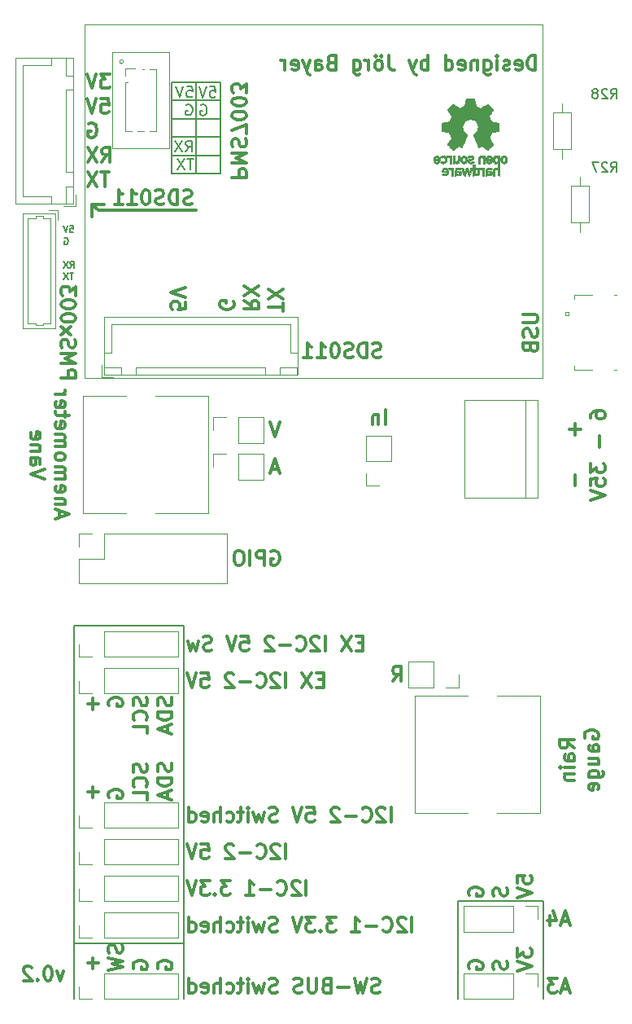
<source format=gbr>
G04 #@! TF.GenerationSoftware,KiCad,Pcbnew,(5.1.5)-3*
G04 #@! TF.CreationDate,2020-01-19T11:37:00+01:00*
G04 #@! TF.ProjectId,airMon,6169724d-6f6e-42e6-9b69-6361645f7063,0.2*
G04 #@! TF.SameCoordinates,Original*
G04 #@! TF.FileFunction,Legend,Bot*
G04 #@! TF.FilePolarity,Positive*
%FSLAX46Y46*%
G04 Gerber Fmt 4.6, Leading zero omitted, Abs format (unit mm)*
G04 Created by KiCad (PCBNEW (5.1.5)-3) date 2020-01-19 11:37:00*
%MOMM*%
%LPD*%
G04 APERTURE LIST*
%ADD10C,0.300000*%
%ADD11C,0.200000*%
%ADD12C,0.175000*%
%ADD13C,0.120000*%
%ADD14C,0.010000*%
%ADD15C,0.150000*%
%ADD16C,1.500000*%
%ADD17C,2.800000*%
%ADD18C,0.100000*%
%ADD19O,1.700000X1.950000*%
%ADD20O,1.700000X1.700000*%
%ADD21R,1.700000X1.700000*%
%ADD22C,3.000000*%
%ADD23R,3.000000X3.000000*%
%ADD24O,1.000000X1.000000*%
%ADD25R,1.000000X1.000000*%
%ADD26O,1.300000X0.800000*%
%ADD27O,1.400000X1.400000*%
%ADD28C,1.400000*%
%ADD29O,1.950000X1.700000*%
%ADD30R,1.900000X1.200000*%
%ADD31O,1.900000X1.200000*%
%ADD32R,1.900000X1.500000*%
%ADD33C,1.450000*%
%ADD34R,1.350000X0.381000*%
G04 APERTURE END LIST*
D10*
X67185000Y-107397857D02*
X67113571Y-107255000D01*
X67113571Y-107040714D01*
X67185000Y-106826428D01*
X67327857Y-106683571D01*
X67470714Y-106612142D01*
X67756428Y-106540714D01*
X67970714Y-106540714D01*
X68256428Y-106612142D01*
X68399285Y-106683571D01*
X68542142Y-106826428D01*
X68613571Y-107040714D01*
X68613571Y-107183571D01*
X68542142Y-107397857D01*
X68470714Y-107469285D01*
X67970714Y-107469285D01*
X67970714Y-107183571D01*
X71092142Y-106612142D02*
X71163571Y-106826428D01*
X71163571Y-107183571D01*
X71092142Y-107326428D01*
X71020714Y-107397857D01*
X70877857Y-107469285D01*
X70735000Y-107469285D01*
X70592142Y-107397857D01*
X70520714Y-107326428D01*
X70449285Y-107183571D01*
X70377857Y-106897857D01*
X70306428Y-106755000D01*
X70235000Y-106683571D01*
X70092142Y-106612142D01*
X69949285Y-106612142D01*
X69806428Y-106683571D01*
X69735000Y-106755000D01*
X69663571Y-106897857D01*
X69663571Y-107255000D01*
X69735000Y-107469285D01*
X72213571Y-106112142D02*
X72213571Y-105397857D01*
X72927857Y-105326428D01*
X72856428Y-105397857D01*
X72785000Y-105540714D01*
X72785000Y-105897857D01*
X72856428Y-106040714D01*
X72927857Y-106112142D01*
X73070714Y-106183571D01*
X73427857Y-106183571D01*
X73570714Y-106112142D01*
X73642142Y-106040714D01*
X73713571Y-105897857D01*
X73713571Y-105540714D01*
X73642142Y-105397857D01*
X73570714Y-105326428D01*
X72213571Y-106612142D02*
X73713571Y-107112142D01*
X72213571Y-107612142D01*
X27940000Y-35560000D02*
X27940000Y-36830000D01*
X27940000Y-35560000D02*
X29210000Y-35560000D01*
X28575000Y-36195000D02*
X27940000Y-35560000D01*
X38735000Y-36195000D02*
X28575000Y-36195000D01*
X25002857Y-115248571D02*
X24645714Y-116248571D01*
X24288571Y-115248571D01*
X23431428Y-114748571D02*
X23288571Y-114748571D01*
X23145714Y-114820000D01*
X23074285Y-114891428D01*
X23002857Y-115034285D01*
X22931428Y-115320000D01*
X22931428Y-115677142D01*
X23002857Y-115962857D01*
X23074285Y-116105714D01*
X23145714Y-116177142D01*
X23288571Y-116248571D01*
X23431428Y-116248571D01*
X23574285Y-116177142D01*
X23645714Y-116105714D01*
X23717142Y-115962857D01*
X23788571Y-115677142D01*
X23788571Y-115320000D01*
X23717142Y-115034285D01*
X23645714Y-114891428D01*
X23574285Y-114820000D01*
X23431428Y-114748571D01*
X22288571Y-116105714D02*
X22217142Y-116177142D01*
X22288571Y-116248571D01*
X22360000Y-116177142D01*
X22288571Y-116105714D01*
X22288571Y-116248571D01*
X21645714Y-114891428D02*
X21574285Y-114820000D01*
X21431428Y-114748571D01*
X21074285Y-114748571D01*
X20931428Y-114820000D01*
X20860000Y-114891428D01*
X20788571Y-115034285D01*
X20788571Y-115177142D01*
X20860000Y-115391428D01*
X21717142Y-116248571D01*
X20788571Y-116248571D01*
X42501428Y-32761428D02*
X44001428Y-32761428D01*
X44001428Y-32190000D01*
X43930000Y-32047142D01*
X43858571Y-31975714D01*
X43715714Y-31904285D01*
X43501428Y-31904285D01*
X43358571Y-31975714D01*
X43287142Y-32047142D01*
X43215714Y-32190000D01*
X43215714Y-32761428D01*
X42501428Y-31261428D02*
X44001428Y-31261428D01*
X42930000Y-30761428D01*
X44001428Y-30261428D01*
X42501428Y-30261428D01*
X42572857Y-29618571D02*
X42501428Y-29404285D01*
X42501428Y-29047142D01*
X42572857Y-28904285D01*
X42644285Y-28832857D01*
X42787142Y-28761428D01*
X42930000Y-28761428D01*
X43072857Y-28832857D01*
X43144285Y-28904285D01*
X43215714Y-29047142D01*
X43287142Y-29332857D01*
X43358571Y-29475714D01*
X43430000Y-29547142D01*
X43572857Y-29618571D01*
X43715714Y-29618571D01*
X43858571Y-29547142D01*
X43930000Y-29475714D01*
X44001428Y-29332857D01*
X44001428Y-28975714D01*
X43930000Y-28761428D01*
X44001428Y-28261428D02*
X44001428Y-27261428D01*
X42501428Y-27904285D01*
X44001428Y-26404285D02*
X44001428Y-26261428D01*
X43930000Y-26118571D01*
X43858571Y-26047142D01*
X43715714Y-25975714D01*
X43430000Y-25904285D01*
X43072857Y-25904285D01*
X42787142Y-25975714D01*
X42644285Y-26047142D01*
X42572857Y-26118571D01*
X42501428Y-26261428D01*
X42501428Y-26404285D01*
X42572857Y-26547142D01*
X42644285Y-26618571D01*
X42787142Y-26690000D01*
X43072857Y-26761428D01*
X43430000Y-26761428D01*
X43715714Y-26690000D01*
X43858571Y-26618571D01*
X43930000Y-26547142D01*
X44001428Y-26404285D01*
X44001428Y-24975714D02*
X44001428Y-24832857D01*
X43930000Y-24690000D01*
X43858571Y-24618571D01*
X43715714Y-24547142D01*
X43430000Y-24475714D01*
X43072857Y-24475714D01*
X42787142Y-24547142D01*
X42644285Y-24618571D01*
X42572857Y-24690000D01*
X42501428Y-24832857D01*
X42501428Y-24975714D01*
X42572857Y-25118571D01*
X42644285Y-25190000D01*
X42787142Y-25261428D01*
X43072857Y-25332857D01*
X43430000Y-25332857D01*
X43715714Y-25261428D01*
X43858571Y-25190000D01*
X43930000Y-25118571D01*
X44001428Y-24975714D01*
X44001428Y-23975714D02*
X44001428Y-23047142D01*
X43430000Y-23547142D01*
X43430000Y-23332857D01*
X43358571Y-23190000D01*
X43287142Y-23118571D01*
X43144285Y-23047142D01*
X42787142Y-23047142D01*
X42644285Y-23118571D01*
X42572857Y-23190000D01*
X42501428Y-23332857D01*
X42501428Y-23761428D01*
X42572857Y-23904285D01*
X42644285Y-23975714D01*
X74102857Y-21633571D02*
X74102857Y-20133571D01*
X73745714Y-20133571D01*
X73531428Y-20205000D01*
X73388571Y-20347857D01*
X73317142Y-20490714D01*
X73245714Y-20776428D01*
X73245714Y-20990714D01*
X73317142Y-21276428D01*
X73388571Y-21419285D01*
X73531428Y-21562142D01*
X73745714Y-21633571D01*
X74102857Y-21633571D01*
X72031428Y-21562142D02*
X72174285Y-21633571D01*
X72460000Y-21633571D01*
X72602857Y-21562142D01*
X72674285Y-21419285D01*
X72674285Y-20847857D01*
X72602857Y-20705000D01*
X72460000Y-20633571D01*
X72174285Y-20633571D01*
X72031428Y-20705000D01*
X71960000Y-20847857D01*
X71960000Y-20990714D01*
X72674285Y-21133571D01*
X71388571Y-21562142D02*
X71245714Y-21633571D01*
X70960000Y-21633571D01*
X70817142Y-21562142D01*
X70745714Y-21419285D01*
X70745714Y-21347857D01*
X70817142Y-21205000D01*
X70960000Y-21133571D01*
X71174285Y-21133571D01*
X71317142Y-21062142D01*
X71388571Y-20919285D01*
X71388571Y-20847857D01*
X71317142Y-20705000D01*
X71174285Y-20633571D01*
X70960000Y-20633571D01*
X70817142Y-20705000D01*
X70102857Y-21633571D02*
X70102857Y-20633571D01*
X70102857Y-20133571D02*
X70174285Y-20205000D01*
X70102857Y-20276428D01*
X70031428Y-20205000D01*
X70102857Y-20133571D01*
X70102857Y-20276428D01*
X68745714Y-20633571D02*
X68745714Y-21847857D01*
X68817142Y-21990714D01*
X68888571Y-22062142D01*
X69031428Y-22133571D01*
X69245714Y-22133571D01*
X69388571Y-22062142D01*
X68745714Y-21562142D02*
X68888571Y-21633571D01*
X69174285Y-21633571D01*
X69317142Y-21562142D01*
X69388571Y-21490714D01*
X69460000Y-21347857D01*
X69460000Y-20919285D01*
X69388571Y-20776428D01*
X69317142Y-20705000D01*
X69174285Y-20633571D01*
X68888571Y-20633571D01*
X68745714Y-20705000D01*
X68031428Y-20633571D02*
X68031428Y-21633571D01*
X68031428Y-20776428D02*
X67960000Y-20705000D01*
X67817142Y-20633571D01*
X67602857Y-20633571D01*
X67460000Y-20705000D01*
X67388571Y-20847857D01*
X67388571Y-21633571D01*
X66102857Y-21562142D02*
X66245714Y-21633571D01*
X66531428Y-21633571D01*
X66674285Y-21562142D01*
X66745714Y-21419285D01*
X66745714Y-20847857D01*
X66674285Y-20705000D01*
X66531428Y-20633571D01*
X66245714Y-20633571D01*
X66102857Y-20705000D01*
X66031428Y-20847857D01*
X66031428Y-20990714D01*
X66745714Y-21133571D01*
X64745714Y-21633571D02*
X64745714Y-20133571D01*
X64745714Y-21562142D02*
X64888571Y-21633571D01*
X65174285Y-21633571D01*
X65317142Y-21562142D01*
X65388571Y-21490714D01*
X65460000Y-21347857D01*
X65460000Y-20919285D01*
X65388571Y-20776428D01*
X65317142Y-20705000D01*
X65174285Y-20633571D01*
X64888571Y-20633571D01*
X64745714Y-20705000D01*
X62888571Y-21633571D02*
X62888571Y-20133571D01*
X62888571Y-20705000D02*
X62745714Y-20633571D01*
X62460000Y-20633571D01*
X62317142Y-20705000D01*
X62245714Y-20776428D01*
X62174285Y-20919285D01*
X62174285Y-21347857D01*
X62245714Y-21490714D01*
X62317142Y-21562142D01*
X62460000Y-21633571D01*
X62745714Y-21633571D01*
X62888571Y-21562142D01*
X61674285Y-20633571D02*
X61317142Y-21633571D01*
X60960000Y-20633571D02*
X61317142Y-21633571D01*
X61460000Y-21990714D01*
X61531428Y-22062142D01*
X61674285Y-22133571D01*
X58817142Y-20133571D02*
X58817142Y-21205000D01*
X58888571Y-21419285D01*
X59031428Y-21562142D01*
X59245714Y-21633571D01*
X59388571Y-21633571D01*
X57888571Y-21633571D02*
X58031428Y-21562142D01*
X58102857Y-21490714D01*
X58174285Y-21347857D01*
X58174285Y-20919285D01*
X58102857Y-20776428D01*
X58031428Y-20705000D01*
X57888571Y-20633571D01*
X57674285Y-20633571D01*
X57531428Y-20705000D01*
X57460000Y-20776428D01*
X57388571Y-20919285D01*
X57388571Y-21347857D01*
X57460000Y-21490714D01*
X57531428Y-21562142D01*
X57674285Y-21633571D01*
X57888571Y-21633571D01*
X58031428Y-20133571D02*
X57960000Y-20205000D01*
X58031428Y-20276428D01*
X58102857Y-20205000D01*
X58031428Y-20133571D01*
X58031428Y-20276428D01*
X57460000Y-20133571D02*
X57388571Y-20205000D01*
X57460000Y-20276428D01*
X57531428Y-20205000D01*
X57460000Y-20133571D01*
X57460000Y-20276428D01*
X56745714Y-21633571D02*
X56745714Y-20633571D01*
X56745714Y-20919285D02*
X56674285Y-20776428D01*
X56602857Y-20705000D01*
X56460000Y-20633571D01*
X56317142Y-20633571D01*
X55174285Y-20633571D02*
X55174285Y-21847857D01*
X55245714Y-21990714D01*
X55317142Y-22062142D01*
X55460000Y-22133571D01*
X55674285Y-22133571D01*
X55817142Y-22062142D01*
X55174285Y-21562142D02*
X55317142Y-21633571D01*
X55602857Y-21633571D01*
X55745714Y-21562142D01*
X55817142Y-21490714D01*
X55888571Y-21347857D01*
X55888571Y-20919285D01*
X55817142Y-20776428D01*
X55745714Y-20705000D01*
X55602857Y-20633571D01*
X55317142Y-20633571D01*
X55174285Y-20705000D01*
X52817142Y-20847857D02*
X52602857Y-20919285D01*
X52531428Y-20990714D01*
X52460000Y-21133571D01*
X52460000Y-21347857D01*
X52531428Y-21490714D01*
X52602857Y-21562142D01*
X52745714Y-21633571D01*
X53317142Y-21633571D01*
X53317142Y-20133571D01*
X52817142Y-20133571D01*
X52674285Y-20205000D01*
X52602857Y-20276428D01*
X52531428Y-20419285D01*
X52531428Y-20562142D01*
X52602857Y-20705000D01*
X52674285Y-20776428D01*
X52817142Y-20847857D01*
X53317142Y-20847857D01*
X51174285Y-21633571D02*
X51174285Y-20847857D01*
X51245714Y-20705000D01*
X51388571Y-20633571D01*
X51674285Y-20633571D01*
X51817142Y-20705000D01*
X51174285Y-21562142D02*
X51317142Y-21633571D01*
X51674285Y-21633571D01*
X51817142Y-21562142D01*
X51888571Y-21419285D01*
X51888571Y-21276428D01*
X51817142Y-21133571D01*
X51674285Y-21062142D01*
X51317142Y-21062142D01*
X51174285Y-20990714D01*
X50602857Y-20633571D02*
X50245714Y-21633571D01*
X49888571Y-20633571D02*
X50245714Y-21633571D01*
X50388571Y-21990714D01*
X50460000Y-22062142D01*
X50602857Y-22133571D01*
X48745714Y-21562142D02*
X48888571Y-21633571D01*
X49174285Y-21633571D01*
X49317142Y-21562142D01*
X49388571Y-21419285D01*
X49388571Y-20847857D01*
X49317142Y-20705000D01*
X49174285Y-20633571D01*
X48888571Y-20633571D01*
X48745714Y-20705000D01*
X48674285Y-20847857D01*
X48674285Y-20990714D01*
X49388571Y-21133571D01*
X48031428Y-21633571D02*
X48031428Y-20633571D01*
X48031428Y-20919285D02*
X47960000Y-20776428D01*
X47888571Y-20705000D01*
X47745714Y-20633571D01*
X47602857Y-20633571D01*
X58463571Y-58463571D02*
X58463571Y-56963571D01*
X57749285Y-57463571D02*
X57749285Y-58463571D01*
X57749285Y-57606428D02*
X57677857Y-57535000D01*
X57535000Y-57463571D01*
X57320714Y-57463571D01*
X57177857Y-57535000D01*
X57106428Y-57677857D01*
X57106428Y-58463571D01*
X47490000Y-58233571D02*
X46990000Y-59733571D01*
X46490000Y-58233571D01*
X47347142Y-63115000D02*
X46632857Y-63115000D01*
X47490000Y-63543571D02*
X46990000Y-62043571D01*
X46490000Y-63543571D01*
X59225714Y-85133571D02*
X59725714Y-84419285D01*
X60082857Y-85133571D02*
X60082857Y-83633571D01*
X59511428Y-83633571D01*
X59368571Y-83705000D01*
X59297142Y-83776428D01*
X59225714Y-83919285D01*
X59225714Y-84133571D01*
X59297142Y-84276428D01*
X59368571Y-84347857D01*
X59511428Y-84419285D01*
X60082857Y-84419285D01*
D11*
X37465000Y-112395000D02*
X37465000Y-118110000D01*
X26035000Y-112395000D02*
X26035000Y-118110000D01*
D10*
X72838571Y-47002142D02*
X74052857Y-47002142D01*
X74195714Y-47073571D01*
X74267142Y-47145000D01*
X74338571Y-47287857D01*
X74338571Y-47573571D01*
X74267142Y-47716428D01*
X74195714Y-47787857D01*
X74052857Y-47859285D01*
X72838571Y-47859285D01*
X74267142Y-48502142D02*
X74338571Y-48716428D01*
X74338571Y-49073571D01*
X74267142Y-49216428D01*
X74195714Y-49287857D01*
X74052857Y-49359285D01*
X73910000Y-49359285D01*
X73767142Y-49287857D01*
X73695714Y-49216428D01*
X73624285Y-49073571D01*
X73552857Y-48787857D01*
X73481428Y-48645000D01*
X73410000Y-48573571D01*
X73267142Y-48502142D01*
X73124285Y-48502142D01*
X72981428Y-48573571D01*
X72910000Y-48645000D01*
X72838571Y-48787857D01*
X72838571Y-49145000D01*
X72910000Y-49359285D01*
X73552857Y-50502142D02*
X73624285Y-50716428D01*
X73695714Y-50787857D01*
X73838571Y-50859285D01*
X74052857Y-50859285D01*
X74195714Y-50787857D01*
X74267142Y-50716428D01*
X74338571Y-50573571D01*
X74338571Y-50002142D01*
X72838571Y-50002142D01*
X72838571Y-50502142D01*
X72910000Y-50645000D01*
X72981428Y-50716428D01*
X73124285Y-50787857D01*
X73267142Y-50787857D01*
X73410000Y-50716428D01*
X73481428Y-50645000D01*
X73552857Y-50502142D01*
X73552857Y-50002142D01*
X78207142Y-58380714D02*
X78207142Y-59523571D01*
X78778571Y-58952142D02*
X77635714Y-58952142D01*
X78207142Y-63666428D02*
X78207142Y-64809285D01*
X79828571Y-57737857D02*
X79828571Y-57452142D01*
X79900000Y-57309285D01*
X79971428Y-57237857D01*
X80185714Y-57095000D01*
X80471428Y-57023571D01*
X81042857Y-57023571D01*
X81185714Y-57095000D01*
X81257142Y-57166428D01*
X81328571Y-57309285D01*
X81328571Y-57595000D01*
X81257142Y-57737857D01*
X81185714Y-57809285D01*
X81042857Y-57880714D01*
X80685714Y-57880714D01*
X80542857Y-57809285D01*
X80471428Y-57737857D01*
X80400000Y-57595000D01*
X80400000Y-57309285D01*
X80471428Y-57166428D01*
X80542857Y-57095000D01*
X80685714Y-57023571D01*
X80757142Y-59666428D02*
X80757142Y-60809285D01*
X79828571Y-62523571D02*
X79828571Y-63452142D01*
X80400000Y-62952142D01*
X80400000Y-63166428D01*
X80471428Y-63309285D01*
X80542857Y-63380714D01*
X80685714Y-63452142D01*
X81042857Y-63452142D01*
X81185714Y-63380714D01*
X81257142Y-63309285D01*
X81328571Y-63166428D01*
X81328571Y-62737857D01*
X81257142Y-62595000D01*
X81185714Y-62523571D01*
X79828571Y-64809285D02*
X79828571Y-64095000D01*
X80542857Y-64023571D01*
X80471428Y-64095000D01*
X80400000Y-64237857D01*
X80400000Y-64594999D01*
X80471428Y-64737857D01*
X80542857Y-64809285D01*
X80685714Y-64880714D01*
X81042857Y-64880714D01*
X81185714Y-64809285D01*
X81257142Y-64737857D01*
X81328571Y-64594999D01*
X81328571Y-64237857D01*
X81257142Y-64095000D01*
X81185714Y-64023571D01*
X79828571Y-65309285D02*
X81328571Y-65809285D01*
X79828571Y-66309285D01*
X24520000Y-68130714D02*
X24520000Y-67416428D01*
X24091428Y-68273571D02*
X25591428Y-67773571D01*
X24091428Y-67273571D01*
X25091428Y-66773571D02*
X24091428Y-66773571D01*
X24948571Y-66773571D02*
X25020000Y-66702142D01*
X25091428Y-66559285D01*
X25091428Y-66345000D01*
X25020000Y-66202142D01*
X24877142Y-66130714D01*
X24091428Y-66130714D01*
X24162857Y-64845000D02*
X24091428Y-64987857D01*
X24091428Y-65273571D01*
X24162857Y-65416428D01*
X24305714Y-65487857D01*
X24877142Y-65487857D01*
X25020000Y-65416428D01*
X25091428Y-65273571D01*
X25091428Y-64987857D01*
X25020000Y-64845000D01*
X24877142Y-64773571D01*
X24734285Y-64773571D01*
X24591428Y-65487857D01*
X24091428Y-64130714D02*
X25091428Y-64130714D01*
X24948571Y-64130714D02*
X25020000Y-64059285D01*
X25091428Y-63916428D01*
X25091428Y-63702142D01*
X25020000Y-63559285D01*
X24877142Y-63487857D01*
X24091428Y-63487857D01*
X24877142Y-63487857D02*
X25020000Y-63416428D01*
X25091428Y-63273571D01*
X25091428Y-63059285D01*
X25020000Y-62916428D01*
X24877142Y-62845000D01*
X24091428Y-62845000D01*
X24091428Y-61916428D02*
X24162857Y-62059285D01*
X24234285Y-62130714D01*
X24377142Y-62202142D01*
X24805714Y-62202142D01*
X24948571Y-62130714D01*
X25020000Y-62059285D01*
X25091428Y-61916428D01*
X25091428Y-61702142D01*
X25020000Y-61559285D01*
X24948571Y-61487857D01*
X24805714Y-61416428D01*
X24377142Y-61416428D01*
X24234285Y-61487857D01*
X24162857Y-61559285D01*
X24091428Y-61702142D01*
X24091428Y-61916428D01*
X24091428Y-60773571D02*
X25091428Y-60773571D01*
X24948571Y-60773571D02*
X25020000Y-60702142D01*
X25091428Y-60559285D01*
X25091428Y-60345000D01*
X25020000Y-60202142D01*
X24877142Y-60130714D01*
X24091428Y-60130714D01*
X24877142Y-60130714D02*
X25020000Y-60059285D01*
X25091428Y-59916428D01*
X25091428Y-59702142D01*
X25020000Y-59559285D01*
X24877142Y-59487857D01*
X24091428Y-59487857D01*
X24162857Y-58202142D02*
X24091428Y-58345000D01*
X24091428Y-58630714D01*
X24162857Y-58773571D01*
X24305714Y-58845000D01*
X24877142Y-58845000D01*
X25020000Y-58773571D01*
X25091428Y-58630714D01*
X25091428Y-58345000D01*
X25020000Y-58202142D01*
X24877142Y-58130714D01*
X24734285Y-58130714D01*
X24591428Y-58845000D01*
X25091428Y-57702142D02*
X25091428Y-57130714D01*
X25591428Y-57487857D02*
X24305714Y-57487857D01*
X24162857Y-57416428D01*
X24091428Y-57273571D01*
X24091428Y-57130714D01*
X24162857Y-56059285D02*
X24091428Y-56202142D01*
X24091428Y-56487857D01*
X24162857Y-56630714D01*
X24305714Y-56702142D01*
X24877142Y-56702142D01*
X25020000Y-56630714D01*
X25091428Y-56487857D01*
X25091428Y-56202142D01*
X25020000Y-56059285D01*
X24877142Y-55987857D01*
X24734285Y-55987857D01*
X24591428Y-56702142D01*
X24091428Y-55345000D02*
X25091428Y-55345000D01*
X24805714Y-55345000D02*
X24948571Y-55273571D01*
X25020000Y-55202142D01*
X25091428Y-55059285D01*
X25091428Y-54916428D01*
X23041428Y-64095000D02*
X21541428Y-63595000D01*
X23041428Y-63095000D01*
X21541428Y-61952142D02*
X22327142Y-61952142D01*
X22470000Y-62023571D01*
X22541428Y-62166428D01*
X22541428Y-62452142D01*
X22470000Y-62595000D01*
X21612857Y-61952142D02*
X21541428Y-62095000D01*
X21541428Y-62452142D01*
X21612857Y-62595000D01*
X21755714Y-62666428D01*
X21898571Y-62666428D01*
X22041428Y-62595000D01*
X22112857Y-62452142D01*
X22112857Y-62095000D01*
X22184285Y-61952142D01*
X22541428Y-61237857D02*
X21541428Y-61237857D01*
X22398571Y-61237857D02*
X22470000Y-61166428D01*
X22541428Y-61023571D01*
X22541428Y-60809285D01*
X22470000Y-60666428D01*
X22327142Y-60595000D01*
X21541428Y-60595000D01*
X21612857Y-59309285D02*
X21541428Y-59452142D01*
X21541428Y-59737857D01*
X21612857Y-59880714D01*
X21755714Y-59952142D01*
X22327142Y-59952142D01*
X22470000Y-59880714D01*
X22541428Y-59737857D01*
X22541428Y-59452142D01*
X22470000Y-59309285D01*
X22327142Y-59237857D01*
X22184285Y-59237857D01*
X22041428Y-59952142D01*
X78143571Y-92095000D02*
X77429285Y-91595000D01*
X78143571Y-91237857D02*
X76643571Y-91237857D01*
X76643571Y-91809285D01*
X76715000Y-91952142D01*
X76786428Y-92023571D01*
X76929285Y-92095000D01*
X77143571Y-92095000D01*
X77286428Y-92023571D01*
X77357857Y-91952142D01*
X77429285Y-91809285D01*
X77429285Y-91237857D01*
X78143571Y-93380714D02*
X77357857Y-93380714D01*
X77215000Y-93309285D01*
X77143571Y-93166428D01*
X77143571Y-92880714D01*
X77215000Y-92737857D01*
X78072142Y-93380714D02*
X78143571Y-93237857D01*
X78143571Y-92880714D01*
X78072142Y-92737857D01*
X77929285Y-92666428D01*
X77786428Y-92666428D01*
X77643571Y-92737857D01*
X77572142Y-92880714D01*
X77572142Y-93237857D01*
X77500714Y-93380714D01*
X78143571Y-94095000D02*
X77143571Y-94095000D01*
X76643571Y-94095000D02*
X76715000Y-94023571D01*
X76786428Y-94095000D01*
X76715000Y-94166428D01*
X76643571Y-94095000D01*
X76786428Y-94095000D01*
X77143571Y-94809285D02*
X78143571Y-94809285D01*
X77286428Y-94809285D02*
X77215000Y-94880714D01*
X77143571Y-95023571D01*
X77143571Y-95237857D01*
X77215000Y-95380714D01*
X77357857Y-95452142D01*
X78143571Y-95452142D01*
X79265000Y-91059285D02*
X79193571Y-90916428D01*
X79193571Y-90702142D01*
X79265000Y-90487857D01*
X79407857Y-90345000D01*
X79550714Y-90273571D01*
X79836428Y-90202142D01*
X80050714Y-90202142D01*
X80336428Y-90273571D01*
X80479285Y-90345000D01*
X80622142Y-90487857D01*
X80693571Y-90702142D01*
X80693571Y-90845000D01*
X80622142Y-91059285D01*
X80550714Y-91130714D01*
X80050714Y-91130714D01*
X80050714Y-90845000D01*
X80693571Y-92416428D02*
X79907857Y-92416428D01*
X79765000Y-92345000D01*
X79693571Y-92202142D01*
X79693571Y-91916428D01*
X79765000Y-91773571D01*
X80622142Y-92416428D02*
X80693571Y-92273571D01*
X80693571Y-91916428D01*
X80622142Y-91773571D01*
X80479285Y-91702142D01*
X80336428Y-91702142D01*
X80193571Y-91773571D01*
X80122142Y-91916428D01*
X80122142Y-92273571D01*
X80050714Y-92416428D01*
X79693571Y-93773571D02*
X80693571Y-93773571D01*
X79693571Y-93130714D02*
X80479285Y-93130714D01*
X80622142Y-93202142D01*
X80693571Y-93345000D01*
X80693571Y-93559285D01*
X80622142Y-93702142D01*
X80550714Y-93773571D01*
X79693571Y-95130714D02*
X80907857Y-95130714D01*
X81050714Y-95059285D01*
X81122142Y-94987857D01*
X81193571Y-94845000D01*
X81193571Y-94630714D01*
X81122142Y-94487857D01*
X80622142Y-95130714D02*
X80693571Y-94987857D01*
X80693571Y-94702142D01*
X80622142Y-94559285D01*
X80550714Y-94487857D01*
X80407857Y-94416428D01*
X79979285Y-94416428D01*
X79836428Y-94487857D01*
X79765000Y-94559285D01*
X79693571Y-94702142D01*
X79693571Y-94987857D01*
X79765000Y-95130714D01*
X80622142Y-96416428D02*
X80693571Y-96273571D01*
X80693571Y-95987857D01*
X80622142Y-95845000D01*
X80479285Y-95773571D01*
X79907857Y-95773571D01*
X79765000Y-95845000D01*
X79693571Y-95987857D01*
X79693571Y-96273571D01*
X79765000Y-96416428D01*
X79907857Y-96487857D01*
X80050714Y-96487857D01*
X80193571Y-95773571D01*
D11*
X66040000Y-107950000D02*
X66040000Y-118110000D01*
X74930000Y-107950000D02*
X66040000Y-107950000D01*
X74930000Y-118110000D02*
X74930000Y-107950000D01*
D10*
X67185000Y-115017857D02*
X67113571Y-114875000D01*
X67113571Y-114660714D01*
X67185000Y-114446428D01*
X67327857Y-114303571D01*
X67470714Y-114232142D01*
X67756428Y-114160714D01*
X67970714Y-114160714D01*
X68256428Y-114232142D01*
X68399285Y-114303571D01*
X68542142Y-114446428D01*
X68613571Y-114660714D01*
X68613571Y-114803571D01*
X68542142Y-115017857D01*
X68470714Y-115089285D01*
X67970714Y-115089285D01*
X67970714Y-114803571D01*
X71092142Y-114232142D02*
X71163571Y-114446428D01*
X71163571Y-114803571D01*
X71092142Y-114946428D01*
X71020714Y-115017857D01*
X70877857Y-115089285D01*
X70735000Y-115089285D01*
X70592142Y-115017857D01*
X70520714Y-114946428D01*
X70449285Y-114803571D01*
X70377857Y-114517857D01*
X70306428Y-114375000D01*
X70235000Y-114303571D01*
X70092142Y-114232142D01*
X69949285Y-114232142D01*
X69806428Y-114303571D01*
X69735000Y-114375000D01*
X69663571Y-114517857D01*
X69663571Y-114875000D01*
X69735000Y-115089285D01*
X72213571Y-112875000D02*
X72213571Y-113803571D01*
X72785000Y-113303571D01*
X72785000Y-113517857D01*
X72856428Y-113660714D01*
X72927857Y-113732142D01*
X73070714Y-113803571D01*
X73427857Y-113803571D01*
X73570714Y-113732142D01*
X73642142Y-113660714D01*
X73713571Y-113517857D01*
X73713571Y-113089285D01*
X73642142Y-112946428D01*
X73570714Y-112875000D01*
X72213571Y-114232142D02*
X73713571Y-114732142D01*
X72213571Y-115232142D01*
X77553571Y-110105000D02*
X76839285Y-110105000D01*
X77696428Y-110533571D02*
X77196428Y-109033571D01*
X76696428Y-110533571D01*
X75553571Y-109533571D02*
X75553571Y-110533571D01*
X75910714Y-108962142D02*
X76267857Y-110033571D01*
X75339285Y-110033571D01*
X77553571Y-117090000D02*
X76839285Y-117090000D01*
X77696428Y-117518571D02*
X77196428Y-116018571D01*
X76696428Y-117518571D01*
X76339285Y-116018571D02*
X75410714Y-116018571D01*
X75910714Y-116590000D01*
X75696428Y-116590000D01*
X75553571Y-116661428D01*
X75482142Y-116732857D01*
X75410714Y-116875714D01*
X75410714Y-117232857D01*
X75482142Y-117375714D01*
X75553571Y-117447142D01*
X75696428Y-117518571D01*
X76125000Y-117518571D01*
X76267857Y-117447142D01*
X76339285Y-117375714D01*
X28032142Y-113875000D02*
X28032142Y-115017857D01*
X28603571Y-114446428D02*
X27460714Y-114446428D01*
X31082142Y-112517857D02*
X31153571Y-112732142D01*
X31153571Y-113089285D01*
X31082142Y-113232142D01*
X31010714Y-113303571D01*
X30867857Y-113375000D01*
X30725000Y-113375000D01*
X30582142Y-113303571D01*
X30510714Y-113232142D01*
X30439285Y-113089285D01*
X30367857Y-112803571D01*
X30296428Y-112660714D01*
X30225000Y-112589285D01*
X30082142Y-112517857D01*
X29939285Y-112517857D01*
X29796428Y-112589285D01*
X29725000Y-112660714D01*
X29653571Y-112803571D01*
X29653571Y-113160714D01*
X29725000Y-113375000D01*
X29653571Y-113875000D02*
X31153571Y-114232142D01*
X30082142Y-114517857D01*
X31153571Y-114803571D01*
X29653571Y-115160714D01*
X32275000Y-115017857D02*
X32203571Y-114875000D01*
X32203571Y-114660714D01*
X32275000Y-114446428D01*
X32417857Y-114303571D01*
X32560714Y-114232142D01*
X32846428Y-114160714D01*
X33060714Y-114160714D01*
X33346428Y-114232142D01*
X33489285Y-114303571D01*
X33632142Y-114446428D01*
X33703571Y-114660714D01*
X33703571Y-114803571D01*
X33632142Y-115017857D01*
X33560714Y-115089285D01*
X33060714Y-115089285D01*
X33060714Y-114803571D01*
X34825000Y-115017857D02*
X34753571Y-114875000D01*
X34753571Y-114660714D01*
X34825000Y-114446428D01*
X34967857Y-114303571D01*
X35110714Y-114232142D01*
X35396428Y-114160714D01*
X35610714Y-114160714D01*
X35896428Y-114232142D01*
X36039285Y-114303571D01*
X36182142Y-114446428D01*
X36253571Y-114660714D01*
X36253571Y-114803571D01*
X36182142Y-115017857D01*
X36110714Y-115089285D01*
X35610714Y-115089285D01*
X35610714Y-114803571D01*
X28032142Y-96095000D02*
X28032142Y-97237857D01*
X28603571Y-96666428D02*
X27460714Y-96666428D01*
X29725000Y-97237857D02*
X29653571Y-97095000D01*
X29653571Y-96880714D01*
X29725000Y-96666428D01*
X29867857Y-96523571D01*
X30010714Y-96452142D01*
X30296428Y-96380714D01*
X30510714Y-96380714D01*
X30796428Y-96452142D01*
X30939285Y-96523571D01*
X31082142Y-96666428D01*
X31153571Y-96880714D01*
X31153571Y-97023571D01*
X31082142Y-97237857D01*
X31010714Y-97309285D01*
X30510714Y-97309285D01*
X30510714Y-97023571D01*
X33632142Y-93737857D02*
X33703571Y-93952142D01*
X33703571Y-94309285D01*
X33632142Y-94452142D01*
X33560714Y-94523571D01*
X33417857Y-94595000D01*
X33275000Y-94595000D01*
X33132142Y-94523571D01*
X33060714Y-94452142D01*
X32989285Y-94309285D01*
X32917857Y-94023571D01*
X32846428Y-93880714D01*
X32775000Y-93809285D01*
X32632142Y-93737857D01*
X32489285Y-93737857D01*
X32346428Y-93809285D01*
X32275000Y-93880714D01*
X32203571Y-94023571D01*
X32203571Y-94380714D01*
X32275000Y-94595000D01*
X33560714Y-96095000D02*
X33632142Y-96023571D01*
X33703571Y-95809285D01*
X33703571Y-95666428D01*
X33632142Y-95452142D01*
X33489285Y-95309285D01*
X33346428Y-95237857D01*
X33060714Y-95166428D01*
X32846428Y-95166428D01*
X32560714Y-95237857D01*
X32417857Y-95309285D01*
X32275000Y-95452142D01*
X32203571Y-95666428D01*
X32203571Y-95809285D01*
X32275000Y-96023571D01*
X32346428Y-96095000D01*
X33703571Y-97452142D02*
X33703571Y-96737857D01*
X32203571Y-96737857D01*
X36182142Y-93666428D02*
X36253571Y-93880714D01*
X36253571Y-94237857D01*
X36182142Y-94380714D01*
X36110714Y-94452142D01*
X35967857Y-94523571D01*
X35825000Y-94523571D01*
X35682142Y-94452142D01*
X35610714Y-94380714D01*
X35539285Y-94237857D01*
X35467857Y-93952142D01*
X35396428Y-93809285D01*
X35325000Y-93737857D01*
X35182142Y-93666428D01*
X35039285Y-93666428D01*
X34896428Y-93737857D01*
X34825000Y-93809285D01*
X34753571Y-93952142D01*
X34753571Y-94309285D01*
X34825000Y-94523571D01*
X36253571Y-95166428D02*
X34753571Y-95166428D01*
X34753571Y-95523571D01*
X34825000Y-95737857D01*
X34967857Y-95880714D01*
X35110714Y-95952142D01*
X35396428Y-96023571D01*
X35610714Y-96023571D01*
X35896428Y-95952142D01*
X36039285Y-95880714D01*
X36182142Y-95737857D01*
X36253571Y-95523571D01*
X36253571Y-95166428D01*
X35825000Y-96595000D02*
X35825000Y-97309285D01*
X36253571Y-96452142D02*
X34753571Y-96952142D01*
X36253571Y-97452142D01*
X28032142Y-86912142D02*
X28032142Y-88055000D01*
X28603571Y-87483571D02*
X27460714Y-87483571D01*
X29725000Y-87697857D02*
X29653571Y-87555000D01*
X29653571Y-87340714D01*
X29725000Y-87126428D01*
X29867857Y-86983571D01*
X30010714Y-86912142D01*
X30296428Y-86840714D01*
X30510714Y-86840714D01*
X30796428Y-86912142D01*
X30939285Y-86983571D01*
X31082142Y-87126428D01*
X31153571Y-87340714D01*
X31153571Y-87483571D01*
X31082142Y-87697857D01*
X31010714Y-87769285D01*
X30510714Y-87769285D01*
X30510714Y-87483571D01*
X33632142Y-86840714D02*
X33703571Y-87055000D01*
X33703571Y-87412142D01*
X33632142Y-87555000D01*
X33560714Y-87626428D01*
X33417857Y-87697857D01*
X33275000Y-87697857D01*
X33132142Y-87626428D01*
X33060714Y-87555000D01*
X32989285Y-87412142D01*
X32917857Y-87126428D01*
X32846428Y-86983571D01*
X32775000Y-86912142D01*
X32632142Y-86840714D01*
X32489285Y-86840714D01*
X32346428Y-86912142D01*
X32275000Y-86983571D01*
X32203571Y-87126428D01*
X32203571Y-87483571D01*
X32275000Y-87697857D01*
X33560714Y-89197857D02*
X33632142Y-89126428D01*
X33703571Y-88912142D01*
X33703571Y-88769285D01*
X33632142Y-88555000D01*
X33489285Y-88412142D01*
X33346428Y-88340714D01*
X33060714Y-88269285D01*
X32846428Y-88269285D01*
X32560714Y-88340714D01*
X32417857Y-88412142D01*
X32275000Y-88555000D01*
X32203571Y-88769285D01*
X32203571Y-88912142D01*
X32275000Y-89126428D01*
X32346428Y-89197857D01*
X33703571Y-90555000D02*
X33703571Y-89840714D01*
X32203571Y-89840714D01*
X36182142Y-86840714D02*
X36253571Y-87055000D01*
X36253571Y-87412142D01*
X36182142Y-87555000D01*
X36110714Y-87626428D01*
X35967857Y-87697857D01*
X35825000Y-87697857D01*
X35682142Y-87626428D01*
X35610714Y-87555000D01*
X35539285Y-87412142D01*
X35467857Y-87126428D01*
X35396428Y-86983571D01*
X35325000Y-86912142D01*
X35182142Y-86840714D01*
X35039285Y-86840714D01*
X34896428Y-86912142D01*
X34825000Y-86983571D01*
X34753571Y-87126428D01*
X34753571Y-87483571D01*
X34825000Y-87697857D01*
X36253571Y-88340714D02*
X34753571Y-88340714D01*
X34753571Y-88697857D01*
X34825000Y-88912142D01*
X34967857Y-89055000D01*
X35110714Y-89126428D01*
X35396428Y-89197857D01*
X35610714Y-89197857D01*
X35896428Y-89126428D01*
X36039285Y-89055000D01*
X36182142Y-88912142D01*
X36253571Y-88697857D01*
X36253571Y-88340714D01*
X35825000Y-89769285D02*
X35825000Y-90483571D01*
X36253571Y-89626428D02*
X34753571Y-90126428D01*
X36253571Y-90626428D01*
D11*
X26035000Y-79375000D02*
X26035000Y-112395000D01*
X37465000Y-79375000D02*
X26035000Y-79375000D01*
X37465000Y-112395000D02*
X37465000Y-79375000D01*
X26035000Y-112395000D02*
X37465000Y-112395000D01*
D10*
X56160000Y-81172857D02*
X55660000Y-81172857D01*
X55445714Y-81958571D02*
X56160000Y-81958571D01*
X56160000Y-80458571D01*
X55445714Y-80458571D01*
X54945714Y-80458571D02*
X53945714Y-81958571D01*
X53945714Y-80458571D02*
X54945714Y-81958571D01*
X52231428Y-81958571D02*
X52231428Y-80458571D01*
X51588571Y-80601428D02*
X51517142Y-80530000D01*
X51374285Y-80458571D01*
X51017142Y-80458571D01*
X50874285Y-80530000D01*
X50802857Y-80601428D01*
X50731428Y-80744285D01*
X50731428Y-80887142D01*
X50802857Y-81101428D01*
X51660000Y-81958571D01*
X50731428Y-81958571D01*
X49231428Y-81815714D02*
X49302857Y-81887142D01*
X49517142Y-81958571D01*
X49660000Y-81958571D01*
X49874285Y-81887142D01*
X50017142Y-81744285D01*
X50088571Y-81601428D01*
X50160000Y-81315714D01*
X50160000Y-81101428D01*
X50088571Y-80815714D01*
X50017142Y-80672857D01*
X49874285Y-80530000D01*
X49660000Y-80458571D01*
X49517142Y-80458571D01*
X49302857Y-80530000D01*
X49231428Y-80601428D01*
X48588571Y-81387142D02*
X47445714Y-81387142D01*
X46802857Y-80601428D02*
X46731428Y-80530000D01*
X46588571Y-80458571D01*
X46231428Y-80458571D01*
X46088571Y-80530000D01*
X46017142Y-80601428D01*
X45945714Y-80744285D01*
X45945714Y-80887142D01*
X46017142Y-81101428D01*
X46874285Y-81958571D01*
X45945714Y-81958571D01*
X43445714Y-80458571D02*
X44160000Y-80458571D01*
X44231428Y-81172857D01*
X44160000Y-81101428D01*
X44017142Y-81030000D01*
X43660000Y-81030000D01*
X43517142Y-81101428D01*
X43445714Y-81172857D01*
X43374285Y-81315714D01*
X43374285Y-81672857D01*
X43445714Y-81815714D01*
X43517142Y-81887142D01*
X43660000Y-81958571D01*
X44017142Y-81958571D01*
X44160000Y-81887142D01*
X44231428Y-81815714D01*
X42945714Y-80458571D02*
X42445714Y-81958571D01*
X41945714Y-80458571D01*
X40374285Y-81887142D02*
X40160000Y-81958571D01*
X39802857Y-81958571D01*
X39660000Y-81887142D01*
X39588571Y-81815714D01*
X39517142Y-81672857D01*
X39517142Y-81530000D01*
X39588571Y-81387142D01*
X39660000Y-81315714D01*
X39802857Y-81244285D01*
X40088571Y-81172857D01*
X40231428Y-81101428D01*
X40302857Y-81030000D01*
X40374285Y-80887142D01*
X40374285Y-80744285D01*
X40302857Y-80601428D01*
X40231428Y-80530000D01*
X40088571Y-80458571D01*
X39731428Y-80458571D01*
X39517142Y-80530000D01*
X39017142Y-80958571D02*
X38731428Y-81958571D01*
X38445714Y-81244285D01*
X38160000Y-81958571D01*
X37874285Y-80958571D01*
X52017142Y-84982857D02*
X51517142Y-84982857D01*
X51302857Y-85768571D02*
X52017142Y-85768571D01*
X52017142Y-84268571D01*
X51302857Y-84268571D01*
X50802857Y-84268571D02*
X49802857Y-85768571D01*
X49802857Y-84268571D02*
X50802857Y-85768571D01*
X48088571Y-85768571D02*
X48088571Y-84268571D01*
X47445714Y-84411428D02*
X47374285Y-84340000D01*
X47231428Y-84268571D01*
X46874285Y-84268571D01*
X46731428Y-84340000D01*
X46660000Y-84411428D01*
X46588571Y-84554285D01*
X46588571Y-84697142D01*
X46660000Y-84911428D01*
X47517142Y-85768571D01*
X46588571Y-85768571D01*
X45088571Y-85625714D02*
X45160000Y-85697142D01*
X45374285Y-85768571D01*
X45517142Y-85768571D01*
X45731428Y-85697142D01*
X45874285Y-85554285D01*
X45945714Y-85411428D01*
X46017142Y-85125714D01*
X46017142Y-84911428D01*
X45945714Y-84625714D01*
X45874285Y-84482857D01*
X45731428Y-84340000D01*
X45517142Y-84268571D01*
X45374285Y-84268571D01*
X45160000Y-84340000D01*
X45088571Y-84411428D01*
X44445714Y-85197142D02*
X43302857Y-85197142D01*
X42660000Y-84411428D02*
X42588571Y-84340000D01*
X42445714Y-84268571D01*
X42088571Y-84268571D01*
X41945714Y-84340000D01*
X41874285Y-84411428D01*
X41802857Y-84554285D01*
X41802857Y-84697142D01*
X41874285Y-84911428D01*
X42731428Y-85768571D01*
X41802857Y-85768571D01*
X39302857Y-84268571D02*
X40017142Y-84268571D01*
X40088571Y-84982857D01*
X40017142Y-84911428D01*
X39874285Y-84840000D01*
X39517142Y-84840000D01*
X39374285Y-84911428D01*
X39302857Y-84982857D01*
X39231428Y-85125714D01*
X39231428Y-85482857D01*
X39302857Y-85625714D01*
X39374285Y-85697142D01*
X39517142Y-85768571D01*
X39874285Y-85768571D01*
X40017142Y-85697142D01*
X40088571Y-85625714D01*
X38802857Y-84268571D02*
X38302857Y-85768571D01*
X37802857Y-84268571D01*
X59088571Y-99738571D02*
X59088571Y-98238571D01*
X58445714Y-98381428D02*
X58374285Y-98310000D01*
X58231428Y-98238571D01*
X57874285Y-98238571D01*
X57731428Y-98310000D01*
X57660000Y-98381428D01*
X57588571Y-98524285D01*
X57588571Y-98667142D01*
X57660000Y-98881428D01*
X58517142Y-99738571D01*
X57588571Y-99738571D01*
X56088571Y-99595714D02*
X56160000Y-99667142D01*
X56374285Y-99738571D01*
X56517142Y-99738571D01*
X56731428Y-99667142D01*
X56874285Y-99524285D01*
X56945714Y-99381428D01*
X57017142Y-99095714D01*
X57017142Y-98881428D01*
X56945714Y-98595714D01*
X56874285Y-98452857D01*
X56731428Y-98310000D01*
X56517142Y-98238571D01*
X56374285Y-98238571D01*
X56160000Y-98310000D01*
X56088571Y-98381428D01*
X55445714Y-99167142D02*
X54302857Y-99167142D01*
X53660000Y-98381428D02*
X53588571Y-98310000D01*
X53445714Y-98238571D01*
X53088571Y-98238571D01*
X52945714Y-98310000D01*
X52874285Y-98381428D01*
X52802857Y-98524285D01*
X52802857Y-98667142D01*
X52874285Y-98881428D01*
X53731428Y-99738571D01*
X52802857Y-99738571D01*
X50302857Y-98238571D02*
X51017142Y-98238571D01*
X51088571Y-98952857D01*
X51017142Y-98881428D01*
X50874285Y-98810000D01*
X50517142Y-98810000D01*
X50374285Y-98881428D01*
X50302857Y-98952857D01*
X50231428Y-99095714D01*
X50231428Y-99452857D01*
X50302857Y-99595714D01*
X50374285Y-99667142D01*
X50517142Y-99738571D01*
X50874285Y-99738571D01*
X51017142Y-99667142D01*
X51088571Y-99595714D01*
X49802857Y-98238571D02*
X49302857Y-99738571D01*
X48802857Y-98238571D01*
X47231428Y-99667142D02*
X47017142Y-99738571D01*
X46660000Y-99738571D01*
X46517142Y-99667142D01*
X46445714Y-99595714D01*
X46374285Y-99452857D01*
X46374285Y-99310000D01*
X46445714Y-99167142D01*
X46517142Y-99095714D01*
X46660000Y-99024285D01*
X46945714Y-98952857D01*
X47088571Y-98881428D01*
X47160000Y-98810000D01*
X47231428Y-98667142D01*
X47231428Y-98524285D01*
X47160000Y-98381428D01*
X47088571Y-98310000D01*
X46945714Y-98238571D01*
X46588571Y-98238571D01*
X46374285Y-98310000D01*
X45874285Y-98738571D02*
X45588571Y-99738571D01*
X45302857Y-99024285D01*
X45017142Y-99738571D01*
X44731428Y-98738571D01*
X44160000Y-99738571D02*
X44160000Y-98738571D01*
X44160000Y-98238571D02*
X44231428Y-98310000D01*
X44160000Y-98381428D01*
X44088571Y-98310000D01*
X44160000Y-98238571D01*
X44160000Y-98381428D01*
X43660000Y-98738571D02*
X43088571Y-98738571D01*
X43445714Y-98238571D02*
X43445714Y-99524285D01*
X43374285Y-99667142D01*
X43231428Y-99738571D01*
X43088571Y-99738571D01*
X41945714Y-99667142D02*
X42088571Y-99738571D01*
X42374285Y-99738571D01*
X42517142Y-99667142D01*
X42588571Y-99595714D01*
X42660000Y-99452857D01*
X42660000Y-99024285D01*
X42588571Y-98881428D01*
X42517142Y-98810000D01*
X42374285Y-98738571D01*
X42088571Y-98738571D01*
X41945714Y-98810000D01*
X41302857Y-99738571D02*
X41302857Y-98238571D01*
X40660000Y-99738571D02*
X40660000Y-98952857D01*
X40731428Y-98810000D01*
X40874285Y-98738571D01*
X41088571Y-98738571D01*
X41231428Y-98810000D01*
X41302857Y-98881428D01*
X39374285Y-99667142D02*
X39517142Y-99738571D01*
X39802857Y-99738571D01*
X39945714Y-99667142D01*
X40017142Y-99524285D01*
X40017142Y-98952857D01*
X39945714Y-98810000D01*
X39802857Y-98738571D01*
X39517142Y-98738571D01*
X39374285Y-98810000D01*
X39302857Y-98952857D01*
X39302857Y-99095714D01*
X40017142Y-99238571D01*
X38017142Y-99738571D02*
X38017142Y-98238571D01*
X38017142Y-99667142D02*
X38160000Y-99738571D01*
X38445714Y-99738571D01*
X38588571Y-99667142D01*
X38660000Y-99595714D01*
X38731428Y-99452857D01*
X38731428Y-99024285D01*
X38660000Y-98881428D01*
X38588571Y-98810000D01*
X38445714Y-98738571D01*
X38160000Y-98738571D01*
X38017142Y-98810000D01*
X48088571Y-103548571D02*
X48088571Y-102048571D01*
X47445714Y-102191428D02*
X47374285Y-102120000D01*
X47231428Y-102048571D01*
X46874285Y-102048571D01*
X46731428Y-102120000D01*
X46660000Y-102191428D01*
X46588571Y-102334285D01*
X46588571Y-102477142D01*
X46660000Y-102691428D01*
X47517142Y-103548571D01*
X46588571Y-103548571D01*
X45088571Y-103405714D02*
X45160000Y-103477142D01*
X45374285Y-103548571D01*
X45517142Y-103548571D01*
X45731428Y-103477142D01*
X45874285Y-103334285D01*
X45945714Y-103191428D01*
X46017142Y-102905714D01*
X46017142Y-102691428D01*
X45945714Y-102405714D01*
X45874285Y-102262857D01*
X45731428Y-102120000D01*
X45517142Y-102048571D01*
X45374285Y-102048571D01*
X45160000Y-102120000D01*
X45088571Y-102191428D01*
X44445714Y-102977142D02*
X43302857Y-102977142D01*
X42660000Y-102191428D02*
X42588571Y-102120000D01*
X42445714Y-102048571D01*
X42088571Y-102048571D01*
X41945714Y-102120000D01*
X41874285Y-102191428D01*
X41802857Y-102334285D01*
X41802857Y-102477142D01*
X41874285Y-102691428D01*
X42731428Y-103548571D01*
X41802857Y-103548571D01*
X39302857Y-102048571D02*
X40017142Y-102048571D01*
X40088571Y-102762857D01*
X40017142Y-102691428D01*
X39874285Y-102620000D01*
X39517142Y-102620000D01*
X39374285Y-102691428D01*
X39302857Y-102762857D01*
X39231428Y-102905714D01*
X39231428Y-103262857D01*
X39302857Y-103405714D01*
X39374285Y-103477142D01*
X39517142Y-103548571D01*
X39874285Y-103548571D01*
X40017142Y-103477142D01*
X40088571Y-103405714D01*
X38802857Y-102048571D02*
X38302857Y-103548571D01*
X37802857Y-102048571D01*
X50231428Y-107358571D02*
X50231428Y-105858571D01*
X49588571Y-106001428D02*
X49517142Y-105930000D01*
X49374285Y-105858571D01*
X49017142Y-105858571D01*
X48874285Y-105930000D01*
X48802857Y-106001428D01*
X48731428Y-106144285D01*
X48731428Y-106287142D01*
X48802857Y-106501428D01*
X49660000Y-107358571D01*
X48731428Y-107358571D01*
X47231428Y-107215714D02*
X47302857Y-107287142D01*
X47517142Y-107358571D01*
X47660000Y-107358571D01*
X47874285Y-107287142D01*
X48017142Y-107144285D01*
X48088571Y-107001428D01*
X48160000Y-106715714D01*
X48160000Y-106501428D01*
X48088571Y-106215714D01*
X48017142Y-106072857D01*
X47874285Y-105930000D01*
X47660000Y-105858571D01*
X47517142Y-105858571D01*
X47302857Y-105930000D01*
X47231428Y-106001428D01*
X46588571Y-106787142D02*
X45445714Y-106787142D01*
X43945714Y-107358571D02*
X44802857Y-107358571D01*
X44374285Y-107358571D02*
X44374285Y-105858571D01*
X44517142Y-106072857D01*
X44660000Y-106215714D01*
X44802857Y-106287142D01*
X42302857Y-105858571D02*
X41374285Y-105858571D01*
X41874285Y-106430000D01*
X41660000Y-106430000D01*
X41517142Y-106501428D01*
X41445714Y-106572857D01*
X41374285Y-106715714D01*
X41374285Y-107072857D01*
X41445714Y-107215714D01*
X41517142Y-107287142D01*
X41660000Y-107358571D01*
X42088571Y-107358571D01*
X42231428Y-107287142D01*
X42302857Y-107215714D01*
X40731428Y-107215714D02*
X40660000Y-107287142D01*
X40731428Y-107358571D01*
X40802857Y-107287142D01*
X40731428Y-107215714D01*
X40731428Y-107358571D01*
X40160000Y-105858571D02*
X39231428Y-105858571D01*
X39731428Y-106430000D01*
X39517142Y-106430000D01*
X39374285Y-106501428D01*
X39302857Y-106572857D01*
X39231428Y-106715714D01*
X39231428Y-107072857D01*
X39302857Y-107215714D01*
X39374285Y-107287142D01*
X39517142Y-107358571D01*
X39945714Y-107358571D01*
X40088571Y-107287142D01*
X40160000Y-107215714D01*
X38802857Y-105858571D02*
X38302857Y-107358571D01*
X37802857Y-105858571D01*
X61231428Y-111168571D02*
X61231428Y-109668571D01*
X60588571Y-109811428D02*
X60517142Y-109740000D01*
X60374285Y-109668571D01*
X60017142Y-109668571D01*
X59874285Y-109740000D01*
X59802857Y-109811428D01*
X59731428Y-109954285D01*
X59731428Y-110097142D01*
X59802857Y-110311428D01*
X60660000Y-111168571D01*
X59731428Y-111168571D01*
X58231428Y-111025714D02*
X58302857Y-111097142D01*
X58517142Y-111168571D01*
X58660000Y-111168571D01*
X58874285Y-111097142D01*
X59017142Y-110954285D01*
X59088571Y-110811428D01*
X59160000Y-110525714D01*
X59160000Y-110311428D01*
X59088571Y-110025714D01*
X59017142Y-109882857D01*
X58874285Y-109740000D01*
X58660000Y-109668571D01*
X58517142Y-109668571D01*
X58302857Y-109740000D01*
X58231428Y-109811428D01*
X57588571Y-110597142D02*
X56445714Y-110597142D01*
X54945714Y-111168571D02*
X55802857Y-111168571D01*
X55374285Y-111168571D02*
X55374285Y-109668571D01*
X55517142Y-109882857D01*
X55660000Y-110025714D01*
X55802857Y-110097142D01*
X53302857Y-109668571D02*
X52374285Y-109668571D01*
X52874285Y-110240000D01*
X52660000Y-110240000D01*
X52517142Y-110311428D01*
X52445714Y-110382857D01*
X52374285Y-110525714D01*
X52374285Y-110882857D01*
X52445714Y-111025714D01*
X52517142Y-111097142D01*
X52660000Y-111168571D01*
X53088571Y-111168571D01*
X53231428Y-111097142D01*
X53302857Y-111025714D01*
X51731428Y-111025714D02*
X51660000Y-111097142D01*
X51731428Y-111168571D01*
X51802857Y-111097142D01*
X51731428Y-111025714D01*
X51731428Y-111168571D01*
X51160000Y-109668571D02*
X50231428Y-109668571D01*
X50731428Y-110240000D01*
X50517142Y-110240000D01*
X50374285Y-110311428D01*
X50302857Y-110382857D01*
X50231428Y-110525714D01*
X50231428Y-110882857D01*
X50302857Y-111025714D01*
X50374285Y-111097142D01*
X50517142Y-111168571D01*
X50945714Y-111168571D01*
X51088571Y-111097142D01*
X51160000Y-111025714D01*
X49802857Y-109668571D02*
X49302857Y-111168571D01*
X48802857Y-109668571D01*
X47231428Y-111097142D02*
X47017142Y-111168571D01*
X46660000Y-111168571D01*
X46517142Y-111097142D01*
X46445714Y-111025714D01*
X46374285Y-110882857D01*
X46374285Y-110740000D01*
X46445714Y-110597142D01*
X46517142Y-110525714D01*
X46660000Y-110454285D01*
X46945714Y-110382857D01*
X47088571Y-110311428D01*
X47160000Y-110240000D01*
X47231428Y-110097142D01*
X47231428Y-109954285D01*
X47160000Y-109811428D01*
X47088571Y-109740000D01*
X46945714Y-109668571D01*
X46588571Y-109668571D01*
X46374285Y-109740000D01*
X45874285Y-110168571D02*
X45588571Y-111168571D01*
X45302857Y-110454285D01*
X45017142Y-111168571D01*
X44731428Y-110168571D01*
X44160000Y-111168571D02*
X44160000Y-110168571D01*
X44160000Y-109668571D02*
X44231428Y-109740000D01*
X44160000Y-109811428D01*
X44088571Y-109740000D01*
X44160000Y-109668571D01*
X44160000Y-109811428D01*
X43660000Y-110168571D02*
X43088571Y-110168571D01*
X43445714Y-109668571D02*
X43445714Y-110954285D01*
X43374285Y-111097142D01*
X43231428Y-111168571D01*
X43088571Y-111168571D01*
X41945714Y-111097142D02*
X42088571Y-111168571D01*
X42374285Y-111168571D01*
X42517142Y-111097142D01*
X42588571Y-111025714D01*
X42660000Y-110882857D01*
X42660000Y-110454285D01*
X42588571Y-110311428D01*
X42517142Y-110240000D01*
X42374285Y-110168571D01*
X42088571Y-110168571D01*
X41945714Y-110240000D01*
X41302857Y-111168571D02*
X41302857Y-109668571D01*
X40660000Y-111168571D02*
X40660000Y-110382857D01*
X40731428Y-110240000D01*
X40874285Y-110168571D01*
X41088571Y-110168571D01*
X41231428Y-110240000D01*
X41302857Y-110311428D01*
X39374285Y-111097142D02*
X39517142Y-111168571D01*
X39802857Y-111168571D01*
X39945714Y-111097142D01*
X40017142Y-110954285D01*
X40017142Y-110382857D01*
X39945714Y-110240000D01*
X39802857Y-110168571D01*
X39517142Y-110168571D01*
X39374285Y-110240000D01*
X39302857Y-110382857D01*
X39302857Y-110525714D01*
X40017142Y-110668571D01*
X38017142Y-111168571D02*
X38017142Y-109668571D01*
X38017142Y-111097142D02*
X38160000Y-111168571D01*
X38445714Y-111168571D01*
X38588571Y-111097142D01*
X38660000Y-111025714D01*
X38731428Y-110882857D01*
X38731428Y-110454285D01*
X38660000Y-110311428D01*
X38588571Y-110240000D01*
X38445714Y-110168571D01*
X38160000Y-110168571D01*
X38017142Y-110240000D01*
X57874285Y-117447142D02*
X57660000Y-117518571D01*
X57302857Y-117518571D01*
X57160000Y-117447142D01*
X57088571Y-117375714D01*
X57017142Y-117232857D01*
X57017142Y-117090000D01*
X57088571Y-116947142D01*
X57160000Y-116875714D01*
X57302857Y-116804285D01*
X57588571Y-116732857D01*
X57731428Y-116661428D01*
X57802857Y-116590000D01*
X57874285Y-116447142D01*
X57874285Y-116304285D01*
X57802857Y-116161428D01*
X57731428Y-116090000D01*
X57588571Y-116018571D01*
X57231428Y-116018571D01*
X57017142Y-116090000D01*
X56517142Y-116018571D02*
X56160000Y-117518571D01*
X55874285Y-116447142D01*
X55588571Y-117518571D01*
X55231428Y-116018571D01*
X54660000Y-116947142D02*
X53517142Y-116947142D01*
X52302857Y-116732857D02*
X52088571Y-116804285D01*
X52017142Y-116875714D01*
X51945714Y-117018571D01*
X51945714Y-117232857D01*
X52017142Y-117375714D01*
X52088571Y-117447142D01*
X52231428Y-117518571D01*
X52802857Y-117518571D01*
X52802857Y-116018571D01*
X52302857Y-116018571D01*
X52160000Y-116090000D01*
X52088571Y-116161428D01*
X52017142Y-116304285D01*
X52017142Y-116447142D01*
X52088571Y-116590000D01*
X52160000Y-116661428D01*
X52302857Y-116732857D01*
X52802857Y-116732857D01*
X51302857Y-116018571D02*
X51302857Y-117232857D01*
X51231428Y-117375714D01*
X51160000Y-117447142D01*
X51017142Y-117518571D01*
X50731428Y-117518571D01*
X50588571Y-117447142D01*
X50517142Y-117375714D01*
X50445714Y-117232857D01*
X50445714Y-116018571D01*
X49802857Y-117447142D02*
X49588571Y-117518571D01*
X49231428Y-117518571D01*
X49088571Y-117447142D01*
X49017142Y-117375714D01*
X48945714Y-117232857D01*
X48945714Y-117090000D01*
X49017142Y-116947142D01*
X49088571Y-116875714D01*
X49231428Y-116804285D01*
X49517142Y-116732857D01*
X49660000Y-116661428D01*
X49731428Y-116590000D01*
X49802857Y-116447142D01*
X49802857Y-116304285D01*
X49731428Y-116161428D01*
X49660000Y-116090000D01*
X49517142Y-116018571D01*
X49160000Y-116018571D01*
X48945714Y-116090000D01*
X47231428Y-117447142D02*
X47017142Y-117518571D01*
X46660000Y-117518571D01*
X46517142Y-117447142D01*
X46445714Y-117375714D01*
X46374285Y-117232857D01*
X46374285Y-117090000D01*
X46445714Y-116947142D01*
X46517142Y-116875714D01*
X46660000Y-116804285D01*
X46945714Y-116732857D01*
X47088571Y-116661428D01*
X47160000Y-116590000D01*
X47231428Y-116447142D01*
X47231428Y-116304285D01*
X47160000Y-116161428D01*
X47088571Y-116090000D01*
X46945714Y-116018571D01*
X46588571Y-116018571D01*
X46374285Y-116090000D01*
X45874285Y-116518571D02*
X45588571Y-117518571D01*
X45302857Y-116804285D01*
X45017142Y-117518571D01*
X44731428Y-116518571D01*
X44160000Y-117518571D02*
X44160000Y-116518571D01*
X44160000Y-116018571D02*
X44231428Y-116090000D01*
X44160000Y-116161428D01*
X44088571Y-116090000D01*
X44160000Y-116018571D01*
X44160000Y-116161428D01*
X43660000Y-116518571D02*
X43088571Y-116518571D01*
X43445714Y-116018571D02*
X43445714Y-117304285D01*
X43374285Y-117447142D01*
X43231428Y-117518571D01*
X43088571Y-117518571D01*
X41945714Y-117447142D02*
X42088571Y-117518571D01*
X42374285Y-117518571D01*
X42517142Y-117447142D01*
X42588571Y-117375714D01*
X42660000Y-117232857D01*
X42660000Y-116804285D01*
X42588571Y-116661428D01*
X42517142Y-116590000D01*
X42374285Y-116518571D01*
X42088571Y-116518571D01*
X41945714Y-116590000D01*
X41302857Y-117518571D02*
X41302857Y-116018571D01*
X40660000Y-117518571D02*
X40660000Y-116732857D01*
X40731428Y-116590000D01*
X40874285Y-116518571D01*
X41088571Y-116518571D01*
X41231428Y-116590000D01*
X41302857Y-116661428D01*
X39374285Y-117447142D02*
X39517142Y-117518571D01*
X39802857Y-117518571D01*
X39945714Y-117447142D01*
X40017142Y-117304285D01*
X40017142Y-116732857D01*
X39945714Y-116590000D01*
X39802857Y-116518571D01*
X39517142Y-116518571D01*
X39374285Y-116590000D01*
X39302857Y-116732857D01*
X39302857Y-116875714D01*
X40017142Y-117018571D01*
X38017142Y-117518571D02*
X38017142Y-116018571D01*
X38017142Y-117447142D02*
X38160000Y-117518571D01*
X38445714Y-117518571D01*
X38588571Y-117447142D01*
X38660000Y-117375714D01*
X38731428Y-117232857D01*
X38731428Y-116804285D01*
X38660000Y-116661428D01*
X38588571Y-116590000D01*
X38445714Y-116518571D01*
X38160000Y-116518571D01*
X38017142Y-116590000D01*
X46585000Y-71640000D02*
X46727857Y-71568571D01*
X46942142Y-71568571D01*
X47156428Y-71640000D01*
X47299285Y-71782857D01*
X47370714Y-71925714D01*
X47442142Y-72211428D01*
X47442142Y-72425714D01*
X47370714Y-72711428D01*
X47299285Y-72854285D01*
X47156428Y-72997142D01*
X46942142Y-73068571D01*
X46799285Y-73068571D01*
X46585000Y-72997142D01*
X46513571Y-72925714D01*
X46513571Y-72425714D01*
X46799285Y-72425714D01*
X45870714Y-73068571D02*
X45870714Y-71568571D01*
X45299285Y-71568571D01*
X45156428Y-71640000D01*
X45085000Y-71711428D01*
X45013571Y-71854285D01*
X45013571Y-72068571D01*
X45085000Y-72211428D01*
X45156428Y-72282857D01*
X45299285Y-72354285D01*
X45870714Y-72354285D01*
X44370714Y-73068571D02*
X44370714Y-71568571D01*
X43370714Y-71568571D02*
X43085000Y-71568571D01*
X42942142Y-71640000D01*
X42799285Y-71782857D01*
X42727857Y-72068571D01*
X42727857Y-72568571D01*
X42799285Y-72854285D01*
X42942142Y-72997142D01*
X43085000Y-73068571D01*
X43370714Y-73068571D01*
X43513571Y-72997142D01*
X43656428Y-72854285D01*
X43727857Y-72568571D01*
X43727857Y-72068571D01*
X43656428Y-71782857D01*
X43513571Y-71640000D01*
X43370714Y-71568571D01*
D12*
X25645416Y-37806666D02*
X25978750Y-37806666D01*
X26012083Y-38140000D01*
X25978750Y-38106666D01*
X25912083Y-38073333D01*
X25745416Y-38073333D01*
X25678750Y-38106666D01*
X25645416Y-38140000D01*
X25612083Y-38206666D01*
X25612083Y-38373333D01*
X25645416Y-38440000D01*
X25678750Y-38473333D01*
X25745416Y-38506666D01*
X25912083Y-38506666D01*
X25978750Y-38473333D01*
X26012083Y-38440000D01*
X25412083Y-37806666D02*
X25178750Y-38506666D01*
X24945416Y-37806666D01*
X25045416Y-39065000D02*
X25112083Y-39031666D01*
X25212083Y-39031666D01*
X25312083Y-39065000D01*
X25378750Y-39131666D01*
X25412083Y-39198333D01*
X25445416Y-39331666D01*
X25445416Y-39431666D01*
X25412083Y-39565000D01*
X25378750Y-39631666D01*
X25312083Y-39698333D01*
X25212083Y-39731666D01*
X25145416Y-39731666D01*
X25045416Y-39698333D01*
X25012083Y-39665000D01*
X25012083Y-39431666D01*
X25145416Y-39431666D01*
X25678750Y-42181666D02*
X25912083Y-41848333D01*
X26078750Y-42181666D02*
X26078750Y-41481666D01*
X25812083Y-41481666D01*
X25745416Y-41515000D01*
X25712083Y-41548333D01*
X25678750Y-41615000D01*
X25678750Y-41715000D01*
X25712083Y-41781666D01*
X25745416Y-41815000D01*
X25812083Y-41848333D01*
X26078750Y-41848333D01*
X25445416Y-41481666D02*
X24978750Y-42181666D01*
X24978750Y-41481666D02*
X25445416Y-42181666D01*
X26012083Y-42706666D02*
X25612083Y-42706666D01*
X25812083Y-43406666D02*
X25812083Y-42706666D01*
X25445416Y-42706666D02*
X24978750Y-43406666D01*
X24978750Y-42706666D02*
X25445416Y-43406666D01*
D10*
X24721428Y-53609285D02*
X26221428Y-53609285D01*
X26221428Y-53037857D01*
X26150000Y-52895000D01*
X26078571Y-52823571D01*
X25935714Y-52752142D01*
X25721428Y-52752142D01*
X25578571Y-52823571D01*
X25507142Y-52895000D01*
X25435714Y-53037857D01*
X25435714Y-53609285D01*
X24721428Y-52109285D02*
X26221428Y-52109285D01*
X25150000Y-51609285D01*
X26221428Y-51109285D01*
X24721428Y-51109285D01*
X24792857Y-50466428D02*
X24721428Y-50252142D01*
X24721428Y-49895000D01*
X24792857Y-49752142D01*
X24864285Y-49680714D01*
X25007142Y-49609285D01*
X25150000Y-49609285D01*
X25292857Y-49680714D01*
X25364285Y-49752142D01*
X25435714Y-49895000D01*
X25507142Y-50180714D01*
X25578571Y-50323571D01*
X25650000Y-50395000D01*
X25792857Y-50466428D01*
X25935714Y-50466428D01*
X26078571Y-50395000D01*
X26150000Y-50323571D01*
X26221428Y-50180714D01*
X26221428Y-49823571D01*
X26150000Y-49609285D01*
X24721428Y-49109285D02*
X25721428Y-48323571D01*
X25721428Y-49109285D02*
X24721428Y-48323571D01*
X26221428Y-47466428D02*
X26221428Y-47323571D01*
X26150000Y-47180714D01*
X26078571Y-47109285D01*
X25935714Y-47037857D01*
X25650000Y-46966428D01*
X25292857Y-46966428D01*
X25007142Y-47037857D01*
X24864285Y-47109285D01*
X24792857Y-47180714D01*
X24721428Y-47323571D01*
X24721428Y-47466428D01*
X24792857Y-47609285D01*
X24864285Y-47680714D01*
X25007142Y-47752142D01*
X25292857Y-47823571D01*
X25650000Y-47823571D01*
X25935714Y-47752142D01*
X26078571Y-47680714D01*
X26150000Y-47609285D01*
X26221428Y-47466428D01*
X26221428Y-46037857D02*
X26221428Y-45895000D01*
X26150000Y-45752142D01*
X26078571Y-45680714D01*
X25935714Y-45609285D01*
X25650000Y-45537857D01*
X25292857Y-45537857D01*
X25007142Y-45609285D01*
X24864285Y-45680714D01*
X24792857Y-45752142D01*
X24721428Y-45895000D01*
X24721428Y-46037857D01*
X24792857Y-46180714D01*
X24864285Y-46252142D01*
X25007142Y-46323571D01*
X25292857Y-46395000D01*
X25650000Y-46395000D01*
X25935714Y-46323571D01*
X26078571Y-46252142D01*
X26150000Y-46180714D01*
X26221428Y-46037857D01*
X26221428Y-45037857D02*
X26221428Y-44109285D01*
X25650000Y-44609285D01*
X25650000Y-44395000D01*
X25578571Y-44252142D01*
X25507142Y-44180714D01*
X25364285Y-44109285D01*
X25007142Y-44109285D01*
X24864285Y-44180714D01*
X24792857Y-44252142D01*
X24721428Y-44395000D01*
X24721428Y-44823571D01*
X24792857Y-44966428D01*
X24864285Y-45037857D01*
D11*
X38735000Y-22860000D02*
X38735000Y-32385000D01*
X36195000Y-30480000D02*
X41275000Y-30480000D01*
X36195000Y-28575000D02*
X41275000Y-28575000D01*
X36195000Y-26670000D02*
X41275000Y-26670000D01*
X36195000Y-24765000D02*
X41275000Y-24765000D01*
X41275000Y-32385000D02*
X36195000Y-32385000D01*
X41275000Y-22860000D02*
X41275000Y-32385000D01*
X36195000Y-22860000D02*
X41275000Y-22860000D01*
X36195000Y-32385000D02*
X36195000Y-22860000D01*
X40218666Y-23338666D02*
X40752000Y-23338666D01*
X40805333Y-23872000D01*
X40752000Y-23818666D01*
X40645333Y-23765333D01*
X40378666Y-23765333D01*
X40272000Y-23818666D01*
X40218666Y-23872000D01*
X40165333Y-23978666D01*
X40165333Y-24245333D01*
X40218666Y-24352000D01*
X40272000Y-24405333D01*
X40378666Y-24458666D01*
X40645333Y-24458666D01*
X40752000Y-24405333D01*
X40805333Y-24352000D01*
X39845333Y-23338666D02*
X39472000Y-24458666D01*
X39098666Y-23338666D01*
X39258666Y-25272000D02*
X39365333Y-25218666D01*
X39525333Y-25218666D01*
X39685333Y-25272000D01*
X39792000Y-25378666D01*
X39845333Y-25485333D01*
X39898666Y-25698666D01*
X39898666Y-25858666D01*
X39845333Y-26072000D01*
X39792000Y-26178666D01*
X39685333Y-26285333D01*
X39525333Y-26338666D01*
X39418666Y-26338666D01*
X39258666Y-26285333D01*
X39205333Y-26232000D01*
X39205333Y-25858666D01*
X39418666Y-25858666D01*
X37805000Y-23312666D02*
X38338333Y-23312666D01*
X38391666Y-23846000D01*
X38338333Y-23792666D01*
X38231666Y-23739333D01*
X37965000Y-23739333D01*
X37858333Y-23792666D01*
X37805000Y-23846000D01*
X37751666Y-23952666D01*
X37751666Y-24219333D01*
X37805000Y-24326000D01*
X37858333Y-24379333D01*
X37965000Y-24432666D01*
X38231666Y-24432666D01*
X38338333Y-24379333D01*
X38391666Y-24326000D01*
X37431666Y-23312666D02*
X37058333Y-24432666D01*
X36685000Y-23312666D01*
X37751666Y-25246000D02*
X37858333Y-25192666D01*
X38018333Y-25192666D01*
X38178333Y-25246000D01*
X38285000Y-25352666D01*
X38338333Y-25459333D01*
X38391666Y-25672666D01*
X38391666Y-25832666D01*
X38338333Y-26046000D01*
X38285000Y-26152666D01*
X38178333Y-26259333D01*
X38018333Y-26312666D01*
X37911666Y-26312666D01*
X37751666Y-26259333D01*
X37698333Y-26206000D01*
X37698333Y-25832666D01*
X37911666Y-25832666D01*
X37698333Y-30072666D02*
X38071666Y-29539333D01*
X38338333Y-30072666D02*
X38338333Y-28952666D01*
X37911666Y-28952666D01*
X37805000Y-29006000D01*
X37751666Y-29059333D01*
X37698333Y-29166000D01*
X37698333Y-29326000D01*
X37751666Y-29432666D01*
X37805000Y-29486000D01*
X37911666Y-29539333D01*
X38338333Y-29539333D01*
X37325000Y-28952666D02*
X36578333Y-30072666D01*
X36578333Y-28952666D02*
X37325000Y-30072666D01*
X38498333Y-30832666D02*
X37858333Y-30832666D01*
X38178333Y-31952666D02*
X38178333Y-30832666D01*
X37591666Y-30832666D02*
X36845000Y-31952666D01*
X36845000Y-30832666D02*
X37591666Y-31952666D01*
D10*
X38325714Y-35532142D02*
X38111428Y-35603571D01*
X37754285Y-35603571D01*
X37611428Y-35532142D01*
X37540000Y-35460714D01*
X37468571Y-35317857D01*
X37468571Y-35175000D01*
X37540000Y-35032142D01*
X37611428Y-34960714D01*
X37754285Y-34889285D01*
X38040000Y-34817857D01*
X38182857Y-34746428D01*
X38254285Y-34675000D01*
X38325714Y-34532142D01*
X38325714Y-34389285D01*
X38254285Y-34246428D01*
X38182857Y-34175000D01*
X38040000Y-34103571D01*
X37682857Y-34103571D01*
X37468571Y-34175000D01*
X36825714Y-35603571D02*
X36825714Y-34103571D01*
X36468571Y-34103571D01*
X36254285Y-34175000D01*
X36111428Y-34317857D01*
X36040000Y-34460714D01*
X35968571Y-34746428D01*
X35968571Y-34960714D01*
X36040000Y-35246428D01*
X36111428Y-35389285D01*
X36254285Y-35532142D01*
X36468571Y-35603571D01*
X36825714Y-35603571D01*
X35397142Y-35532142D02*
X35182857Y-35603571D01*
X34825714Y-35603571D01*
X34682857Y-35532142D01*
X34611428Y-35460714D01*
X34540000Y-35317857D01*
X34540000Y-35175000D01*
X34611428Y-35032142D01*
X34682857Y-34960714D01*
X34825714Y-34889285D01*
X35111428Y-34817857D01*
X35254285Y-34746428D01*
X35325714Y-34675000D01*
X35397142Y-34532142D01*
X35397142Y-34389285D01*
X35325714Y-34246428D01*
X35254285Y-34175000D01*
X35111428Y-34103571D01*
X34754285Y-34103571D01*
X34540000Y-34175000D01*
X33611428Y-34103571D02*
X33468571Y-34103571D01*
X33325714Y-34175000D01*
X33254285Y-34246428D01*
X33182857Y-34389285D01*
X33111428Y-34675000D01*
X33111428Y-35032142D01*
X33182857Y-35317857D01*
X33254285Y-35460714D01*
X33325714Y-35532142D01*
X33468571Y-35603571D01*
X33611428Y-35603571D01*
X33754285Y-35532142D01*
X33825714Y-35460714D01*
X33897142Y-35317857D01*
X33968571Y-35032142D01*
X33968571Y-34675000D01*
X33897142Y-34389285D01*
X33825714Y-34246428D01*
X33754285Y-34175000D01*
X33611428Y-34103571D01*
X31682857Y-35603571D02*
X32540000Y-35603571D01*
X32111428Y-35603571D02*
X32111428Y-34103571D01*
X32254285Y-34317857D01*
X32397142Y-34460714D01*
X32540000Y-34532142D01*
X30254285Y-35603571D02*
X31111428Y-35603571D01*
X30682857Y-35603571D02*
X30682857Y-34103571D01*
X30825714Y-34317857D01*
X30968571Y-34460714D01*
X31111428Y-34532142D01*
X29746000Y-22018571D02*
X28817428Y-22018571D01*
X29317428Y-22590000D01*
X29103142Y-22590000D01*
X28960285Y-22661428D01*
X28888857Y-22732857D01*
X28817428Y-22875714D01*
X28817428Y-23232857D01*
X28888857Y-23375714D01*
X28960285Y-23447142D01*
X29103142Y-23518571D01*
X29531714Y-23518571D01*
X29674571Y-23447142D01*
X29746000Y-23375714D01*
X28388857Y-22018571D02*
X27888857Y-23518571D01*
X27388857Y-22018571D01*
X28888857Y-24568571D02*
X29603142Y-24568571D01*
X29674571Y-25282857D01*
X29603142Y-25211428D01*
X29460285Y-25140000D01*
X29103142Y-25140000D01*
X28960285Y-25211428D01*
X28888857Y-25282857D01*
X28817428Y-25425714D01*
X28817428Y-25782857D01*
X28888857Y-25925714D01*
X28960285Y-25997142D01*
X29103142Y-26068571D01*
X29460285Y-26068571D01*
X29603142Y-25997142D01*
X29674571Y-25925714D01*
X28388857Y-24568571D02*
X27888857Y-26068571D01*
X27388857Y-24568571D01*
X27603142Y-27190000D02*
X27746000Y-27118571D01*
X27960285Y-27118571D01*
X28174571Y-27190000D01*
X28317428Y-27332857D01*
X28388857Y-27475714D01*
X28460285Y-27761428D01*
X28460285Y-27975714D01*
X28388857Y-28261428D01*
X28317428Y-28404285D01*
X28174571Y-28547142D01*
X27960285Y-28618571D01*
X27817428Y-28618571D01*
X27603142Y-28547142D01*
X27531714Y-28475714D01*
X27531714Y-27975714D01*
X27817428Y-27975714D01*
X28960285Y-31168571D02*
X29460285Y-30454285D01*
X29817428Y-31168571D02*
X29817428Y-29668571D01*
X29246000Y-29668571D01*
X29103142Y-29740000D01*
X29031714Y-29811428D01*
X28960285Y-29954285D01*
X28960285Y-30168571D01*
X29031714Y-30311428D01*
X29103142Y-30382857D01*
X29246000Y-30454285D01*
X29817428Y-30454285D01*
X28460285Y-29668571D02*
X27460285Y-31168571D01*
X27460285Y-29668571D02*
X28460285Y-31168571D01*
X29674571Y-32218571D02*
X28817428Y-32218571D01*
X29246000Y-33718571D02*
X29246000Y-32218571D01*
X28460285Y-32218571D02*
X27460285Y-33718571D01*
X27460285Y-32218571D02*
X28460285Y-33718571D01*
X47831428Y-46652142D02*
X47831428Y-45795000D01*
X46331428Y-46223571D02*
X47831428Y-46223571D01*
X47831428Y-45437857D02*
X46331428Y-44437857D01*
X47831428Y-44437857D02*
X46331428Y-45437857D01*
X43781428Y-45580714D02*
X44495714Y-46080714D01*
X43781428Y-46437857D02*
X45281428Y-46437857D01*
X45281428Y-45866428D01*
X45210000Y-45723571D01*
X45138571Y-45652142D01*
X44995714Y-45580714D01*
X44781428Y-45580714D01*
X44638571Y-45652142D01*
X44567142Y-45723571D01*
X44495714Y-45866428D01*
X44495714Y-46437857D01*
X45281428Y-45080714D02*
X43781428Y-44080714D01*
X45281428Y-44080714D02*
X43781428Y-45080714D01*
X42660000Y-45652142D02*
X42731428Y-45795000D01*
X42731428Y-46009285D01*
X42660000Y-46223571D01*
X42517142Y-46366428D01*
X42374285Y-46437857D01*
X42088571Y-46509285D01*
X41874285Y-46509285D01*
X41588571Y-46437857D01*
X41445714Y-46366428D01*
X41302857Y-46223571D01*
X41231428Y-46009285D01*
X41231428Y-45866428D01*
X41302857Y-45652142D01*
X41374285Y-45580714D01*
X41874285Y-45580714D01*
X41874285Y-45866428D01*
X37631428Y-45723571D02*
X37631428Y-46437857D01*
X36917142Y-46509285D01*
X36988571Y-46437857D01*
X37060000Y-46295000D01*
X37060000Y-45937857D01*
X36988571Y-45795000D01*
X36917142Y-45723571D01*
X36774285Y-45652142D01*
X36417142Y-45652142D01*
X36274285Y-45723571D01*
X36202857Y-45795000D01*
X36131428Y-45937857D01*
X36131428Y-46295000D01*
X36202857Y-46437857D01*
X36274285Y-46509285D01*
X37631428Y-45223571D02*
X36131428Y-44723571D01*
X37631428Y-44223571D01*
X58010714Y-51407142D02*
X57796428Y-51478571D01*
X57439285Y-51478571D01*
X57296428Y-51407142D01*
X57225000Y-51335714D01*
X57153571Y-51192857D01*
X57153571Y-51050000D01*
X57225000Y-50907142D01*
X57296428Y-50835714D01*
X57439285Y-50764285D01*
X57725000Y-50692857D01*
X57867857Y-50621428D01*
X57939285Y-50550000D01*
X58010714Y-50407142D01*
X58010714Y-50264285D01*
X57939285Y-50121428D01*
X57867857Y-50050000D01*
X57725000Y-49978571D01*
X57367857Y-49978571D01*
X57153571Y-50050000D01*
X56510714Y-51478571D02*
X56510714Y-49978571D01*
X56153571Y-49978571D01*
X55939285Y-50050000D01*
X55796428Y-50192857D01*
X55725000Y-50335714D01*
X55653571Y-50621428D01*
X55653571Y-50835714D01*
X55725000Y-51121428D01*
X55796428Y-51264285D01*
X55939285Y-51407142D01*
X56153571Y-51478571D01*
X56510714Y-51478571D01*
X55082142Y-51407142D02*
X54867857Y-51478571D01*
X54510714Y-51478571D01*
X54367857Y-51407142D01*
X54296428Y-51335714D01*
X54225000Y-51192857D01*
X54225000Y-51050000D01*
X54296428Y-50907142D01*
X54367857Y-50835714D01*
X54510714Y-50764285D01*
X54796428Y-50692857D01*
X54939285Y-50621428D01*
X55010714Y-50550000D01*
X55082142Y-50407142D01*
X55082142Y-50264285D01*
X55010714Y-50121428D01*
X54939285Y-50050000D01*
X54796428Y-49978571D01*
X54439285Y-49978571D01*
X54225000Y-50050000D01*
X53296428Y-49978571D02*
X53153571Y-49978571D01*
X53010714Y-50050000D01*
X52939285Y-50121428D01*
X52867857Y-50264285D01*
X52796428Y-50550000D01*
X52796428Y-50907142D01*
X52867857Y-51192857D01*
X52939285Y-51335714D01*
X53010714Y-51407142D01*
X53153571Y-51478571D01*
X53296428Y-51478571D01*
X53439285Y-51407142D01*
X53510714Y-51335714D01*
X53582142Y-51192857D01*
X53653571Y-50907142D01*
X53653571Y-50550000D01*
X53582142Y-50264285D01*
X53510714Y-50121428D01*
X53439285Y-50050000D01*
X53296428Y-49978571D01*
X51367857Y-51478571D02*
X52225000Y-51478571D01*
X51796428Y-51478571D02*
X51796428Y-49978571D01*
X51939285Y-50192857D01*
X52082142Y-50335714D01*
X52225000Y-50407142D01*
X49939285Y-51478571D02*
X50796428Y-51478571D01*
X50367857Y-51478571D02*
X50367857Y-49978571D01*
X50510714Y-50192857D01*
X50653571Y-50335714D01*
X50796428Y-50407142D01*
D13*
X61580000Y-98810000D02*
X61580000Y-86610000D01*
X74580000Y-98810000D02*
X70080000Y-98810000D01*
X74580000Y-86610000D02*
X74580000Y-98810000D01*
X70080000Y-86610000D02*
X74580000Y-86610000D01*
X67080000Y-98810000D02*
X61580000Y-98810000D01*
X67080000Y-86610000D02*
X61580000Y-86610000D01*
X29190000Y-53260000D02*
X29190000Y-47290000D01*
X29190000Y-47290000D02*
X49310000Y-47290000D01*
X49310000Y-47290000D02*
X49310000Y-53260000D01*
X49310000Y-53260000D02*
X29190000Y-53260000D01*
X32500000Y-53250000D02*
X32500000Y-52500000D01*
X32500000Y-52500000D02*
X46000000Y-52500000D01*
X46000000Y-52500000D02*
X46000000Y-53250000D01*
X46000000Y-53250000D02*
X32500000Y-53250000D01*
X29200000Y-53250000D02*
X29200000Y-52500000D01*
X29200000Y-52500000D02*
X31000000Y-52500000D01*
X31000000Y-52500000D02*
X31000000Y-53250000D01*
X31000000Y-53250000D02*
X29200000Y-53250000D01*
X47500000Y-53250000D02*
X47500000Y-52500000D01*
X47500000Y-52500000D02*
X49300000Y-52500000D01*
X49300000Y-52500000D02*
X49300000Y-53250000D01*
X49300000Y-53250000D02*
X47500000Y-53250000D01*
X29200000Y-51000000D02*
X29950000Y-51000000D01*
X29950000Y-51000000D02*
X29950000Y-48050000D01*
X29950000Y-48050000D02*
X39250000Y-48050000D01*
X49300000Y-51000000D02*
X48550000Y-51000000D01*
X48550000Y-51000000D02*
X48550000Y-48050000D01*
X48550000Y-48050000D02*
X39250000Y-48050000D01*
X30150000Y-53550000D02*
X28900000Y-53550000D01*
X28900000Y-53550000D02*
X28900000Y-52300000D01*
X66100000Y-85785000D02*
X66100000Y-84455000D01*
X64770000Y-85785000D02*
X66100000Y-85785000D01*
X63500000Y-85785000D02*
X63500000Y-83125000D01*
X63500000Y-83125000D02*
X60900000Y-83125000D01*
X63500000Y-85785000D02*
X60900000Y-85785000D01*
X60900000Y-85785000D02*
X60900000Y-83125000D01*
X74295000Y-55880000D02*
X74295000Y-66040000D01*
X66675000Y-55880000D02*
X74295000Y-55880000D01*
X66675000Y-66040000D02*
X66675000Y-55880000D01*
X74295000Y-66040000D02*
X66675000Y-66040000D01*
X73025000Y-66040000D02*
X73025000Y-55880000D01*
X31203200Y-20755200D02*
G75*
G03X31203200Y-20755200I-200000J0D01*
G01*
X36003200Y-29755200D02*
X30003200Y-29755200D01*
X36003200Y-19755200D02*
X36003200Y-29755200D01*
X30003200Y-19755200D02*
X36003200Y-19755200D01*
X30003200Y-19755200D02*
X30003200Y-29755200D01*
X27153200Y-53605200D02*
X27153200Y-16905200D01*
X74853200Y-53605200D02*
X74853200Y-16905200D01*
X74853200Y-53605200D02*
X27153200Y-53605200D01*
X74853200Y-16905200D02*
X27153200Y-16905200D01*
X34520000Y-67695000D02*
X40020000Y-67695000D01*
X34520000Y-55495000D02*
X40020000Y-55495000D01*
X31520000Y-67695000D02*
X27020000Y-67695000D01*
X27020000Y-67695000D02*
X27020000Y-55495000D01*
X27020000Y-55495000D02*
X31520000Y-55495000D01*
X40020000Y-55495000D02*
X40020000Y-67695000D01*
X32385000Y-21465000D02*
X31435000Y-21465000D01*
X31435000Y-21465000D02*
X31435000Y-22225000D01*
X31625000Y-22860000D02*
X31435000Y-22860000D01*
X31435000Y-22860000D02*
X31435000Y-28000000D01*
X33347470Y-28000000D02*
X32692530Y-28000000D01*
X34605000Y-28000000D02*
X33962530Y-28000000D01*
X32077470Y-28000000D02*
X31435000Y-28000000D01*
X34605000Y-21530000D02*
X34605000Y-28000000D01*
X33347470Y-21530000D02*
X33145000Y-21530000D01*
X34605000Y-21530000D02*
X33962530Y-21530000D01*
X20700000Y-36490000D02*
X24120000Y-36490000D01*
X24120000Y-36490000D02*
X24120000Y-48460000D01*
X24120000Y-48460000D02*
X20700000Y-48460000D01*
X20700000Y-48460000D02*
X20700000Y-36490000D01*
X23610000Y-42475000D02*
X23610000Y-37000000D01*
X23610000Y-37000000D02*
X22860000Y-37000000D01*
X22860000Y-37000000D02*
X22860000Y-36800000D01*
X22860000Y-36800000D02*
X22060000Y-36800000D01*
X22060000Y-36800000D02*
X22060000Y-37000000D01*
X22060000Y-37000000D02*
X21210000Y-37000000D01*
X21210000Y-37000000D02*
X21210000Y-42475000D01*
X23610000Y-42475000D02*
X23610000Y-47950000D01*
X23610000Y-47950000D02*
X22860000Y-47950000D01*
X22860000Y-47950000D02*
X22860000Y-48150000D01*
X22860000Y-48150000D02*
X22060000Y-48150000D01*
X22060000Y-48150000D02*
X22060000Y-47950000D01*
X22060000Y-47950000D02*
X21210000Y-47950000D01*
X21210000Y-47950000D02*
X21210000Y-42475000D01*
X24410000Y-36200000D02*
X23410000Y-36200000D01*
X24410000Y-36200000D02*
X24410000Y-37200000D01*
X26610000Y-116840000D02*
X26610000Y-118170000D01*
X26610000Y-118170000D02*
X27940000Y-118170000D01*
X29210000Y-118170000D02*
X36890000Y-118170000D01*
X36890000Y-115510000D02*
X36890000Y-118170000D01*
X29210000Y-115510000D02*
X36890000Y-115510000D01*
X29210000Y-115510000D02*
X29210000Y-118170000D01*
X26610000Y-106680000D02*
X26610000Y-108010000D01*
X26610000Y-108010000D02*
X27940000Y-108010000D01*
X29210000Y-108010000D02*
X36890000Y-108010000D01*
X36890000Y-105350000D02*
X36890000Y-108010000D01*
X29210000Y-105350000D02*
X36890000Y-105350000D01*
X29210000Y-105350000D02*
X29210000Y-108010000D01*
X26610000Y-110490000D02*
X26610000Y-111820000D01*
X26610000Y-111820000D02*
X27940000Y-111820000D01*
X29210000Y-111820000D02*
X36890000Y-111820000D01*
X36890000Y-109160000D02*
X36890000Y-111820000D01*
X29210000Y-109160000D02*
X36890000Y-109160000D01*
X29210000Y-109160000D02*
X29210000Y-111820000D01*
X26610000Y-102870000D02*
X26610000Y-104200000D01*
X26610000Y-104200000D02*
X27940000Y-104200000D01*
X29210000Y-104200000D02*
X36890000Y-104200000D01*
X36890000Y-101540000D02*
X36890000Y-104200000D01*
X29210000Y-101540000D02*
X36890000Y-101540000D01*
X29210000Y-101540000D02*
X29210000Y-104200000D01*
X26610000Y-99060000D02*
X26610000Y-100390000D01*
X26610000Y-100390000D02*
X27940000Y-100390000D01*
X29210000Y-100390000D02*
X36890000Y-100390000D01*
X36890000Y-97730000D02*
X36890000Y-100390000D01*
X29210000Y-97730000D02*
X36890000Y-97730000D01*
X29210000Y-97730000D02*
X29210000Y-100390000D01*
X26610000Y-85090000D02*
X26610000Y-86420000D01*
X26610000Y-86420000D02*
X27940000Y-86420000D01*
X29210000Y-86420000D02*
X36890000Y-86420000D01*
X36890000Y-83760000D02*
X36890000Y-86420000D01*
X29210000Y-83760000D02*
X36890000Y-83760000D01*
X29210000Y-83760000D02*
X29210000Y-86420000D01*
X26610000Y-81280000D02*
X26610000Y-82610000D01*
X26610000Y-82610000D02*
X27940000Y-82610000D01*
X29210000Y-82610000D02*
X36890000Y-82610000D01*
X36890000Y-79950000D02*
X36890000Y-82610000D01*
X29210000Y-79950000D02*
X36890000Y-79950000D01*
X29210000Y-79950000D02*
X29210000Y-82610000D01*
X74355000Y-116840000D02*
X74355000Y-115510000D01*
X74355000Y-115510000D02*
X73025000Y-115510000D01*
X71755000Y-115510000D02*
X66615000Y-115510000D01*
X66615000Y-118170000D02*
X66615000Y-115510000D01*
X71755000Y-118170000D02*
X66615000Y-118170000D01*
X71755000Y-118170000D02*
X71755000Y-115510000D01*
X74355000Y-109855000D02*
X74355000Y-108525000D01*
X74355000Y-108525000D02*
X73025000Y-108525000D01*
X71755000Y-108525000D02*
X66615000Y-108525000D01*
X66615000Y-111185000D02*
X66615000Y-108525000D01*
X71755000Y-111185000D02*
X66615000Y-111185000D01*
X71755000Y-111185000D02*
X71755000Y-108525000D01*
X40580000Y-57725000D02*
X40580000Y-59055000D01*
X41910000Y-57725000D02*
X40580000Y-57725000D01*
X43180000Y-57725000D02*
X43180000Y-60385000D01*
X43180000Y-60385000D02*
X45780000Y-60385000D01*
X43180000Y-57725000D02*
X45780000Y-57725000D01*
X45780000Y-57725000D02*
X45780000Y-60385000D01*
X40580000Y-61535000D02*
X40580000Y-62865000D01*
X41910000Y-61535000D02*
X40580000Y-61535000D01*
X43180000Y-61535000D02*
X43180000Y-64195000D01*
X43180000Y-64195000D02*
X45780000Y-64195000D01*
X43180000Y-61535000D02*
X45780000Y-61535000D01*
X45780000Y-61535000D02*
X45780000Y-64195000D01*
X78740000Y-32690000D02*
X78740000Y-33640000D01*
X78740000Y-38430000D02*
X78740000Y-37480000D01*
X79660000Y-33640000D02*
X79660000Y-37480000D01*
X77820000Y-33640000D02*
X79660000Y-33640000D01*
X77820000Y-37480000D02*
X77820000Y-33640000D01*
X79660000Y-37480000D02*
X77820000Y-37480000D01*
X76835000Y-25070000D02*
X76835000Y-26020000D01*
X76835000Y-30810000D02*
X76835000Y-29860000D01*
X77755000Y-26020000D02*
X77755000Y-29860000D01*
X75915000Y-26020000D02*
X77755000Y-26020000D01*
X75915000Y-29860000D02*
X75915000Y-26020000D01*
X77755000Y-29860000D02*
X75915000Y-29860000D01*
X26610000Y-69790000D02*
X26610000Y-71120000D01*
X27940000Y-69790000D02*
X26610000Y-69790000D01*
X26610000Y-72390000D02*
X26610000Y-74990000D01*
X29210000Y-72390000D02*
X26610000Y-72390000D01*
X29210000Y-69790000D02*
X29210000Y-72390000D01*
X26610000Y-74990000D02*
X41970000Y-74990000D01*
X29210000Y-69790000D02*
X41970000Y-69790000D01*
X41970000Y-69790000D02*
X41970000Y-74990000D01*
X56455000Y-64830000D02*
X57785000Y-64830000D01*
X56455000Y-63500000D02*
X56455000Y-64830000D01*
X56455000Y-62230000D02*
X59115000Y-62230000D01*
X59115000Y-62230000D02*
X59115000Y-59630000D01*
X56455000Y-62230000D02*
X56455000Y-59630000D01*
X56455000Y-59630000D02*
X59115000Y-59630000D01*
X26245000Y-35790000D02*
X24995000Y-35790000D01*
X26245000Y-34540000D02*
X26245000Y-35790000D01*
X20745000Y-21140000D02*
X20745000Y-27940000D01*
X23695000Y-21140000D02*
X20745000Y-21140000D01*
X23695000Y-20390000D02*
X23695000Y-21140000D01*
X20745000Y-34740000D02*
X20745000Y-27940000D01*
X23695000Y-34740000D02*
X20745000Y-34740000D01*
X23695000Y-35490000D02*
X23695000Y-34740000D01*
X25945000Y-20390000D02*
X25945000Y-22190000D01*
X25195000Y-20390000D02*
X25945000Y-20390000D01*
X25195000Y-22190000D02*
X25195000Y-20390000D01*
X25945000Y-22190000D02*
X25195000Y-22190000D01*
X25945000Y-33690000D02*
X25945000Y-35490000D01*
X25195000Y-33690000D02*
X25945000Y-33690000D01*
X25195000Y-35490000D02*
X25195000Y-33690000D01*
X25945000Y-35490000D02*
X25195000Y-35490000D01*
X25945000Y-23690000D02*
X25945000Y-32190000D01*
X25195000Y-23690000D02*
X25945000Y-23690000D01*
X25195000Y-32190000D02*
X25195000Y-23690000D01*
X25945000Y-32190000D02*
X25195000Y-32190000D01*
X25955000Y-20380000D02*
X25955000Y-35500000D01*
X19985000Y-20380000D02*
X25955000Y-20380000D01*
X19985000Y-35500000D02*
X19985000Y-20380000D01*
X25955000Y-35500000D02*
X19985000Y-35500000D01*
D14*
G36*
X66809036Y-24973576D02*
G01*
X66733487Y-25374322D01*
X66175959Y-25604154D01*
X65841535Y-25376748D01*
X65747878Y-25313431D01*
X65663218Y-25256896D01*
X65591505Y-25209727D01*
X65536689Y-25174502D01*
X65502720Y-25153805D01*
X65493470Y-25149342D01*
X65476805Y-25160820D01*
X65441194Y-25192551D01*
X65390629Y-25240483D01*
X65329100Y-25300562D01*
X65260601Y-25368733D01*
X65189121Y-25440945D01*
X65118653Y-25513142D01*
X65053189Y-25581273D01*
X64996720Y-25641283D01*
X64953237Y-25689119D01*
X64926732Y-25720727D01*
X64920395Y-25731305D01*
X64929514Y-25750806D01*
X64955080Y-25793531D01*
X64994403Y-25855298D01*
X65044797Y-25931931D01*
X65103573Y-26019248D01*
X65137632Y-26069052D01*
X65199711Y-26159993D01*
X65254874Y-26242059D01*
X65300446Y-26311163D01*
X65333750Y-26363222D01*
X65352110Y-26394150D01*
X65354869Y-26400650D01*
X65348615Y-26419121D01*
X65331566Y-26462172D01*
X65306297Y-26523749D01*
X65275378Y-26597799D01*
X65241382Y-26678270D01*
X65206882Y-26759107D01*
X65174449Y-26834258D01*
X65146657Y-26897671D01*
X65126077Y-26943293D01*
X65115281Y-26965069D01*
X65114644Y-26965926D01*
X65097693Y-26970084D01*
X65052549Y-26979361D01*
X64983890Y-26992844D01*
X64896398Y-27009621D01*
X64794750Y-27028781D01*
X64735444Y-27039830D01*
X64626828Y-27060510D01*
X64528723Y-27080189D01*
X64446091Y-27097789D01*
X64383896Y-27112233D01*
X64347101Y-27122446D01*
X64339704Y-27125686D01*
X64332460Y-27147617D01*
X64326615Y-27197147D01*
X64322165Y-27268485D01*
X64319107Y-27355839D01*
X64317435Y-27453417D01*
X64317147Y-27555426D01*
X64318239Y-27656075D01*
X64320706Y-27749572D01*
X64324544Y-27830125D01*
X64329750Y-27891942D01*
X64336319Y-27929230D01*
X64340259Y-27936993D01*
X64363812Y-27946298D01*
X64413718Y-27959600D01*
X64483377Y-27975337D01*
X64566187Y-27991946D01*
X64595095Y-27997319D01*
X64734469Y-28022848D01*
X64844564Y-28043408D01*
X64929018Y-28059815D01*
X64991470Y-28072887D01*
X65035556Y-28083441D01*
X65064915Y-28092294D01*
X65083185Y-28100263D01*
X65094002Y-28108165D01*
X65095515Y-28109727D01*
X65110623Y-28134886D01*
X65133671Y-28183850D01*
X65162356Y-28250621D01*
X65194378Y-28329205D01*
X65227435Y-28413607D01*
X65259227Y-28497830D01*
X65287451Y-28575879D01*
X65309807Y-28641759D01*
X65323993Y-28689473D01*
X65327707Y-28713027D01*
X65327398Y-28713852D01*
X65314811Y-28733104D01*
X65286256Y-28775463D01*
X65244733Y-28836521D01*
X65193244Y-28911868D01*
X65134789Y-28997096D01*
X65118142Y-29021315D01*
X65058785Y-29109123D01*
X65006553Y-29189238D01*
X64964292Y-29257062D01*
X64934847Y-29307993D01*
X64921063Y-29337431D01*
X64920395Y-29341048D01*
X64931976Y-29360057D01*
X64963976Y-29397714D01*
X65012282Y-29449973D01*
X65072780Y-29512786D01*
X65141356Y-29582106D01*
X65213896Y-29653885D01*
X65286288Y-29724077D01*
X65354416Y-29788635D01*
X65414168Y-29843510D01*
X65461429Y-29884656D01*
X65492087Y-29908026D01*
X65500568Y-29911842D01*
X65520309Y-29902855D01*
X65560726Y-29878616D01*
X65615237Y-29843209D01*
X65657177Y-29814711D01*
X65733171Y-29762418D01*
X65823166Y-29700845D01*
X65913436Y-29639370D01*
X65961968Y-29606469D01*
X66126238Y-29495359D01*
X66264131Y-29569916D01*
X66326951Y-29602578D01*
X66380371Y-29627966D01*
X66416516Y-29642446D01*
X66425716Y-29644460D01*
X66436779Y-29629584D01*
X66458606Y-29587547D01*
X66489566Y-29522227D01*
X66528030Y-29437500D01*
X66572368Y-29337245D01*
X66620953Y-29225339D01*
X66672154Y-29105659D01*
X66724341Y-28982084D01*
X66775887Y-28858491D01*
X66825160Y-28738757D01*
X66870533Y-28626759D01*
X66910375Y-28526377D01*
X66943058Y-28441486D01*
X66966951Y-28375965D01*
X66980426Y-28333690D01*
X66982594Y-28319172D01*
X66965417Y-28300653D01*
X66927810Y-28270590D01*
X66877634Y-28235232D01*
X66873422Y-28232434D01*
X66743736Y-28128625D01*
X66639166Y-28007515D01*
X66560619Y-27872976D01*
X66509001Y-27728882D01*
X66485218Y-27579105D01*
X66490177Y-27427517D01*
X66524783Y-27277992D01*
X66589943Y-27134400D01*
X66609114Y-27102984D01*
X66708826Y-26976125D01*
X66826623Y-26874255D01*
X66958429Y-26797904D01*
X67100167Y-26747602D01*
X67247758Y-26723879D01*
X67397127Y-26727265D01*
X67544197Y-26758288D01*
X67684889Y-26817480D01*
X67815127Y-26905369D01*
X67855414Y-26941042D01*
X67957945Y-27052706D01*
X68032659Y-27170257D01*
X68083910Y-27302020D01*
X68112454Y-27432507D01*
X68119500Y-27579216D01*
X68096004Y-27726653D01*
X68044351Y-27869834D01*
X67966929Y-28003777D01*
X67866125Y-28123498D01*
X67744324Y-28224014D01*
X67728316Y-28234609D01*
X67677602Y-28269306D01*
X67639050Y-28299370D01*
X67620619Y-28318565D01*
X67620351Y-28319172D01*
X67624308Y-28339936D01*
X67639993Y-28387062D01*
X67665778Y-28456673D01*
X67700031Y-28544893D01*
X67741123Y-28647844D01*
X67787424Y-28761650D01*
X67837304Y-28882435D01*
X67889133Y-29006321D01*
X67941281Y-29129432D01*
X67992118Y-29247891D01*
X68040013Y-29357823D01*
X68083338Y-29455349D01*
X68120462Y-29536593D01*
X68149756Y-29597679D01*
X68169588Y-29634730D01*
X68177574Y-29644460D01*
X68201979Y-29636883D01*
X68247642Y-29616560D01*
X68306690Y-29587125D01*
X68339160Y-29569916D01*
X68477053Y-29495359D01*
X68641323Y-29606469D01*
X68725179Y-29663390D01*
X68816987Y-29726030D01*
X68903020Y-29785011D01*
X68946113Y-29814711D01*
X69006723Y-29855410D01*
X69058045Y-29887663D01*
X69093385Y-29907384D01*
X69104863Y-29911554D01*
X69121570Y-29900307D01*
X69158546Y-29868911D01*
X69212205Y-29820624D01*
X69278962Y-29758708D01*
X69355234Y-29686421D01*
X69403473Y-29640008D01*
X69487867Y-29557087D01*
X69560803Y-29482920D01*
X69619331Y-29420680D01*
X69660503Y-29373541D01*
X69681372Y-29344673D01*
X69683374Y-29338815D01*
X69674083Y-29316532D01*
X69648409Y-29271477D01*
X69609200Y-29208211D01*
X69559303Y-29131295D01*
X69501567Y-29045292D01*
X69485149Y-29021315D01*
X69425323Y-28934170D01*
X69371650Y-28855710D01*
X69327130Y-28790345D01*
X69294765Y-28742484D01*
X69277555Y-28716535D01*
X69275893Y-28713852D01*
X69278379Y-28693172D01*
X69291577Y-28647704D01*
X69313186Y-28583444D01*
X69340904Y-28506387D01*
X69372430Y-28422529D01*
X69405463Y-28337866D01*
X69437701Y-28258392D01*
X69466843Y-28190104D01*
X69490588Y-28138997D01*
X69506635Y-28111067D01*
X69507775Y-28109727D01*
X69517588Y-28101745D01*
X69534161Y-28093851D01*
X69561132Y-28085229D01*
X69602139Y-28075062D01*
X69660820Y-28062531D01*
X69740813Y-28046821D01*
X69845755Y-28027113D01*
X69979285Y-28002592D01*
X70008196Y-27997319D01*
X70093882Y-27980764D01*
X70168582Y-27964569D01*
X70225694Y-27950296D01*
X70258617Y-27939508D01*
X70263031Y-27936993D01*
X70270306Y-27914696D01*
X70276219Y-27864869D01*
X70280766Y-27793304D01*
X70283945Y-27705793D01*
X70285749Y-27608128D01*
X70286177Y-27506101D01*
X70285223Y-27405503D01*
X70282884Y-27312127D01*
X70279156Y-27231765D01*
X70274034Y-27170209D01*
X70267516Y-27133250D01*
X70263586Y-27125686D01*
X70241708Y-27118056D01*
X70191891Y-27105642D01*
X70119097Y-27089522D01*
X70028289Y-27070773D01*
X69924431Y-27050471D01*
X69867846Y-27039830D01*
X69760486Y-27019760D01*
X69664746Y-27001580D01*
X69585306Y-26986199D01*
X69526846Y-26974531D01*
X69494045Y-26967488D01*
X69488646Y-26965926D01*
X69479522Y-26948322D01*
X69460235Y-26905918D01*
X69433355Y-26844772D01*
X69401454Y-26770943D01*
X69367102Y-26690489D01*
X69332871Y-26609468D01*
X69301331Y-26533937D01*
X69275054Y-26469955D01*
X69256611Y-26423580D01*
X69248571Y-26400869D01*
X69248422Y-26399876D01*
X69257535Y-26381961D01*
X69283086Y-26340733D01*
X69322388Y-26280291D01*
X69372757Y-26204731D01*
X69431506Y-26118152D01*
X69465658Y-26068421D01*
X69527890Y-25977236D01*
X69583164Y-25894449D01*
X69628782Y-25824249D01*
X69662048Y-25770824D01*
X69680264Y-25738361D01*
X69682895Y-25731083D01*
X69671586Y-25714145D01*
X69640319Y-25677978D01*
X69593090Y-25626635D01*
X69533892Y-25564167D01*
X69466719Y-25494626D01*
X69395566Y-25422065D01*
X69324426Y-25350535D01*
X69257293Y-25284087D01*
X69198161Y-25226774D01*
X69151025Y-25182647D01*
X69119877Y-25155759D01*
X69109457Y-25149342D01*
X69092491Y-25158365D01*
X69051911Y-25183715D01*
X68991663Y-25222810D01*
X68915693Y-25273071D01*
X68827946Y-25331917D01*
X68761756Y-25376748D01*
X68427332Y-25604154D01*
X68148567Y-25489238D01*
X67869803Y-25374322D01*
X67794254Y-24973576D01*
X67718706Y-24572829D01*
X66884585Y-24572829D01*
X66809036Y-24973576D01*
G37*
X66809036Y-24973576D02*
X66733487Y-25374322D01*
X66175959Y-25604154D01*
X65841535Y-25376748D01*
X65747878Y-25313431D01*
X65663218Y-25256896D01*
X65591505Y-25209727D01*
X65536689Y-25174502D01*
X65502720Y-25153805D01*
X65493470Y-25149342D01*
X65476805Y-25160820D01*
X65441194Y-25192551D01*
X65390629Y-25240483D01*
X65329100Y-25300562D01*
X65260601Y-25368733D01*
X65189121Y-25440945D01*
X65118653Y-25513142D01*
X65053189Y-25581273D01*
X64996720Y-25641283D01*
X64953237Y-25689119D01*
X64926732Y-25720727D01*
X64920395Y-25731305D01*
X64929514Y-25750806D01*
X64955080Y-25793531D01*
X64994403Y-25855298D01*
X65044797Y-25931931D01*
X65103573Y-26019248D01*
X65137632Y-26069052D01*
X65199711Y-26159993D01*
X65254874Y-26242059D01*
X65300446Y-26311163D01*
X65333750Y-26363222D01*
X65352110Y-26394150D01*
X65354869Y-26400650D01*
X65348615Y-26419121D01*
X65331566Y-26462172D01*
X65306297Y-26523749D01*
X65275378Y-26597799D01*
X65241382Y-26678270D01*
X65206882Y-26759107D01*
X65174449Y-26834258D01*
X65146657Y-26897671D01*
X65126077Y-26943293D01*
X65115281Y-26965069D01*
X65114644Y-26965926D01*
X65097693Y-26970084D01*
X65052549Y-26979361D01*
X64983890Y-26992844D01*
X64896398Y-27009621D01*
X64794750Y-27028781D01*
X64735444Y-27039830D01*
X64626828Y-27060510D01*
X64528723Y-27080189D01*
X64446091Y-27097789D01*
X64383896Y-27112233D01*
X64347101Y-27122446D01*
X64339704Y-27125686D01*
X64332460Y-27147617D01*
X64326615Y-27197147D01*
X64322165Y-27268485D01*
X64319107Y-27355839D01*
X64317435Y-27453417D01*
X64317147Y-27555426D01*
X64318239Y-27656075D01*
X64320706Y-27749572D01*
X64324544Y-27830125D01*
X64329750Y-27891942D01*
X64336319Y-27929230D01*
X64340259Y-27936993D01*
X64363812Y-27946298D01*
X64413718Y-27959600D01*
X64483377Y-27975337D01*
X64566187Y-27991946D01*
X64595095Y-27997319D01*
X64734469Y-28022848D01*
X64844564Y-28043408D01*
X64929018Y-28059815D01*
X64991470Y-28072887D01*
X65035556Y-28083441D01*
X65064915Y-28092294D01*
X65083185Y-28100263D01*
X65094002Y-28108165D01*
X65095515Y-28109727D01*
X65110623Y-28134886D01*
X65133671Y-28183850D01*
X65162356Y-28250621D01*
X65194378Y-28329205D01*
X65227435Y-28413607D01*
X65259227Y-28497830D01*
X65287451Y-28575879D01*
X65309807Y-28641759D01*
X65323993Y-28689473D01*
X65327707Y-28713027D01*
X65327398Y-28713852D01*
X65314811Y-28733104D01*
X65286256Y-28775463D01*
X65244733Y-28836521D01*
X65193244Y-28911868D01*
X65134789Y-28997096D01*
X65118142Y-29021315D01*
X65058785Y-29109123D01*
X65006553Y-29189238D01*
X64964292Y-29257062D01*
X64934847Y-29307993D01*
X64921063Y-29337431D01*
X64920395Y-29341048D01*
X64931976Y-29360057D01*
X64963976Y-29397714D01*
X65012282Y-29449973D01*
X65072780Y-29512786D01*
X65141356Y-29582106D01*
X65213896Y-29653885D01*
X65286288Y-29724077D01*
X65354416Y-29788635D01*
X65414168Y-29843510D01*
X65461429Y-29884656D01*
X65492087Y-29908026D01*
X65500568Y-29911842D01*
X65520309Y-29902855D01*
X65560726Y-29878616D01*
X65615237Y-29843209D01*
X65657177Y-29814711D01*
X65733171Y-29762418D01*
X65823166Y-29700845D01*
X65913436Y-29639370D01*
X65961968Y-29606469D01*
X66126238Y-29495359D01*
X66264131Y-29569916D01*
X66326951Y-29602578D01*
X66380371Y-29627966D01*
X66416516Y-29642446D01*
X66425716Y-29644460D01*
X66436779Y-29629584D01*
X66458606Y-29587547D01*
X66489566Y-29522227D01*
X66528030Y-29437500D01*
X66572368Y-29337245D01*
X66620953Y-29225339D01*
X66672154Y-29105659D01*
X66724341Y-28982084D01*
X66775887Y-28858491D01*
X66825160Y-28738757D01*
X66870533Y-28626759D01*
X66910375Y-28526377D01*
X66943058Y-28441486D01*
X66966951Y-28375965D01*
X66980426Y-28333690D01*
X66982594Y-28319172D01*
X66965417Y-28300653D01*
X66927810Y-28270590D01*
X66877634Y-28235232D01*
X66873422Y-28232434D01*
X66743736Y-28128625D01*
X66639166Y-28007515D01*
X66560619Y-27872976D01*
X66509001Y-27728882D01*
X66485218Y-27579105D01*
X66490177Y-27427517D01*
X66524783Y-27277992D01*
X66589943Y-27134400D01*
X66609114Y-27102984D01*
X66708826Y-26976125D01*
X66826623Y-26874255D01*
X66958429Y-26797904D01*
X67100167Y-26747602D01*
X67247758Y-26723879D01*
X67397127Y-26727265D01*
X67544197Y-26758288D01*
X67684889Y-26817480D01*
X67815127Y-26905369D01*
X67855414Y-26941042D01*
X67957945Y-27052706D01*
X68032659Y-27170257D01*
X68083910Y-27302020D01*
X68112454Y-27432507D01*
X68119500Y-27579216D01*
X68096004Y-27726653D01*
X68044351Y-27869834D01*
X67966929Y-28003777D01*
X67866125Y-28123498D01*
X67744324Y-28224014D01*
X67728316Y-28234609D01*
X67677602Y-28269306D01*
X67639050Y-28299370D01*
X67620619Y-28318565D01*
X67620351Y-28319172D01*
X67624308Y-28339936D01*
X67639993Y-28387062D01*
X67665778Y-28456673D01*
X67700031Y-28544893D01*
X67741123Y-28647844D01*
X67787424Y-28761650D01*
X67837304Y-28882435D01*
X67889133Y-29006321D01*
X67941281Y-29129432D01*
X67992118Y-29247891D01*
X68040013Y-29357823D01*
X68083338Y-29455349D01*
X68120462Y-29536593D01*
X68149756Y-29597679D01*
X68169588Y-29634730D01*
X68177574Y-29644460D01*
X68201979Y-29636883D01*
X68247642Y-29616560D01*
X68306690Y-29587125D01*
X68339160Y-29569916D01*
X68477053Y-29495359D01*
X68641323Y-29606469D01*
X68725179Y-29663390D01*
X68816987Y-29726030D01*
X68903020Y-29785011D01*
X68946113Y-29814711D01*
X69006723Y-29855410D01*
X69058045Y-29887663D01*
X69093385Y-29907384D01*
X69104863Y-29911554D01*
X69121570Y-29900307D01*
X69158546Y-29868911D01*
X69212205Y-29820624D01*
X69278962Y-29758708D01*
X69355234Y-29686421D01*
X69403473Y-29640008D01*
X69487867Y-29557087D01*
X69560803Y-29482920D01*
X69619331Y-29420680D01*
X69660503Y-29373541D01*
X69681372Y-29344673D01*
X69683374Y-29338815D01*
X69674083Y-29316532D01*
X69648409Y-29271477D01*
X69609200Y-29208211D01*
X69559303Y-29131295D01*
X69501567Y-29045292D01*
X69485149Y-29021315D01*
X69425323Y-28934170D01*
X69371650Y-28855710D01*
X69327130Y-28790345D01*
X69294765Y-28742484D01*
X69277555Y-28716535D01*
X69275893Y-28713852D01*
X69278379Y-28693172D01*
X69291577Y-28647704D01*
X69313186Y-28583444D01*
X69340904Y-28506387D01*
X69372430Y-28422529D01*
X69405463Y-28337866D01*
X69437701Y-28258392D01*
X69466843Y-28190104D01*
X69490588Y-28138997D01*
X69506635Y-28111067D01*
X69507775Y-28109727D01*
X69517588Y-28101745D01*
X69534161Y-28093851D01*
X69561132Y-28085229D01*
X69602139Y-28075062D01*
X69660820Y-28062531D01*
X69740813Y-28046821D01*
X69845755Y-28027113D01*
X69979285Y-28002592D01*
X70008196Y-27997319D01*
X70093882Y-27980764D01*
X70168582Y-27964569D01*
X70225694Y-27950296D01*
X70258617Y-27939508D01*
X70263031Y-27936993D01*
X70270306Y-27914696D01*
X70276219Y-27864869D01*
X70280766Y-27793304D01*
X70283945Y-27705793D01*
X70285749Y-27608128D01*
X70286177Y-27506101D01*
X70285223Y-27405503D01*
X70282884Y-27312127D01*
X70279156Y-27231765D01*
X70274034Y-27170209D01*
X70267516Y-27133250D01*
X70263586Y-27125686D01*
X70241708Y-27118056D01*
X70191891Y-27105642D01*
X70119097Y-27089522D01*
X70028289Y-27070773D01*
X69924431Y-27050471D01*
X69867846Y-27039830D01*
X69760486Y-27019760D01*
X69664746Y-27001580D01*
X69585306Y-26986199D01*
X69526846Y-26974531D01*
X69494045Y-26967488D01*
X69488646Y-26965926D01*
X69479522Y-26948322D01*
X69460235Y-26905918D01*
X69433355Y-26844772D01*
X69401454Y-26770943D01*
X69367102Y-26690489D01*
X69332871Y-26609468D01*
X69301331Y-26533937D01*
X69275054Y-26469955D01*
X69256611Y-26423580D01*
X69248571Y-26400869D01*
X69248422Y-26399876D01*
X69257535Y-26381961D01*
X69283086Y-26340733D01*
X69322388Y-26280291D01*
X69372757Y-26204731D01*
X69431506Y-26118152D01*
X69465658Y-26068421D01*
X69527890Y-25977236D01*
X69583164Y-25894449D01*
X69628782Y-25824249D01*
X69662048Y-25770824D01*
X69680264Y-25738361D01*
X69682895Y-25731083D01*
X69671586Y-25714145D01*
X69640319Y-25677978D01*
X69593090Y-25626635D01*
X69533892Y-25564167D01*
X69466719Y-25494626D01*
X69395566Y-25422065D01*
X69324426Y-25350535D01*
X69257293Y-25284087D01*
X69198161Y-25226774D01*
X69151025Y-25182647D01*
X69119877Y-25155759D01*
X69109457Y-25149342D01*
X69092491Y-25158365D01*
X69051911Y-25183715D01*
X68991663Y-25222810D01*
X68915693Y-25273071D01*
X68827946Y-25331917D01*
X68761756Y-25376748D01*
X68427332Y-25604154D01*
X68148567Y-25489238D01*
X67869803Y-25374322D01*
X67794254Y-24973576D01*
X67718706Y-24572829D01*
X66884585Y-24572829D01*
X66809036Y-24973576D01*
G36*
X64918612Y-30512645D02*
G01*
X64861135Y-30530206D01*
X64824128Y-30552395D01*
X64812073Y-30569942D01*
X64815391Y-30590742D01*
X64836921Y-30623419D01*
X64855126Y-30646562D01*
X64892656Y-30688402D01*
X64920852Y-30706005D01*
X64944889Y-30704856D01*
X65016192Y-30686710D01*
X65068558Y-30687534D01*
X65111082Y-30708098D01*
X65125358Y-30720134D01*
X65171053Y-30762483D01*
X65171053Y-31315526D01*
X65354869Y-31315526D01*
X65354869Y-30513421D01*
X65262961Y-30513421D01*
X65207781Y-30515603D01*
X65179312Y-30523351D01*
X65171057Y-30538468D01*
X65171053Y-30538916D01*
X65167155Y-30554749D01*
X65149526Y-30552684D01*
X65125099Y-30541261D01*
X65074650Y-30520005D01*
X65033684Y-30507216D01*
X64980972Y-30503938D01*
X64918612Y-30512645D01*
G37*
X64918612Y-30512645D02*
X64861135Y-30530206D01*
X64824128Y-30552395D01*
X64812073Y-30569942D01*
X64815391Y-30590742D01*
X64836921Y-30623419D01*
X64855126Y-30646562D01*
X64892656Y-30688402D01*
X64920852Y-30706005D01*
X64944889Y-30704856D01*
X65016192Y-30686710D01*
X65068558Y-30687534D01*
X65111082Y-30708098D01*
X65125358Y-30720134D01*
X65171053Y-30762483D01*
X65171053Y-31315526D01*
X65354869Y-31315526D01*
X65354869Y-30513421D01*
X65262961Y-30513421D01*
X65207781Y-30515603D01*
X65179312Y-30523351D01*
X65171057Y-30538468D01*
X65171053Y-30538916D01*
X65167155Y-30554749D01*
X65149526Y-30552684D01*
X65125099Y-30541261D01*
X65074650Y-30520005D01*
X65033684Y-30507216D01*
X64980972Y-30503938D01*
X64918612Y-30512645D01*
G36*
X68312043Y-30527226D02*
G01*
X68270454Y-30547090D01*
X68230175Y-30575784D01*
X68199490Y-30608809D01*
X68177139Y-30650931D01*
X68161864Y-30706915D01*
X68152408Y-30781528D01*
X68147513Y-30879535D01*
X68145919Y-31005702D01*
X68145894Y-31018914D01*
X68145527Y-31315526D01*
X68329343Y-31315526D01*
X68329343Y-31042081D01*
X68329473Y-30940777D01*
X68330379Y-30867353D01*
X68332827Y-30816271D01*
X68337586Y-30781990D01*
X68345426Y-30758971D01*
X68357115Y-30741673D01*
X68373398Y-30724581D01*
X68430366Y-30687857D01*
X68492555Y-30681042D01*
X68551801Y-30704261D01*
X68572405Y-30721543D01*
X68587530Y-30737791D01*
X68598390Y-30755191D01*
X68605690Y-30779212D01*
X68610137Y-30815322D01*
X68612436Y-30868988D01*
X68613296Y-30945680D01*
X68613422Y-31039043D01*
X68613422Y-31315526D01*
X68797237Y-31315526D01*
X68797237Y-30513421D01*
X68705329Y-30513421D01*
X68650149Y-30515603D01*
X68621680Y-30523351D01*
X68613425Y-30538468D01*
X68613422Y-30538916D01*
X68609592Y-30553720D01*
X68592699Y-30552040D01*
X68559112Y-30535773D01*
X68482937Y-30511840D01*
X68395800Y-30509178D01*
X68312043Y-30527226D01*
G37*
X68312043Y-30527226D02*
X68270454Y-30547090D01*
X68230175Y-30575784D01*
X68199490Y-30608809D01*
X68177139Y-30650931D01*
X68161864Y-30706915D01*
X68152408Y-30781528D01*
X68147513Y-30879535D01*
X68145919Y-31005702D01*
X68145894Y-31018914D01*
X68145527Y-31315526D01*
X68329343Y-31315526D01*
X68329343Y-31042081D01*
X68329473Y-30940777D01*
X68330379Y-30867353D01*
X68332827Y-30816271D01*
X68337586Y-30781990D01*
X68345426Y-30758971D01*
X68357115Y-30741673D01*
X68373398Y-30724581D01*
X68430366Y-30687857D01*
X68492555Y-30681042D01*
X68551801Y-30704261D01*
X68572405Y-30721543D01*
X68587530Y-30737791D01*
X68598390Y-30755191D01*
X68605690Y-30779212D01*
X68610137Y-30815322D01*
X68612436Y-30868988D01*
X68613296Y-30945680D01*
X68613422Y-31039043D01*
X68613422Y-31315526D01*
X68797237Y-31315526D01*
X68797237Y-30513421D01*
X68705329Y-30513421D01*
X68650149Y-30515603D01*
X68621680Y-30523351D01*
X68613425Y-30538468D01*
X68613422Y-30538916D01*
X68609592Y-30553720D01*
X68592699Y-30552040D01*
X68559112Y-30535773D01*
X68482937Y-30511840D01*
X68395800Y-30509178D01*
X68312043Y-30527226D01*
G36*
X63751216Y-30510554D02*
G01*
X63708426Y-30520949D01*
X63626391Y-30559013D01*
X63556243Y-30617149D01*
X63507695Y-30686852D01*
X63501025Y-30702502D01*
X63491876Y-30743496D01*
X63485471Y-30804138D01*
X63483290Y-30865430D01*
X63483290Y-30981316D01*
X63725593Y-30981316D01*
X63825529Y-30981693D01*
X63895931Y-30983987D01*
X63940687Y-30989938D01*
X63963685Y-31001285D01*
X63968811Y-31019771D01*
X63959952Y-31047136D01*
X63944083Y-31079155D01*
X63899816Y-31132592D01*
X63838301Y-31159215D01*
X63763115Y-31158347D01*
X63677947Y-31129371D01*
X63604341Y-31093611D01*
X63543266Y-31141904D01*
X63482190Y-31190197D01*
X63539649Y-31243285D01*
X63616359Y-31293445D01*
X63710698Y-31323688D01*
X63812173Y-31332151D01*
X63910289Y-31316974D01*
X63926119Y-31311824D01*
X64012353Y-31266791D01*
X64076499Y-31199652D01*
X64119909Y-31108405D01*
X64143936Y-30991044D01*
X64144216Y-30988529D01*
X64146367Y-30860627D01*
X64137671Y-30814997D01*
X63967895Y-30814997D01*
X63952303Y-30822013D01*
X63909971Y-30827388D01*
X63847566Y-30830457D01*
X63808019Y-30830921D01*
X63734272Y-30830630D01*
X63688160Y-30828783D01*
X63663900Y-30823912D01*
X63655706Y-30814555D01*
X63657794Y-30799245D01*
X63659545Y-30793322D01*
X63689440Y-30737668D01*
X63736458Y-30692815D01*
X63777951Y-30673105D01*
X63833074Y-30674295D01*
X63888932Y-30698875D01*
X63935788Y-30739570D01*
X63963906Y-30789108D01*
X63967895Y-30814997D01*
X64137671Y-30814997D01*
X64124926Y-30748133D01*
X64082389Y-30653727D01*
X64021253Y-30580088D01*
X63944015Y-30529893D01*
X63853170Y-30505822D01*
X63751216Y-30510554D01*
G37*
X63751216Y-30510554D02*
X63708426Y-30520949D01*
X63626391Y-30559013D01*
X63556243Y-30617149D01*
X63507695Y-30686852D01*
X63501025Y-30702502D01*
X63491876Y-30743496D01*
X63485471Y-30804138D01*
X63483290Y-30865430D01*
X63483290Y-30981316D01*
X63725593Y-30981316D01*
X63825529Y-30981693D01*
X63895931Y-30983987D01*
X63940687Y-30989938D01*
X63963685Y-31001285D01*
X63968811Y-31019771D01*
X63959952Y-31047136D01*
X63944083Y-31079155D01*
X63899816Y-31132592D01*
X63838301Y-31159215D01*
X63763115Y-31158347D01*
X63677947Y-31129371D01*
X63604341Y-31093611D01*
X63543266Y-31141904D01*
X63482190Y-31190197D01*
X63539649Y-31243285D01*
X63616359Y-31293445D01*
X63710698Y-31323688D01*
X63812173Y-31332151D01*
X63910289Y-31316974D01*
X63926119Y-31311824D01*
X64012353Y-31266791D01*
X64076499Y-31199652D01*
X64119909Y-31108405D01*
X64143936Y-30991044D01*
X64144216Y-30988529D01*
X64146367Y-30860627D01*
X64137671Y-30814997D01*
X63967895Y-30814997D01*
X63952303Y-30822013D01*
X63909971Y-30827388D01*
X63847566Y-30830457D01*
X63808019Y-30830921D01*
X63734272Y-30830630D01*
X63688160Y-30828783D01*
X63663900Y-30823912D01*
X63655706Y-30814555D01*
X63657794Y-30799245D01*
X63659545Y-30793322D01*
X63689440Y-30737668D01*
X63736458Y-30692815D01*
X63777951Y-30673105D01*
X63833074Y-30674295D01*
X63888932Y-30698875D01*
X63935788Y-30739570D01*
X63963906Y-30789108D01*
X63967895Y-30814997D01*
X64137671Y-30814997D01*
X64124926Y-30748133D01*
X64082389Y-30653727D01*
X64021253Y-30580088D01*
X63944015Y-30529893D01*
X63853170Y-30505822D01*
X63751216Y-30510554D01*
G36*
X64363424Y-30520419D02*
G01*
X64266605Y-30561549D01*
X64236110Y-30581571D01*
X64197135Y-30612340D01*
X64172669Y-30636533D01*
X64168422Y-30644413D01*
X64180416Y-30661899D01*
X64211113Y-30691570D01*
X64235688Y-30712279D01*
X64302954Y-30766336D01*
X64356070Y-30721642D01*
X64397116Y-30692789D01*
X64437137Y-30682829D01*
X64482941Y-30685261D01*
X64555676Y-30703345D01*
X64605744Y-30740881D01*
X64636171Y-30801562D01*
X64649983Y-30889081D01*
X64649987Y-30889136D01*
X64648792Y-30986958D01*
X64630228Y-31058730D01*
X64593196Y-31107595D01*
X64567950Y-31124143D01*
X64500903Y-31144749D01*
X64429291Y-31144762D01*
X64366985Y-31124768D01*
X64352237Y-31115000D01*
X64315250Y-31090047D01*
X64286332Y-31085958D01*
X64255144Y-31104530D01*
X64220664Y-31137887D01*
X64166088Y-31194196D01*
X64226682Y-31244142D01*
X64320302Y-31300513D01*
X64425875Y-31328293D01*
X64536202Y-31326282D01*
X64608657Y-31307862D01*
X64693344Y-31262310D01*
X64761073Y-31190650D01*
X64791843Y-31140066D01*
X64816764Y-31067488D01*
X64829234Y-30975569D01*
X64829330Y-30875948D01*
X64817130Y-30780267D01*
X64792710Y-30700169D01*
X64788864Y-30691956D01*
X64731907Y-30611413D01*
X64654791Y-30552771D01*
X64563610Y-30517247D01*
X64464457Y-30506057D01*
X64363424Y-30520419D01*
G37*
X64363424Y-30520419D02*
X64266605Y-30561549D01*
X64236110Y-30581571D01*
X64197135Y-30612340D01*
X64172669Y-30636533D01*
X64168422Y-30644413D01*
X64180416Y-30661899D01*
X64211113Y-30691570D01*
X64235688Y-30712279D01*
X64302954Y-30766336D01*
X64356070Y-30721642D01*
X64397116Y-30692789D01*
X64437137Y-30682829D01*
X64482941Y-30685261D01*
X64555676Y-30703345D01*
X64605744Y-30740881D01*
X64636171Y-30801562D01*
X64649983Y-30889081D01*
X64649987Y-30889136D01*
X64648792Y-30986958D01*
X64630228Y-31058730D01*
X64593196Y-31107595D01*
X64567950Y-31124143D01*
X64500903Y-31144749D01*
X64429291Y-31144762D01*
X64366985Y-31124768D01*
X64352237Y-31115000D01*
X64315250Y-31090047D01*
X64286332Y-31085958D01*
X64255144Y-31104530D01*
X64220664Y-31137887D01*
X64166088Y-31194196D01*
X64226682Y-31244142D01*
X64320302Y-31300513D01*
X64425875Y-31328293D01*
X64536202Y-31326282D01*
X64608657Y-31307862D01*
X64693344Y-31262310D01*
X64761073Y-31190650D01*
X64791843Y-31140066D01*
X64816764Y-31067488D01*
X64829234Y-30975569D01*
X64829330Y-30875948D01*
X64817130Y-30780267D01*
X64792710Y-30700169D01*
X64788864Y-30691956D01*
X64731907Y-30611413D01*
X64654791Y-30552771D01*
X64563610Y-30517247D01*
X64464457Y-30506057D01*
X64363424Y-30520419D01*
G36*
X65989869Y-30773533D02*
G01*
X65988290Y-30896089D01*
X65982519Y-30989179D01*
X65971009Y-31056651D01*
X65952210Y-31102355D01*
X65924574Y-31130139D01*
X65886552Y-31143854D01*
X65839474Y-31147358D01*
X65790168Y-31143432D01*
X65752717Y-31129089D01*
X65725572Y-31100478D01*
X65707185Y-31053751D01*
X65696007Y-30985058D01*
X65690489Y-30890550D01*
X65689079Y-30773533D01*
X65689079Y-30513421D01*
X65505264Y-30513421D01*
X65505264Y-31315526D01*
X65597172Y-31315526D01*
X65652578Y-31313281D01*
X65681109Y-31305396D01*
X65689079Y-31290428D01*
X65693880Y-31277097D01*
X65712986Y-31279917D01*
X65751496Y-31298783D01*
X65839761Y-31327887D01*
X65933377Y-31325825D01*
X66023079Y-31294221D01*
X66065796Y-31269257D01*
X66098379Y-31242226D01*
X66122183Y-31208405D01*
X66138561Y-31163068D01*
X66148869Y-31101489D01*
X66154459Y-31018943D01*
X66156688Y-30910705D01*
X66156974Y-30827004D01*
X66156974Y-30513421D01*
X65989869Y-30513421D01*
X65989869Y-30773533D01*
G37*
X65989869Y-30773533D02*
X65988290Y-30896089D01*
X65982519Y-30989179D01*
X65971009Y-31056651D01*
X65952210Y-31102355D01*
X65924574Y-31130139D01*
X65886552Y-31143854D01*
X65839474Y-31147358D01*
X65790168Y-31143432D01*
X65752717Y-31129089D01*
X65725572Y-31100478D01*
X65707185Y-31053751D01*
X65696007Y-30985058D01*
X65690489Y-30890550D01*
X65689079Y-30773533D01*
X65689079Y-30513421D01*
X65505264Y-30513421D01*
X65505264Y-31315526D01*
X65597172Y-31315526D01*
X65652578Y-31313281D01*
X65681109Y-31305396D01*
X65689079Y-31290428D01*
X65693880Y-31277097D01*
X65712986Y-31279917D01*
X65751496Y-31298783D01*
X65839761Y-31327887D01*
X65933377Y-31325825D01*
X66023079Y-31294221D01*
X66065796Y-31269257D01*
X66098379Y-31242226D01*
X66122183Y-31208405D01*
X66138561Y-31163068D01*
X66148869Y-31101489D01*
X66154459Y-31018943D01*
X66156688Y-30910705D01*
X66156974Y-30827004D01*
X66156974Y-30513421D01*
X65989869Y-30513421D01*
X65989869Y-30773533D01*
G36*
X66498331Y-30523310D02*
G01*
X66413808Y-30569340D01*
X66347679Y-30642006D01*
X66316522Y-30701106D01*
X66303145Y-30753305D01*
X66294478Y-30827719D01*
X66290763Y-30913442D01*
X66292246Y-30999569D01*
X66299169Y-31075193D01*
X66307255Y-31115584D01*
X66334535Y-31170840D01*
X66381780Y-31229530D01*
X66438718Y-31280852D01*
X66495076Y-31314005D01*
X66496450Y-31314531D01*
X66566384Y-31329018D01*
X66649263Y-31329377D01*
X66728023Y-31316188D01*
X66758434Y-31305617D01*
X66836761Y-31261201D01*
X66892857Y-31203007D01*
X66929714Y-31125965D01*
X66950320Y-31025001D01*
X66954982Y-30972116D01*
X66954387Y-30905663D01*
X66775264Y-30905663D01*
X66769230Y-31002630D01*
X66751862Y-31076523D01*
X66724260Y-31123736D01*
X66704596Y-31137237D01*
X66654213Y-31146651D01*
X66594327Y-31143864D01*
X66542551Y-31130316D01*
X66528973Y-31122862D01*
X66493151Y-31079451D01*
X66469507Y-31013014D01*
X66459442Y-30932161D01*
X66464358Y-30845502D01*
X66475345Y-30793349D01*
X66506891Y-30732951D01*
X66556689Y-30695197D01*
X66616663Y-30682143D01*
X66678736Y-30695849D01*
X66726418Y-30729372D01*
X66751475Y-30757031D01*
X66766100Y-30784294D01*
X66773071Y-30821190D01*
X66775167Y-30877750D01*
X66775264Y-30905663D01*
X66954387Y-30905663D01*
X66953718Y-30830994D01*
X66930735Y-30715271D01*
X66886028Y-30624941D01*
X66819595Y-30560000D01*
X66731435Y-30520445D01*
X66712505Y-30515858D01*
X66598734Y-30505090D01*
X66498331Y-30523310D01*
G37*
X66498331Y-30523310D02*
X66413808Y-30569340D01*
X66347679Y-30642006D01*
X66316522Y-30701106D01*
X66303145Y-30753305D01*
X66294478Y-30827719D01*
X66290763Y-30913442D01*
X66292246Y-30999569D01*
X66299169Y-31075193D01*
X66307255Y-31115584D01*
X66334535Y-31170840D01*
X66381780Y-31229530D01*
X66438718Y-31280852D01*
X66495076Y-31314005D01*
X66496450Y-31314531D01*
X66566384Y-31329018D01*
X66649263Y-31329377D01*
X66728023Y-31316188D01*
X66758434Y-31305617D01*
X66836761Y-31261201D01*
X66892857Y-31203007D01*
X66929714Y-31125965D01*
X66950320Y-31025001D01*
X66954982Y-30972116D01*
X66954387Y-30905663D01*
X66775264Y-30905663D01*
X66769230Y-31002630D01*
X66751862Y-31076523D01*
X66724260Y-31123736D01*
X66704596Y-31137237D01*
X66654213Y-31146651D01*
X66594327Y-31143864D01*
X66542551Y-31130316D01*
X66528973Y-31122862D01*
X66493151Y-31079451D01*
X66469507Y-31013014D01*
X66459442Y-30932161D01*
X66464358Y-30845502D01*
X66475345Y-30793349D01*
X66506891Y-30732951D01*
X66556689Y-30695197D01*
X66616663Y-30682143D01*
X66678736Y-30695849D01*
X66726418Y-30729372D01*
X66751475Y-30757031D01*
X66766100Y-30784294D01*
X66773071Y-30821190D01*
X66775167Y-30877750D01*
X66775264Y-30905663D01*
X66954387Y-30905663D01*
X66953718Y-30830994D01*
X66930735Y-30715271D01*
X66886028Y-30624941D01*
X66819595Y-30560000D01*
X66731435Y-30520445D01*
X66712505Y-30515858D01*
X66598734Y-30505090D01*
X66498331Y-30523310D01*
G36*
X67291372Y-30510547D02*
G01*
X67228092Y-30522548D01*
X67162443Y-30547648D01*
X67155428Y-30550848D01*
X67105644Y-30577026D01*
X67071166Y-30601353D01*
X67060022Y-30616937D01*
X67070634Y-30642353D01*
X67096412Y-30679853D01*
X67107854Y-30693852D01*
X67155008Y-30748954D01*
X67215799Y-30713086D01*
X67273653Y-30689192D01*
X67340500Y-30676420D01*
X67404606Y-30675613D01*
X67454236Y-30687615D01*
X67466146Y-30695105D01*
X67488828Y-30729450D01*
X67491584Y-30769013D01*
X67474612Y-30799920D01*
X67464573Y-30805913D01*
X67434490Y-30813357D01*
X67381611Y-30822106D01*
X67316425Y-30830467D01*
X67304400Y-30831778D01*
X67199703Y-30849888D01*
X67123768Y-30880651D01*
X67073408Y-30926907D01*
X67045436Y-30991497D01*
X67036722Y-31070387D01*
X67048760Y-31160065D01*
X67087849Y-31230486D01*
X67154145Y-31281777D01*
X67247806Y-31314067D01*
X67351777Y-31326807D01*
X67436562Y-31326654D01*
X67505335Y-31315083D01*
X67552303Y-31299109D01*
X67611650Y-31271275D01*
X67666494Y-31238973D01*
X67685987Y-31224755D01*
X67736119Y-31183835D01*
X67615197Y-31061477D01*
X67546457Y-31106967D01*
X67477512Y-31141133D01*
X67403889Y-31159004D01*
X67333117Y-31160889D01*
X67272726Y-31147101D01*
X67230243Y-31117949D01*
X67216526Y-31093352D01*
X67218583Y-31053904D01*
X67252670Y-31023737D01*
X67318692Y-31002906D01*
X67391026Y-30993279D01*
X67502348Y-30974910D01*
X67585048Y-30940254D01*
X67640235Y-30888297D01*
X67669012Y-30818023D01*
X67672999Y-30734707D01*
X67653307Y-30647681D01*
X67608411Y-30581902D01*
X67537909Y-30537068D01*
X67441399Y-30512879D01*
X67369900Y-30508137D01*
X67291372Y-30510547D01*
G37*
X67291372Y-30510547D02*
X67228092Y-30522548D01*
X67162443Y-30547648D01*
X67155428Y-30550848D01*
X67105644Y-30577026D01*
X67071166Y-30601353D01*
X67060022Y-30616937D01*
X67070634Y-30642353D01*
X67096412Y-30679853D01*
X67107854Y-30693852D01*
X67155008Y-30748954D01*
X67215799Y-30713086D01*
X67273653Y-30689192D01*
X67340500Y-30676420D01*
X67404606Y-30675613D01*
X67454236Y-30687615D01*
X67466146Y-30695105D01*
X67488828Y-30729450D01*
X67491584Y-30769013D01*
X67474612Y-30799920D01*
X67464573Y-30805913D01*
X67434490Y-30813357D01*
X67381611Y-30822106D01*
X67316425Y-30830467D01*
X67304400Y-30831778D01*
X67199703Y-30849888D01*
X67123768Y-30880651D01*
X67073408Y-30926907D01*
X67045436Y-30991497D01*
X67036722Y-31070387D01*
X67048760Y-31160065D01*
X67087849Y-31230486D01*
X67154145Y-31281777D01*
X67247806Y-31314067D01*
X67351777Y-31326807D01*
X67436562Y-31326654D01*
X67505335Y-31315083D01*
X67552303Y-31299109D01*
X67611650Y-31271275D01*
X67666494Y-31238973D01*
X67685987Y-31224755D01*
X67736119Y-31183835D01*
X67615197Y-31061477D01*
X67546457Y-31106967D01*
X67477512Y-31141133D01*
X67403889Y-31159004D01*
X67333117Y-31160889D01*
X67272726Y-31147101D01*
X67230243Y-31117949D01*
X67216526Y-31093352D01*
X67218583Y-31053904D01*
X67252670Y-31023737D01*
X67318692Y-31002906D01*
X67391026Y-30993279D01*
X67502348Y-30974910D01*
X67585048Y-30940254D01*
X67640235Y-30888297D01*
X67669012Y-30818023D01*
X67672999Y-30734707D01*
X67653307Y-30647681D01*
X67608411Y-30581902D01*
X67537909Y-30537068D01*
X67441399Y-30512879D01*
X67369900Y-30508137D01*
X67291372Y-30510547D01*
G36*
X69112982Y-30532027D02*
G01*
X69096330Y-30539866D01*
X69038695Y-30582086D01*
X68984195Y-30643700D01*
X68943501Y-30711543D01*
X68931926Y-30742734D01*
X68921366Y-30798449D01*
X68915069Y-30865781D01*
X68914304Y-30893585D01*
X68914211Y-30981316D01*
X69419150Y-30981316D01*
X69408387Y-31027270D01*
X69381967Y-31081620D01*
X69335778Y-31128591D01*
X69280828Y-31158848D01*
X69245811Y-31165131D01*
X69198323Y-31157506D01*
X69141665Y-31138383D01*
X69122418Y-31129584D01*
X69051241Y-31094036D01*
X68990498Y-31140367D01*
X68955448Y-31171703D01*
X68936798Y-31197567D01*
X68935853Y-31205158D01*
X68952515Y-31223556D01*
X68989030Y-31251515D01*
X69022172Y-31273327D01*
X69111607Y-31312537D01*
X69211871Y-31330285D01*
X69311246Y-31325670D01*
X69390461Y-31301551D01*
X69472120Y-31249884D01*
X69530151Y-31181856D01*
X69566454Y-31093843D01*
X69582928Y-30982216D01*
X69584389Y-30931138D01*
X69578543Y-30814091D01*
X69577825Y-30810686D01*
X69410511Y-30810686D01*
X69405903Y-30821662D01*
X69386964Y-30827715D01*
X69347902Y-30830310D01*
X69282923Y-30830910D01*
X69257903Y-30830921D01*
X69181779Y-30830014D01*
X69133504Y-30826720D01*
X69107540Y-30820181D01*
X69098352Y-30809537D01*
X69098027Y-30806119D01*
X69108513Y-30778956D01*
X69134758Y-30740903D01*
X69146041Y-30727579D01*
X69187928Y-30689896D01*
X69231591Y-30675080D01*
X69255115Y-30673842D01*
X69318757Y-30689329D01*
X69372127Y-30730930D01*
X69405981Y-30791353D01*
X69406581Y-30793322D01*
X69410511Y-30810686D01*
X69577825Y-30810686D01*
X69559101Y-30721928D01*
X69524078Y-30648190D01*
X69481244Y-30595848D01*
X69402052Y-30539092D01*
X69308960Y-30508762D01*
X69209945Y-30506021D01*
X69112982Y-30532027D01*
G37*
X69112982Y-30532027D02*
X69096330Y-30539866D01*
X69038695Y-30582086D01*
X68984195Y-30643700D01*
X68943501Y-30711543D01*
X68931926Y-30742734D01*
X68921366Y-30798449D01*
X68915069Y-30865781D01*
X68914304Y-30893585D01*
X68914211Y-30981316D01*
X69419150Y-30981316D01*
X69408387Y-31027270D01*
X69381967Y-31081620D01*
X69335778Y-31128591D01*
X69280828Y-31158848D01*
X69245811Y-31165131D01*
X69198323Y-31157506D01*
X69141665Y-31138383D01*
X69122418Y-31129584D01*
X69051241Y-31094036D01*
X68990498Y-31140367D01*
X68955448Y-31171703D01*
X68936798Y-31197567D01*
X68935853Y-31205158D01*
X68952515Y-31223556D01*
X68989030Y-31251515D01*
X69022172Y-31273327D01*
X69111607Y-31312537D01*
X69211871Y-31330285D01*
X69311246Y-31325670D01*
X69390461Y-31301551D01*
X69472120Y-31249884D01*
X69530151Y-31181856D01*
X69566454Y-31093843D01*
X69582928Y-30982216D01*
X69584389Y-30931138D01*
X69578543Y-30814091D01*
X69577825Y-30810686D01*
X69410511Y-30810686D01*
X69405903Y-30821662D01*
X69386964Y-30827715D01*
X69347902Y-30830310D01*
X69282923Y-30830910D01*
X69257903Y-30830921D01*
X69181779Y-30830014D01*
X69133504Y-30826720D01*
X69107540Y-30820181D01*
X69098352Y-30809537D01*
X69098027Y-30806119D01*
X69108513Y-30778956D01*
X69134758Y-30740903D01*
X69146041Y-30727579D01*
X69187928Y-30689896D01*
X69231591Y-30675080D01*
X69255115Y-30673842D01*
X69318757Y-30689329D01*
X69372127Y-30730930D01*
X69405981Y-30791353D01*
X69406581Y-30793322D01*
X69410511Y-30810686D01*
X69577825Y-30810686D01*
X69559101Y-30721928D01*
X69524078Y-30648190D01*
X69481244Y-30595848D01*
X69402052Y-30539092D01*
X69308960Y-30508762D01*
X69209945Y-30506021D01*
X69112982Y-30532027D01*
G36*
X70683216Y-30522104D02*
G01*
X70595795Y-30560754D01*
X70529430Y-30625290D01*
X70484024Y-30715812D01*
X70459482Y-30832418D01*
X70457723Y-30850624D01*
X70456344Y-30978984D01*
X70474216Y-31091496D01*
X70510250Y-31182688D01*
X70529545Y-31212022D01*
X70596755Y-31274106D01*
X70682350Y-31314316D01*
X70778110Y-31331003D01*
X70875813Y-31322517D01*
X70950083Y-31296380D01*
X71013953Y-31252335D01*
X71066154Y-31194587D01*
X71067057Y-31193236D01*
X71088256Y-31157593D01*
X71102033Y-31121752D01*
X71110376Y-31076519D01*
X71115273Y-31012701D01*
X71117431Y-30960368D01*
X71118329Y-30912910D01*
X70951257Y-30912910D01*
X70949624Y-30960154D01*
X70943696Y-31023046D01*
X70933239Y-31063407D01*
X70914381Y-31092122D01*
X70896719Y-31108896D01*
X70834106Y-31144016D01*
X70768592Y-31148710D01*
X70707579Y-31123440D01*
X70677072Y-31095124D01*
X70655089Y-31066589D01*
X70642231Y-31039284D01*
X70636588Y-31003750D01*
X70636249Y-30950524D01*
X70637988Y-30901506D01*
X70641729Y-30831482D01*
X70647659Y-30786064D01*
X70658347Y-30756440D01*
X70676361Y-30733797D01*
X70690637Y-30720855D01*
X70750349Y-30686860D01*
X70814766Y-30685165D01*
X70868781Y-30705301D01*
X70914860Y-30747352D01*
X70942311Y-30816428D01*
X70951257Y-30912910D01*
X71118329Y-30912910D01*
X71119401Y-30856299D01*
X71116036Y-30778468D01*
X71105955Y-30719930D01*
X71087774Y-30673737D01*
X71060110Y-30632942D01*
X71049854Y-30620828D01*
X70985722Y-30560474D01*
X70916934Y-30525220D01*
X70832811Y-30510450D01*
X70791791Y-30509243D01*
X70683216Y-30522104D01*
G37*
X70683216Y-30522104D02*
X70595795Y-30560754D01*
X70529430Y-30625290D01*
X70484024Y-30715812D01*
X70459482Y-30832418D01*
X70457723Y-30850624D01*
X70456344Y-30978984D01*
X70474216Y-31091496D01*
X70510250Y-31182688D01*
X70529545Y-31212022D01*
X70596755Y-31274106D01*
X70682350Y-31314316D01*
X70778110Y-31331003D01*
X70875813Y-31322517D01*
X70950083Y-31296380D01*
X71013953Y-31252335D01*
X71066154Y-31194587D01*
X71067057Y-31193236D01*
X71088256Y-31157593D01*
X71102033Y-31121752D01*
X71110376Y-31076519D01*
X71115273Y-31012701D01*
X71117431Y-30960368D01*
X71118329Y-30912910D01*
X70951257Y-30912910D01*
X70949624Y-30960154D01*
X70943696Y-31023046D01*
X70933239Y-31063407D01*
X70914381Y-31092122D01*
X70896719Y-31108896D01*
X70834106Y-31144016D01*
X70768592Y-31148710D01*
X70707579Y-31123440D01*
X70677072Y-31095124D01*
X70655089Y-31066589D01*
X70642231Y-31039284D01*
X70636588Y-31003750D01*
X70636249Y-30950524D01*
X70637988Y-30901506D01*
X70641729Y-30831482D01*
X70647659Y-30786064D01*
X70658347Y-30756440D01*
X70676361Y-30733797D01*
X70690637Y-30720855D01*
X70750349Y-30686860D01*
X70814766Y-30685165D01*
X70868781Y-30705301D01*
X70914860Y-30747352D01*
X70942311Y-30816428D01*
X70951257Y-30912910D01*
X71118329Y-30912910D01*
X71119401Y-30856299D01*
X71116036Y-30778468D01*
X71105955Y-30719930D01*
X71087774Y-30673737D01*
X71060110Y-30632942D01*
X71049854Y-30620828D01*
X70985722Y-30560474D01*
X70916934Y-30525220D01*
X70832811Y-30510450D01*
X70791791Y-30509243D01*
X70683216Y-30522104D01*
G36*
X64608807Y-31771078D02*
G01*
X64528932Y-31791845D01*
X64462038Y-31834705D01*
X64429649Y-31866723D01*
X64376555Y-31942413D01*
X64346127Y-32030216D01*
X64335673Y-32138150D01*
X64335620Y-32146875D01*
X64335527Y-32234605D01*
X64840466Y-32234605D01*
X64829702Y-32280559D01*
X64810268Y-32322178D01*
X64776255Y-32365544D01*
X64769140Y-32372467D01*
X64707997Y-32409935D01*
X64638271Y-32416289D01*
X64558013Y-32391638D01*
X64544408Y-32385000D01*
X64502681Y-32364819D01*
X64474732Y-32353321D01*
X64469855Y-32352258D01*
X64452832Y-32362583D01*
X64420367Y-32387845D01*
X64403886Y-32401650D01*
X64369736Y-32433361D01*
X64358522Y-32454299D01*
X64366305Y-32473560D01*
X64370465Y-32478827D01*
X64398643Y-32501878D01*
X64445138Y-32529892D01*
X64477566Y-32546246D01*
X64569615Y-32575059D01*
X64671524Y-32584395D01*
X64768037Y-32573332D01*
X64795066Y-32565412D01*
X64878724Y-32520581D01*
X64940734Y-32451598D01*
X64981455Y-32357794D01*
X65001245Y-32238498D01*
X65003418Y-32176118D01*
X64997074Y-32085298D01*
X64836843Y-32085298D01*
X64821345Y-32092012D01*
X64779688Y-32097280D01*
X64719124Y-32100389D01*
X64678093Y-32100921D01*
X64604289Y-32100408D01*
X64557707Y-32098006D01*
X64532152Y-32092422D01*
X64521431Y-32082361D01*
X64519343Y-32067763D01*
X64533669Y-32022796D01*
X64569738Y-31978353D01*
X64617185Y-31944242D01*
X64664651Y-31930288D01*
X64729121Y-31942666D01*
X64784930Y-31978452D01*
X64823626Y-32030033D01*
X64836843Y-32085298D01*
X64997074Y-32085298D01*
X64994179Y-32043866D01*
X64965664Y-31938498D01*
X64917271Y-31859178D01*
X64848396Y-31805071D01*
X64758435Y-31775343D01*
X64709700Y-31769618D01*
X64608807Y-31771078D01*
G37*
X64608807Y-31771078D02*
X64528932Y-31791845D01*
X64462038Y-31834705D01*
X64429649Y-31866723D01*
X64376555Y-31942413D01*
X64346127Y-32030216D01*
X64335673Y-32138150D01*
X64335620Y-32146875D01*
X64335527Y-32234605D01*
X64840466Y-32234605D01*
X64829702Y-32280559D01*
X64810268Y-32322178D01*
X64776255Y-32365544D01*
X64769140Y-32372467D01*
X64707997Y-32409935D01*
X64638271Y-32416289D01*
X64558013Y-32391638D01*
X64544408Y-32385000D01*
X64502681Y-32364819D01*
X64474732Y-32353321D01*
X64469855Y-32352258D01*
X64452832Y-32362583D01*
X64420367Y-32387845D01*
X64403886Y-32401650D01*
X64369736Y-32433361D01*
X64358522Y-32454299D01*
X64366305Y-32473560D01*
X64370465Y-32478827D01*
X64398643Y-32501878D01*
X64445138Y-32529892D01*
X64477566Y-32546246D01*
X64569615Y-32575059D01*
X64671524Y-32584395D01*
X64768037Y-32573332D01*
X64795066Y-32565412D01*
X64878724Y-32520581D01*
X64940734Y-32451598D01*
X64981455Y-32357794D01*
X65001245Y-32238498D01*
X65003418Y-32176118D01*
X64997074Y-32085298D01*
X64836843Y-32085298D01*
X64821345Y-32092012D01*
X64779688Y-32097280D01*
X64719124Y-32100389D01*
X64678093Y-32100921D01*
X64604289Y-32100408D01*
X64557707Y-32098006D01*
X64532152Y-32092422D01*
X64521431Y-32082361D01*
X64519343Y-32067763D01*
X64533669Y-32022796D01*
X64569738Y-31978353D01*
X64617185Y-31944242D01*
X64664651Y-31930288D01*
X64729121Y-31942666D01*
X64784930Y-31978452D01*
X64823626Y-32030033D01*
X64836843Y-32085298D01*
X64997074Y-32085298D01*
X64994179Y-32043866D01*
X64965664Y-31938498D01*
X64917271Y-31859178D01*
X64848396Y-31805071D01*
X64758435Y-31775343D01*
X64709700Y-31769618D01*
X64608807Y-31771078D01*
G36*
X65136833Y-31766447D02*
G01*
X65072592Y-31779112D01*
X65036020Y-31797864D01*
X64997547Y-31829017D01*
X65052283Y-31898127D01*
X65086031Y-31939979D01*
X65108947Y-31960398D01*
X65131721Y-31963517D01*
X65165044Y-31953472D01*
X65180686Y-31947789D01*
X65244458Y-31939404D01*
X65302860Y-31957378D01*
X65345736Y-31997982D01*
X65352701Y-32010929D01*
X65360287Y-32045224D01*
X65366141Y-32108427D01*
X65369989Y-32196060D01*
X65371557Y-32303640D01*
X65371579Y-32318944D01*
X65371579Y-32585526D01*
X65555395Y-32585526D01*
X65555395Y-31766710D01*
X65463487Y-31766710D01*
X65410493Y-31768094D01*
X65382885Y-31774252D01*
X65372676Y-31788194D01*
X65371579Y-31801344D01*
X65371579Y-31835978D01*
X65327550Y-31801344D01*
X65277063Y-31777716D01*
X65209240Y-31766033D01*
X65136833Y-31766447D01*
G37*
X65136833Y-31766447D02*
X65072592Y-31779112D01*
X65036020Y-31797864D01*
X64997547Y-31829017D01*
X65052283Y-31898127D01*
X65086031Y-31939979D01*
X65108947Y-31960398D01*
X65131721Y-31963517D01*
X65165044Y-31953472D01*
X65180686Y-31947789D01*
X65244458Y-31939404D01*
X65302860Y-31957378D01*
X65345736Y-31997982D01*
X65352701Y-32010929D01*
X65360287Y-32045224D01*
X65366141Y-32108427D01*
X65369989Y-32196060D01*
X65371557Y-32303640D01*
X65371579Y-32318944D01*
X65371579Y-32585526D01*
X65555395Y-32585526D01*
X65555395Y-31766710D01*
X65463487Y-31766710D01*
X65410493Y-31768094D01*
X65382885Y-31774252D01*
X65372676Y-31788194D01*
X65371579Y-31801344D01*
X65371579Y-31835978D01*
X65327550Y-31801344D01*
X65277063Y-31777716D01*
X65209240Y-31766033D01*
X65136833Y-31766447D01*
G36*
X65930008Y-31771673D02*
G01*
X65859573Y-31788780D01*
X65839213Y-31797844D01*
X65799747Y-31821583D01*
X65769459Y-31848321D01*
X65747048Y-31882699D01*
X65731214Y-31929360D01*
X65720657Y-31992946D01*
X65714076Y-32078099D01*
X65710172Y-32189462D01*
X65708690Y-32263849D01*
X65703235Y-32585526D01*
X65796420Y-32585526D01*
X65852953Y-32583156D01*
X65882078Y-32575055D01*
X65889606Y-32561451D01*
X65893580Y-32546741D01*
X65911348Y-32549554D01*
X65935560Y-32561348D01*
X65996172Y-32579427D01*
X66074071Y-32584299D01*
X66156005Y-32576330D01*
X66228719Y-32555889D01*
X66235241Y-32553051D01*
X66301698Y-32506365D01*
X66345509Y-32441464D01*
X66365668Y-32365600D01*
X66364128Y-32338344D01*
X66199655Y-32338344D01*
X66185163Y-32375024D01*
X66142195Y-32401309D01*
X66072871Y-32415417D01*
X66035823Y-32417290D01*
X65974081Y-32412494D01*
X65933040Y-32393858D01*
X65923027Y-32385000D01*
X65895900Y-32336806D01*
X65889606Y-32293092D01*
X65889606Y-32234605D01*
X65971070Y-32234605D01*
X66065766Y-32239432D01*
X66132187Y-32254613D01*
X66174154Y-32281200D01*
X66183551Y-32293052D01*
X66199655Y-32338344D01*
X66364128Y-32338344D01*
X66361171Y-32286026D01*
X66331015Y-32209995D01*
X66289869Y-32158612D01*
X66264948Y-32136397D01*
X66240552Y-32121798D01*
X66208809Y-32112897D01*
X66161848Y-32107775D01*
X66091796Y-32104515D01*
X66064010Y-32103577D01*
X65889606Y-32097879D01*
X65889862Y-32045091D01*
X65896616Y-31989603D01*
X65921036Y-31956052D01*
X65970370Y-31934618D01*
X65971694Y-31934236D01*
X66041640Y-31925808D01*
X66110086Y-31936816D01*
X66160953Y-31963585D01*
X66181363Y-31976803D01*
X66203346Y-31974974D01*
X66237174Y-31955824D01*
X66257039Y-31942308D01*
X66295894Y-31913432D01*
X66319962Y-31891786D01*
X66323824Y-31885589D01*
X66307921Y-31853519D01*
X66260935Y-31815219D01*
X66240527Y-31802297D01*
X66181857Y-31780041D01*
X66102788Y-31767432D01*
X66014959Y-31764600D01*
X65930008Y-31771673D01*
G37*
X65930008Y-31771673D02*
X65859573Y-31788780D01*
X65839213Y-31797844D01*
X65799747Y-31821583D01*
X65769459Y-31848321D01*
X65747048Y-31882699D01*
X65731214Y-31929360D01*
X65720657Y-31992946D01*
X65714076Y-32078099D01*
X65710172Y-32189462D01*
X65708690Y-32263849D01*
X65703235Y-32585526D01*
X65796420Y-32585526D01*
X65852953Y-32583156D01*
X65882078Y-32575055D01*
X65889606Y-32561451D01*
X65893580Y-32546741D01*
X65911348Y-32549554D01*
X65935560Y-32561348D01*
X65996172Y-32579427D01*
X66074071Y-32584299D01*
X66156005Y-32576330D01*
X66228719Y-32555889D01*
X66235241Y-32553051D01*
X66301698Y-32506365D01*
X66345509Y-32441464D01*
X66365668Y-32365600D01*
X66364128Y-32338344D01*
X66199655Y-32338344D01*
X66185163Y-32375024D01*
X66142195Y-32401309D01*
X66072871Y-32415417D01*
X66035823Y-32417290D01*
X65974081Y-32412494D01*
X65933040Y-32393858D01*
X65923027Y-32385000D01*
X65895900Y-32336806D01*
X65889606Y-32293092D01*
X65889606Y-32234605D01*
X65971070Y-32234605D01*
X66065766Y-32239432D01*
X66132187Y-32254613D01*
X66174154Y-32281200D01*
X66183551Y-32293052D01*
X66199655Y-32338344D01*
X66364128Y-32338344D01*
X66361171Y-32286026D01*
X66331015Y-32209995D01*
X66289869Y-32158612D01*
X66264948Y-32136397D01*
X66240552Y-32121798D01*
X66208809Y-32112897D01*
X66161848Y-32107775D01*
X66091796Y-32104515D01*
X66064010Y-32103577D01*
X65889606Y-32097879D01*
X65889862Y-32045091D01*
X65896616Y-31989603D01*
X65921036Y-31956052D01*
X65970370Y-31934618D01*
X65971694Y-31934236D01*
X66041640Y-31925808D01*
X66110086Y-31936816D01*
X66160953Y-31963585D01*
X66181363Y-31976803D01*
X66203346Y-31974974D01*
X66237174Y-31955824D01*
X66257039Y-31942308D01*
X66295894Y-31913432D01*
X66319962Y-31891786D01*
X66323824Y-31885589D01*
X66307921Y-31853519D01*
X66260935Y-31815219D01*
X66240527Y-31802297D01*
X66181857Y-31780041D01*
X66102788Y-31767432D01*
X66014959Y-31764600D01*
X65930008Y-31771673D01*
G36*
X66935870Y-31770104D02*
G01*
X66869780Y-31775066D01*
X66783374Y-32034079D01*
X66696969Y-32293092D01*
X66669876Y-32201184D01*
X66653572Y-32144384D01*
X66632125Y-32067625D01*
X66608965Y-31983251D01*
X66596720Y-31937993D01*
X66550656Y-31766710D01*
X66360613Y-31766710D01*
X66417418Y-31946349D01*
X66445393Y-32034704D01*
X66479187Y-32141281D01*
X66514480Y-32252454D01*
X66545987Y-32351579D01*
X66617750Y-32577171D01*
X66772714Y-32587253D01*
X66814730Y-32448528D01*
X66840641Y-32362351D01*
X66868917Y-32267347D01*
X66893631Y-32183441D01*
X66894606Y-32180102D01*
X66913065Y-32123248D01*
X66929351Y-32084456D01*
X66940758Y-32069787D01*
X66943102Y-32071483D01*
X66951329Y-32094225D01*
X66966962Y-32142940D01*
X66988096Y-32211502D01*
X67012830Y-32293785D01*
X67026213Y-32339046D01*
X67098689Y-32585526D01*
X67252505Y-32585526D01*
X67375469Y-32197006D01*
X67410012Y-32088022D01*
X67441479Y-31989048D01*
X67468384Y-31904736D01*
X67489241Y-31839734D01*
X67502562Y-31798692D01*
X67506612Y-31786701D01*
X67503406Y-31774423D01*
X67478235Y-31769046D01*
X67425854Y-31769584D01*
X67417655Y-31769990D01*
X67320518Y-31775066D01*
X67256900Y-32009013D01*
X67233516Y-32094333D01*
X67212619Y-32169335D01*
X67196049Y-32227507D01*
X67185646Y-32262337D01*
X67183724Y-32268016D01*
X67175759Y-32261486D01*
X67159696Y-32227654D01*
X67137379Y-32171127D01*
X67110655Y-32096510D01*
X67088063Y-32029107D01*
X67001959Y-31765143D01*
X66935870Y-31770104D01*
G37*
X66935870Y-31770104D02*
X66869780Y-31775066D01*
X66783374Y-32034079D01*
X66696969Y-32293092D01*
X66669876Y-32201184D01*
X66653572Y-32144384D01*
X66632125Y-32067625D01*
X66608965Y-31983251D01*
X66596720Y-31937993D01*
X66550656Y-31766710D01*
X66360613Y-31766710D01*
X66417418Y-31946349D01*
X66445393Y-32034704D01*
X66479187Y-32141281D01*
X66514480Y-32252454D01*
X66545987Y-32351579D01*
X66617750Y-32577171D01*
X66772714Y-32587253D01*
X66814730Y-32448528D01*
X66840641Y-32362351D01*
X66868917Y-32267347D01*
X66893631Y-32183441D01*
X66894606Y-32180102D01*
X66913065Y-32123248D01*
X66929351Y-32084456D01*
X66940758Y-32069787D01*
X66943102Y-32071483D01*
X66951329Y-32094225D01*
X66966962Y-32142940D01*
X66988096Y-32211502D01*
X67012830Y-32293785D01*
X67026213Y-32339046D01*
X67098689Y-32585526D01*
X67252505Y-32585526D01*
X67375469Y-32197006D01*
X67410012Y-32088022D01*
X67441479Y-31989048D01*
X67468384Y-31904736D01*
X67489241Y-31839734D01*
X67502562Y-31798692D01*
X67506612Y-31786701D01*
X67503406Y-31774423D01*
X67478235Y-31769046D01*
X67425854Y-31769584D01*
X67417655Y-31769990D01*
X67320518Y-31775066D01*
X67256900Y-32009013D01*
X67233516Y-32094333D01*
X67212619Y-32169335D01*
X67196049Y-32227507D01*
X67185646Y-32262337D01*
X67183724Y-32268016D01*
X67175759Y-32261486D01*
X67159696Y-32227654D01*
X67137379Y-32171127D01*
X67110655Y-32096510D01*
X67088063Y-32029107D01*
X67001959Y-31765143D01*
X66935870Y-31770104D01*
G36*
X67577369Y-32585526D02*
G01*
X67669277Y-32585526D01*
X67722623Y-32583962D01*
X67750407Y-32577485D01*
X67760410Y-32563418D01*
X67761185Y-32553906D01*
X67762872Y-32534832D01*
X67773510Y-32531174D01*
X67801465Y-32542932D01*
X67823205Y-32553906D01*
X67906668Y-32579911D01*
X67997396Y-32581416D01*
X68071158Y-32562021D01*
X68139846Y-32515165D01*
X68192206Y-32446004D01*
X68220878Y-32364427D01*
X68221608Y-32359866D01*
X68225868Y-32310101D01*
X68227986Y-32238659D01*
X68227816Y-32184626D01*
X68045280Y-32184626D01*
X68041051Y-32256441D01*
X68031432Y-32315634D01*
X68018410Y-32349060D01*
X67969144Y-32394740D01*
X67910650Y-32411115D01*
X67850329Y-32397873D01*
X67798783Y-32358373D01*
X67779262Y-32331807D01*
X67767848Y-32300106D01*
X67762502Y-32253832D01*
X67761185Y-32184328D01*
X67763542Y-32115499D01*
X67769767Y-32055026D01*
X67778592Y-32014556D01*
X67780063Y-32010929D01*
X67815653Y-31967802D01*
X67867600Y-31944124D01*
X67925722Y-31940301D01*
X67979840Y-31956738D01*
X68019774Y-31993840D01*
X68023917Y-32001222D01*
X68036884Y-32046239D01*
X68043948Y-32110967D01*
X68045280Y-32184626D01*
X68227816Y-32184626D01*
X68227729Y-32157230D01*
X68226528Y-32113405D01*
X68218355Y-32004988D01*
X68201370Y-31923588D01*
X68173113Y-31863412D01*
X68131128Y-31818666D01*
X68090368Y-31792400D01*
X68033419Y-31773935D01*
X67962589Y-31767602D01*
X67890059Y-31772760D01*
X67828014Y-31788769D01*
X67795232Y-31807920D01*
X67761185Y-31838732D01*
X67761185Y-31449210D01*
X67577369Y-31449210D01*
X67577369Y-32585526D01*
G37*
X67577369Y-32585526D02*
X67669277Y-32585526D01*
X67722623Y-32583962D01*
X67750407Y-32577485D01*
X67760410Y-32563418D01*
X67761185Y-32553906D01*
X67762872Y-32534832D01*
X67773510Y-32531174D01*
X67801465Y-32542932D01*
X67823205Y-32553906D01*
X67906668Y-32579911D01*
X67997396Y-32581416D01*
X68071158Y-32562021D01*
X68139846Y-32515165D01*
X68192206Y-32446004D01*
X68220878Y-32364427D01*
X68221608Y-32359866D01*
X68225868Y-32310101D01*
X68227986Y-32238659D01*
X68227816Y-32184626D01*
X68045280Y-32184626D01*
X68041051Y-32256441D01*
X68031432Y-32315634D01*
X68018410Y-32349060D01*
X67969144Y-32394740D01*
X67910650Y-32411115D01*
X67850329Y-32397873D01*
X67798783Y-32358373D01*
X67779262Y-32331807D01*
X67767848Y-32300106D01*
X67762502Y-32253832D01*
X67761185Y-32184328D01*
X67763542Y-32115499D01*
X67769767Y-32055026D01*
X67778592Y-32014556D01*
X67780063Y-32010929D01*
X67815653Y-31967802D01*
X67867600Y-31944124D01*
X67925722Y-31940301D01*
X67979840Y-31956738D01*
X68019774Y-31993840D01*
X68023917Y-32001222D01*
X68036884Y-32046239D01*
X68043948Y-32110967D01*
X68045280Y-32184626D01*
X68227816Y-32184626D01*
X68227729Y-32157230D01*
X68226528Y-32113405D01*
X68218355Y-32004988D01*
X68201370Y-31923588D01*
X68173113Y-31863412D01*
X68131128Y-31818666D01*
X68090368Y-31792400D01*
X68033419Y-31773935D01*
X67962589Y-31767602D01*
X67890059Y-31772760D01*
X67828014Y-31788769D01*
X67795232Y-31807920D01*
X67761185Y-31838732D01*
X67761185Y-31449210D01*
X67577369Y-31449210D01*
X67577369Y-32585526D01*
G36*
X68630119Y-31768486D02*
G01*
X68605112Y-31775982D01*
X68597050Y-31792451D01*
X68596711Y-31799886D01*
X68595264Y-31820594D01*
X68585302Y-31823845D01*
X68558388Y-31809648D01*
X68542402Y-31799948D01*
X68491967Y-31779175D01*
X68431728Y-31768904D01*
X68368566Y-31768114D01*
X68309363Y-31775786D01*
X68260998Y-31790898D01*
X68230354Y-31812432D01*
X68224311Y-31839366D01*
X68227361Y-31846660D01*
X68249594Y-31876937D01*
X68284070Y-31914175D01*
X68290306Y-31920195D01*
X68323167Y-31947875D01*
X68351520Y-31956818D01*
X68391173Y-31950576D01*
X68407058Y-31946429D01*
X68456491Y-31936467D01*
X68491248Y-31940947D01*
X68520600Y-31956746D01*
X68547487Y-31977949D01*
X68567290Y-32004614D01*
X68581052Y-32041827D01*
X68589816Y-32094673D01*
X68594626Y-32168237D01*
X68596526Y-32267605D01*
X68596711Y-32327601D01*
X68596711Y-32585526D01*
X68763816Y-32585526D01*
X68763816Y-31766710D01*
X68680264Y-31766710D01*
X68630119Y-31768486D01*
G37*
X68630119Y-31768486D02*
X68605112Y-31775982D01*
X68597050Y-31792451D01*
X68596711Y-31799886D01*
X68595264Y-31820594D01*
X68585302Y-31823845D01*
X68558388Y-31809648D01*
X68542402Y-31799948D01*
X68491967Y-31779175D01*
X68431728Y-31768904D01*
X68368566Y-31768114D01*
X68309363Y-31775786D01*
X68260998Y-31790898D01*
X68230354Y-31812432D01*
X68224311Y-31839366D01*
X68227361Y-31846660D01*
X68249594Y-31876937D01*
X68284070Y-31914175D01*
X68290306Y-31920195D01*
X68323167Y-31947875D01*
X68351520Y-31956818D01*
X68391173Y-31950576D01*
X68407058Y-31946429D01*
X68456491Y-31936467D01*
X68491248Y-31940947D01*
X68520600Y-31956746D01*
X68547487Y-31977949D01*
X68567290Y-32004614D01*
X68581052Y-32041827D01*
X68589816Y-32094673D01*
X68594626Y-32168237D01*
X68596526Y-32267605D01*
X68596711Y-32327601D01*
X68596711Y-32585526D01*
X68763816Y-32585526D01*
X68763816Y-31766710D01*
X68680264Y-31766710D01*
X68630119Y-31768486D01*
G36*
X69149543Y-31773184D02*
G01*
X69070930Y-31794160D01*
X69011084Y-31832180D01*
X68968853Y-31881978D01*
X68955725Y-31903230D01*
X68946032Y-31925492D01*
X68939256Y-31953970D01*
X68934877Y-31993871D01*
X68932376Y-32050401D01*
X68931232Y-32128767D01*
X68930928Y-32234176D01*
X68930922Y-32262142D01*
X68930922Y-32585526D01*
X69011132Y-32585526D01*
X69062294Y-32581943D01*
X69100123Y-32572866D01*
X69109601Y-32567268D01*
X69135512Y-32557606D01*
X69161976Y-32567268D01*
X69205548Y-32579330D01*
X69268840Y-32584185D01*
X69338990Y-32582078D01*
X69403140Y-32573256D01*
X69440593Y-32561937D01*
X69513067Y-32515412D01*
X69558360Y-32450846D01*
X69578722Y-32365000D01*
X69578912Y-32362796D01*
X69577125Y-32324713D01*
X69415527Y-32324713D01*
X69401399Y-32368030D01*
X69378388Y-32392408D01*
X69332196Y-32410845D01*
X69271225Y-32418205D01*
X69209051Y-32414583D01*
X69159249Y-32400074D01*
X69145297Y-32390765D01*
X69120915Y-32347753D01*
X69114737Y-32298857D01*
X69114737Y-32234605D01*
X69207182Y-32234605D01*
X69295005Y-32241366D01*
X69361582Y-32260520D01*
X69402998Y-32290376D01*
X69415527Y-32324713D01*
X69577125Y-32324713D01*
X69574510Y-32269004D01*
X69543576Y-32194847D01*
X69485419Y-32138767D01*
X69477380Y-32133665D01*
X69442837Y-32117055D01*
X69400082Y-32106996D01*
X69340314Y-32102107D01*
X69269310Y-32100983D01*
X69114737Y-32100921D01*
X69114737Y-32036125D01*
X69121294Y-31985850D01*
X69138025Y-31952169D01*
X69139984Y-31950376D01*
X69177217Y-31935642D01*
X69233420Y-31929931D01*
X69295533Y-31932737D01*
X69350490Y-31943556D01*
X69383101Y-31959782D01*
X69400772Y-31972780D01*
X69419431Y-31975262D01*
X69445181Y-31964613D01*
X69484127Y-31938218D01*
X69542370Y-31893465D01*
X69547716Y-31889273D01*
X69544977Y-31873760D01*
X69522124Y-31847960D01*
X69487391Y-31819289D01*
X69449010Y-31795166D01*
X69436952Y-31789470D01*
X69392966Y-31778103D01*
X69328513Y-31769995D01*
X69256503Y-31766743D01*
X69253136Y-31766736D01*
X69149543Y-31773184D01*
G37*
X69149543Y-31773184D02*
X69070930Y-31794160D01*
X69011084Y-31832180D01*
X68968853Y-31881978D01*
X68955725Y-31903230D01*
X68946032Y-31925492D01*
X68939256Y-31953970D01*
X68934877Y-31993871D01*
X68932376Y-32050401D01*
X68931232Y-32128767D01*
X68930928Y-32234176D01*
X68930922Y-32262142D01*
X68930922Y-32585526D01*
X69011132Y-32585526D01*
X69062294Y-32581943D01*
X69100123Y-32572866D01*
X69109601Y-32567268D01*
X69135512Y-32557606D01*
X69161976Y-32567268D01*
X69205548Y-32579330D01*
X69268840Y-32584185D01*
X69338990Y-32582078D01*
X69403140Y-32573256D01*
X69440593Y-32561937D01*
X69513067Y-32515412D01*
X69558360Y-32450846D01*
X69578722Y-32365000D01*
X69578912Y-32362796D01*
X69577125Y-32324713D01*
X69415527Y-32324713D01*
X69401399Y-32368030D01*
X69378388Y-32392408D01*
X69332196Y-32410845D01*
X69271225Y-32418205D01*
X69209051Y-32414583D01*
X69159249Y-32400074D01*
X69145297Y-32390765D01*
X69120915Y-32347753D01*
X69114737Y-32298857D01*
X69114737Y-32234605D01*
X69207182Y-32234605D01*
X69295005Y-32241366D01*
X69361582Y-32260520D01*
X69402998Y-32290376D01*
X69415527Y-32324713D01*
X69577125Y-32324713D01*
X69574510Y-32269004D01*
X69543576Y-32194847D01*
X69485419Y-32138767D01*
X69477380Y-32133665D01*
X69442837Y-32117055D01*
X69400082Y-32106996D01*
X69340314Y-32102107D01*
X69269310Y-32100983D01*
X69114737Y-32100921D01*
X69114737Y-32036125D01*
X69121294Y-31985850D01*
X69138025Y-31952169D01*
X69139984Y-31950376D01*
X69177217Y-31935642D01*
X69233420Y-31929931D01*
X69295533Y-31932737D01*
X69350490Y-31943556D01*
X69383101Y-31959782D01*
X69400772Y-31972780D01*
X69419431Y-31975262D01*
X69445181Y-31964613D01*
X69484127Y-31938218D01*
X69542370Y-31893465D01*
X69547716Y-31889273D01*
X69544977Y-31873760D01*
X69522124Y-31847960D01*
X69487391Y-31819289D01*
X69449010Y-31795166D01*
X69436952Y-31789470D01*
X69392966Y-31778103D01*
X69328513Y-31769995D01*
X69256503Y-31766743D01*
X69253136Y-31766736D01*
X69149543Y-31773184D01*
G36*
X69846640Y-30527468D02*
G01*
X69811408Y-30544874D01*
X69767960Y-30575206D01*
X69736294Y-30608283D01*
X69714606Y-30649817D01*
X69701097Y-30705522D01*
X69693962Y-30781111D01*
X69691400Y-30882296D01*
X69691250Y-30925797D01*
X69691688Y-31021135D01*
X69693504Y-31089271D01*
X69697455Y-31136418D01*
X69704298Y-31168790D01*
X69714789Y-31192600D01*
X69725704Y-31208843D01*
X69795381Y-31277952D01*
X69877434Y-31319521D01*
X69965950Y-31332023D01*
X70055019Y-31313934D01*
X70083237Y-31301142D01*
X70150790Y-31265931D01*
X70150790Y-31817700D01*
X70101488Y-31792205D01*
X70036527Y-31772480D01*
X69956680Y-31767427D01*
X69876948Y-31776756D01*
X69816735Y-31797714D01*
X69766792Y-31837627D01*
X69724119Y-31894741D01*
X69720910Y-31900605D01*
X69707378Y-31928227D01*
X69697495Y-31956068D01*
X69690691Y-31989794D01*
X69686399Y-32035071D01*
X69684049Y-32097562D01*
X69683072Y-32182935D01*
X69682895Y-32279010D01*
X69682895Y-32585526D01*
X69866711Y-32585526D01*
X69866711Y-32020339D01*
X69918125Y-31977077D01*
X69971534Y-31942472D01*
X70022112Y-31936180D01*
X70072970Y-31952372D01*
X70100075Y-31968227D01*
X70120249Y-31990810D01*
X70134597Y-32024940D01*
X70144224Y-32075434D01*
X70150237Y-32147111D01*
X70153740Y-32244788D01*
X70154974Y-32309802D01*
X70159145Y-32577171D01*
X70246875Y-32582222D01*
X70334606Y-32587273D01*
X70334606Y-30928101D01*
X70150790Y-30928101D01*
X70146104Y-31020600D01*
X70130312Y-31084809D01*
X70100817Y-31124759D01*
X70055020Y-31144480D01*
X70008750Y-31148421D01*
X69956372Y-31143892D01*
X69921610Y-31126069D01*
X69899872Y-31102519D01*
X69882760Y-31077189D01*
X69872573Y-31048969D01*
X69868040Y-31009431D01*
X69867891Y-30950142D01*
X69869416Y-30900498D01*
X69872919Y-30825710D01*
X69878133Y-30776611D01*
X69886913Y-30745467D01*
X69901114Y-30724545D01*
X69914516Y-30712452D01*
X69970513Y-30686081D01*
X70036789Y-30681822D01*
X70074844Y-30690906D01*
X70112523Y-30723196D01*
X70137481Y-30786006D01*
X70149578Y-30878894D01*
X70150790Y-30928101D01*
X70334606Y-30928101D01*
X70334606Y-30513421D01*
X70242698Y-30513421D01*
X70187517Y-30515603D01*
X70159048Y-30523351D01*
X70150794Y-30538468D01*
X70150790Y-30538916D01*
X70146960Y-30553720D01*
X70130067Y-30552039D01*
X70096481Y-30535772D01*
X70018222Y-30510887D01*
X69930173Y-30508271D01*
X69846640Y-30527468D01*
G37*
X69846640Y-30527468D02*
X69811408Y-30544874D01*
X69767960Y-30575206D01*
X69736294Y-30608283D01*
X69714606Y-30649817D01*
X69701097Y-30705522D01*
X69693962Y-30781111D01*
X69691400Y-30882296D01*
X69691250Y-30925797D01*
X69691688Y-31021135D01*
X69693504Y-31089271D01*
X69697455Y-31136418D01*
X69704298Y-31168790D01*
X69714789Y-31192600D01*
X69725704Y-31208843D01*
X69795381Y-31277952D01*
X69877434Y-31319521D01*
X69965950Y-31332023D01*
X70055019Y-31313934D01*
X70083237Y-31301142D01*
X70150790Y-31265931D01*
X70150790Y-31817700D01*
X70101488Y-31792205D01*
X70036527Y-31772480D01*
X69956680Y-31767427D01*
X69876948Y-31776756D01*
X69816735Y-31797714D01*
X69766792Y-31837627D01*
X69724119Y-31894741D01*
X69720910Y-31900605D01*
X69707378Y-31928227D01*
X69697495Y-31956068D01*
X69690691Y-31989794D01*
X69686399Y-32035071D01*
X69684049Y-32097562D01*
X69683072Y-32182935D01*
X69682895Y-32279010D01*
X69682895Y-32585526D01*
X69866711Y-32585526D01*
X69866711Y-32020339D01*
X69918125Y-31977077D01*
X69971534Y-31942472D01*
X70022112Y-31936180D01*
X70072970Y-31952372D01*
X70100075Y-31968227D01*
X70120249Y-31990810D01*
X70134597Y-32024940D01*
X70144224Y-32075434D01*
X70150237Y-32147111D01*
X70153740Y-32244788D01*
X70154974Y-32309802D01*
X70159145Y-32577171D01*
X70246875Y-32582222D01*
X70334606Y-32587273D01*
X70334606Y-30928101D01*
X70150790Y-30928101D01*
X70146104Y-31020600D01*
X70130312Y-31084809D01*
X70100817Y-31124759D01*
X70055020Y-31144480D01*
X70008750Y-31148421D01*
X69956372Y-31143892D01*
X69921610Y-31126069D01*
X69899872Y-31102519D01*
X69882760Y-31077189D01*
X69872573Y-31048969D01*
X69868040Y-31009431D01*
X69867891Y-30950142D01*
X69869416Y-30900498D01*
X69872919Y-30825710D01*
X69878133Y-30776611D01*
X69886913Y-30745467D01*
X69901114Y-30724545D01*
X69914516Y-30712452D01*
X69970513Y-30686081D01*
X70036789Y-30681822D01*
X70074844Y-30690906D01*
X70112523Y-30723196D01*
X70137481Y-30786006D01*
X70149578Y-30878894D01*
X70150790Y-30928101D01*
X70334606Y-30928101D01*
X70334606Y-30513421D01*
X70242698Y-30513421D01*
X70187517Y-30515603D01*
X70159048Y-30523351D01*
X70150794Y-30538468D01*
X70150790Y-30538916D01*
X70146960Y-30553720D01*
X70130067Y-30552039D01*
X70096481Y-30535772D01*
X70018222Y-30510887D01*
X69930173Y-30508271D01*
X69846640Y-30527468D01*
D13*
X77520500Y-47095000D02*
X77520500Y-46795000D01*
X77220500Y-47095000D02*
X77520500Y-47095000D01*
X77220500Y-46795000D02*
X77220500Y-47095000D01*
X77520500Y-46795000D02*
X77220500Y-46795000D01*
X78120500Y-52795000D02*
X78120500Y-52345000D01*
X79970500Y-52795000D02*
X78120500Y-52795000D01*
X82520500Y-44995000D02*
X82270500Y-44995000D01*
X82520500Y-52795000D02*
X82270500Y-52795000D01*
X79970500Y-44995000D02*
X78120500Y-44995000D01*
X78120500Y-44995000D02*
X78120500Y-45445000D01*
D15*
X81922857Y-32202380D02*
X82256190Y-31726190D01*
X82494285Y-32202380D02*
X82494285Y-31202380D01*
X82113333Y-31202380D01*
X82018095Y-31250000D01*
X81970476Y-31297619D01*
X81922857Y-31392857D01*
X81922857Y-31535714D01*
X81970476Y-31630952D01*
X82018095Y-31678571D01*
X82113333Y-31726190D01*
X82494285Y-31726190D01*
X81541904Y-31297619D02*
X81494285Y-31250000D01*
X81399047Y-31202380D01*
X81160952Y-31202380D01*
X81065714Y-31250000D01*
X81018095Y-31297619D01*
X80970476Y-31392857D01*
X80970476Y-31488095D01*
X81018095Y-31630952D01*
X81589523Y-32202380D01*
X80970476Y-32202380D01*
X80637142Y-31202380D02*
X79970476Y-31202380D01*
X80399047Y-32202380D01*
X81922857Y-24582380D02*
X82256190Y-24106190D01*
X82494285Y-24582380D02*
X82494285Y-23582380D01*
X82113333Y-23582380D01*
X82018095Y-23630000D01*
X81970476Y-23677619D01*
X81922857Y-23772857D01*
X81922857Y-23915714D01*
X81970476Y-24010952D01*
X82018095Y-24058571D01*
X82113333Y-24106190D01*
X82494285Y-24106190D01*
X81541904Y-23677619D02*
X81494285Y-23630000D01*
X81399047Y-23582380D01*
X81160952Y-23582380D01*
X81065714Y-23630000D01*
X81018095Y-23677619D01*
X80970476Y-23772857D01*
X80970476Y-23868095D01*
X81018095Y-24010952D01*
X81589523Y-24582380D01*
X80970476Y-24582380D01*
X80399047Y-24010952D02*
X80494285Y-23963333D01*
X80541904Y-23915714D01*
X80589523Y-23820476D01*
X80589523Y-23772857D01*
X80541904Y-23677619D01*
X80494285Y-23630000D01*
X80399047Y-23582380D01*
X80208571Y-23582380D01*
X80113333Y-23630000D01*
X80065714Y-23677619D01*
X80018095Y-23772857D01*
X80018095Y-23820476D01*
X80065714Y-23915714D01*
X80113333Y-23963333D01*
X80208571Y-24010952D01*
X80399047Y-24010952D01*
X80494285Y-24058571D01*
X80541904Y-24106190D01*
X80589523Y-24201428D01*
X80589523Y-24391904D01*
X80541904Y-24487142D01*
X80494285Y-24534761D01*
X80399047Y-24582380D01*
X80208571Y-24582380D01*
X80113333Y-24534761D01*
X80065714Y-24487142D01*
X80018095Y-24391904D01*
X80018095Y-24201428D01*
X80065714Y-24106190D01*
X80113333Y-24058571D01*
X80208571Y-24010952D01*
%LPC*%
D16*
X66280000Y-90160000D03*
X63740000Y-91180000D03*
X66280000Y-92200000D03*
X63740000Y-93220000D03*
X66280000Y-94240000D03*
D17*
X68580000Y-86710000D03*
X68580000Y-98710000D03*
D16*
X63740000Y-95260000D03*
D18*
G36*
X32374504Y-49826204D02*
G01*
X32398773Y-49829804D01*
X32422571Y-49835765D01*
X32445671Y-49844030D01*
X32467849Y-49854520D01*
X32488893Y-49867133D01*
X32508598Y-49881747D01*
X32526777Y-49898223D01*
X32543253Y-49916402D01*
X32557867Y-49936107D01*
X32570480Y-49957151D01*
X32580970Y-49979329D01*
X32589235Y-50002429D01*
X32595196Y-50026227D01*
X32598796Y-50050496D01*
X32600000Y-50075000D01*
X32600000Y-51525000D01*
X32598796Y-51549504D01*
X32595196Y-51573773D01*
X32589235Y-51597571D01*
X32580970Y-51620671D01*
X32570480Y-51642849D01*
X32557867Y-51663893D01*
X32543253Y-51683598D01*
X32526777Y-51701777D01*
X32508598Y-51718253D01*
X32488893Y-51732867D01*
X32467849Y-51745480D01*
X32445671Y-51755970D01*
X32422571Y-51764235D01*
X32398773Y-51770196D01*
X32374504Y-51773796D01*
X32350000Y-51775000D01*
X31150000Y-51775000D01*
X31125496Y-51773796D01*
X31101227Y-51770196D01*
X31077429Y-51764235D01*
X31054329Y-51755970D01*
X31032151Y-51745480D01*
X31011107Y-51732867D01*
X30991402Y-51718253D01*
X30973223Y-51701777D01*
X30956747Y-51683598D01*
X30942133Y-51663893D01*
X30929520Y-51642849D01*
X30919030Y-51620671D01*
X30910765Y-51597571D01*
X30904804Y-51573773D01*
X30901204Y-51549504D01*
X30900000Y-51525000D01*
X30900000Y-50075000D01*
X30901204Y-50050496D01*
X30904804Y-50026227D01*
X30910765Y-50002429D01*
X30919030Y-49979329D01*
X30929520Y-49957151D01*
X30942133Y-49936107D01*
X30956747Y-49916402D01*
X30973223Y-49898223D01*
X30991402Y-49881747D01*
X31011107Y-49867133D01*
X31032151Y-49854520D01*
X31054329Y-49844030D01*
X31077429Y-49835765D01*
X31101227Y-49829804D01*
X31125496Y-49826204D01*
X31150000Y-49825000D01*
X32350000Y-49825000D01*
X32374504Y-49826204D01*
G37*
D19*
X34250000Y-50800000D03*
X36750000Y-50800000D03*
X39250000Y-50800000D03*
X41750000Y-50800000D03*
X44250000Y-50800000D03*
X46750000Y-50800000D03*
D20*
X62230000Y-84455000D03*
D21*
X64770000Y-84455000D03*
D22*
X70485000Y-63500000D03*
D23*
X70485000Y-58420000D03*
D16*
X37860000Y-59045000D03*
D17*
X33020000Y-55595000D03*
X33020000Y-67595000D03*
D16*
X35320000Y-60065000D03*
X37860000Y-61085000D03*
X35320000Y-62105000D03*
X37860000Y-63125000D03*
X35320000Y-64145000D03*
D24*
X33655000Y-27305000D03*
X32385000Y-27305000D03*
X33655000Y-26035000D03*
X32385000Y-26035000D03*
X33655000Y-24765000D03*
X32385000Y-24765000D03*
X33655000Y-23495000D03*
X32385000Y-23495000D03*
X33655000Y-22225000D03*
D25*
X32385000Y-22225000D03*
D18*
G36*
X23329603Y-37700963D02*
G01*
X23349018Y-37703843D01*
X23368057Y-37708612D01*
X23386537Y-37715224D01*
X23404279Y-37723616D01*
X23421114Y-37733706D01*
X23436879Y-37745398D01*
X23451421Y-37758579D01*
X23464602Y-37773121D01*
X23476294Y-37788886D01*
X23486384Y-37805721D01*
X23494776Y-37823463D01*
X23501388Y-37841943D01*
X23506157Y-37860982D01*
X23509037Y-37880397D01*
X23510000Y-37900000D01*
X23510000Y-38300000D01*
X23509037Y-38319603D01*
X23506157Y-38339018D01*
X23501388Y-38358057D01*
X23494776Y-38376537D01*
X23486384Y-38394279D01*
X23476294Y-38411114D01*
X23464602Y-38426879D01*
X23451421Y-38441421D01*
X23436879Y-38454602D01*
X23421114Y-38466294D01*
X23404279Y-38476384D01*
X23386537Y-38484776D01*
X23368057Y-38491388D01*
X23349018Y-38496157D01*
X23329603Y-38499037D01*
X23310000Y-38500000D01*
X22410000Y-38500000D01*
X22390397Y-38499037D01*
X22370982Y-38496157D01*
X22351943Y-38491388D01*
X22333463Y-38484776D01*
X22315721Y-38476384D01*
X22298886Y-38466294D01*
X22283121Y-38454602D01*
X22268579Y-38441421D01*
X22255398Y-38426879D01*
X22243706Y-38411114D01*
X22233616Y-38394279D01*
X22225224Y-38376537D01*
X22218612Y-38358057D01*
X22213843Y-38339018D01*
X22210963Y-38319603D01*
X22210000Y-38300000D01*
X22210000Y-37900000D01*
X22210963Y-37880397D01*
X22213843Y-37860982D01*
X22218612Y-37841943D01*
X22225224Y-37823463D01*
X22233616Y-37805721D01*
X22243706Y-37788886D01*
X22255398Y-37773121D01*
X22268579Y-37758579D01*
X22283121Y-37745398D01*
X22298886Y-37733706D01*
X22315721Y-37723616D01*
X22333463Y-37715224D01*
X22351943Y-37708612D01*
X22370982Y-37703843D01*
X22390397Y-37700963D01*
X22410000Y-37700000D01*
X23310000Y-37700000D01*
X23329603Y-37700963D01*
G37*
D26*
X22860000Y-39350000D03*
X22860000Y-40600000D03*
X22860000Y-41850000D03*
X22860000Y-43100000D03*
X22860000Y-44350000D03*
X22860000Y-45600000D03*
X22860000Y-46850000D03*
D20*
X35560000Y-116840000D03*
X33020000Y-116840000D03*
X30480000Y-116840000D03*
D21*
X27940000Y-116840000D03*
D20*
X35560000Y-106680000D03*
X33020000Y-106680000D03*
X30480000Y-106680000D03*
D21*
X27940000Y-106680000D03*
D20*
X35560000Y-110490000D03*
X33020000Y-110490000D03*
X30480000Y-110490000D03*
D21*
X27940000Y-110490000D03*
D20*
X35560000Y-102870000D03*
X33020000Y-102870000D03*
X30480000Y-102870000D03*
D21*
X27940000Y-102870000D03*
D20*
X35560000Y-99060000D03*
X33020000Y-99060000D03*
X30480000Y-99060000D03*
D21*
X27940000Y-99060000D03*
D20*
X35560000Y-85090000D03*
X33020000Y-85090000D03*
X30480000Y-85090000D03*
D21*
X27940000Y-85090000D03*
D20*
X35560000Y-81280000D03*
X33020000Y-81280000D03*
X30480000Y-81280000D03*
D21*
X27940000Y-81280000D03*
D20*
X67945000Y-116840000D03*
X70485000Y-116840000D03*
D21*
X73025000Y-116840000D03*
D20*
X67945000Y-109855000D03*
X70485000Y-109855000D03*
D21*
X73025000Y-109855000D03*
D20*
X44450000Y-59055000D03*
D21*
X41910000Y-59055000D03*
D20*
X44450000Y-62865000D03*
D21*
X41910000Y-62865000D03*
D27*
X78740000Y-31750000D03*
D28*
X78740000Y-39370000D03*
D27*
X76835000Y-24130000D03*
D28*
X76835000Y-31750000D03*
D20*
X40640000Y-73660000D03*
X40640000Y-71120000D03*
X38100000Y-73660000D03*
X38100000Y-71120000D03*
X35560000Y-73660000D03*
X35560000Y-71120000D03*
X33020000Y-73660000D03*
X33020000Y-71120000D03*
X30480000Y-73660000D03*
X30480000Y-71120000D03*
X27940000Y-73660000D03*
D21*
X27940000Y-71120000D03*
D20*
X57785000Y-60960000D03*
D21*
X57785000Y-63500000D03*
D29*
X23495000Y-22940000D03*
X23495000Y-25440000D03*
X23495000Y-27940000D03*
X23495000Y-30440000D03*
D18*
G36*
X24244504Y-32091204D02*
G01*
X24268773Y-32094804D01*
X24292571Y-32100765D01*
X24315671Y-32109030D01*
X24337849Y-32119520D01*
X24358893Y-32132133D01*
X24378598Y-32146747D01*
X24396777Y-32163223D01*
X24413253Y-32181402D01*
X24427867Y-32201107D01*
X24440480Y-32222151D01*
X24450970Y-32244329D01*
X24459235Y-32267429D01*
X24465196Y-32291227D01*
X24468796Y-32315496D01*
X24470000Y-32340000D01*
X24470000Y-33540000D01*
X24468796Y-33564504D01*
X24465196Y-33588773D01*
X24459235Y-33612571D01*
X24450970Y-33635671D01*
X24440480Y-33657849D01*
X24427867Y-33678893D01*
X24413253Y-33698598D01*
X24396777Y-33716777D01*
X24378598Y-33733253D01*
X24358893Y-33747867D01*
X24337849Y-33760480D01*
X24315671Y-33770970D01*
X24292571Y-33779235D01*
X24268773Y-33785196D01*
X24244504Y-33788796D01*
X24220000Y-33790000D01*
X22770000Y-33790000D01*
X22745496Y-33788796D01*
X22721227Y-33785196D01*
X22697429Y-33779235D01*
X22674329Y-33770970D01*
X22652151Y-33760480D01*
X22631107Y-33747867D01*
X22611402Y-33733253D01*
X22593223Y-33716777D01*
X22576747Y-33698598D01*
X22562133Y-33678893D01*
X22549520Y-33657849D01*
X22539030Y-33635671D01*
X22530765Y-33612571D01*
X22524804Y-33588773D01*
X22521204Y-33564504D01*
X22520000Y-33540000D01*
X22520000Y-32340000D01*
X22521204Y-32315496D01*
X22524804Y-32291227D01*
X22530765Y-32267429D01*
X22539030Y-32244329D01*
X22549520Y-32222151D01*
X22562133Y-32201107D01*
X22576747Y-32181402D01*
X22593223Y-32163223D01*
X22611402Y-32146747D01*
X22631107Y-32132133D01*
X22652151Y-32119520D01*
X22674329Y-32109030D01*
X22697429Y-32100765D01*
X22721227Y-32094804D01*
X22745496Y-32091204D01*
X22770000Y-32090000D01*
X24220000Y-32090000D01*
X24244504Y-32091204D01*
G37*
D30*
X81120500Y-45995000D03*
X81120500Y-51795000D03*
D31*
X81120500Y-52395000D03*
X81120500Y-45395000D03*
D32*
X81120500Y-47895000D03*
D33*
X78420500Y-51395000D03*
D34*
X78420500Y-48895000D03*
X78420500Y-49545000D03*
X78420500Y-50195000D03*
X78420500Y-47595000D03*
X78420500Y-48245000D03*
D33*
X78420500Y-46395000D03*
D32*
X81120500Y-49895000D03*
D25*
X78740000Y-89535000D03*
D24*
X77470000Y-89535000D03*
M02*

</source>
